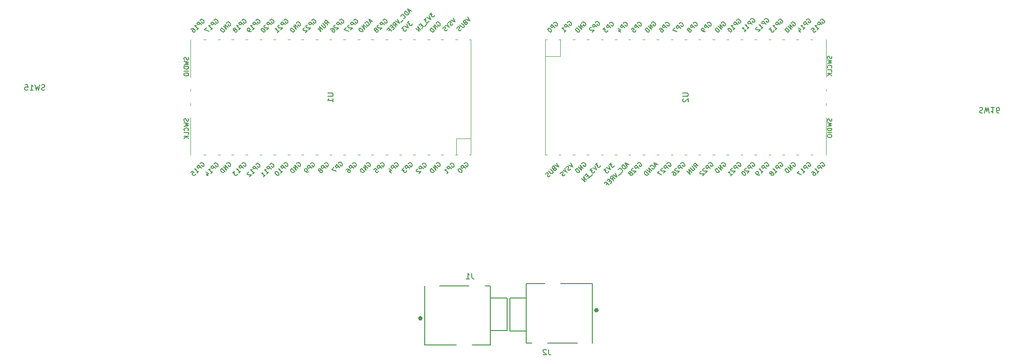
<source format=gbr>
%TF.GenerationSoftware,KiCad,Pcbnew,7.0.1-3b83917a11~172~ubuntu22.04.1*%
%TF.CreationDate,2023-03-31T12:58:08+02:00*%
%TF.ProjectId,Europe-ergo,4575726f-7065-42d6-9572-676f2e6b6963,rev?*%
%TF.SameCoordinates,Original*%
%TF.FileFunction,Legend,Bot*%
%TF.FilePolarity,Positive*%
%FSLAX46Y46*%
G04 Gerber Fmt 4.6, Leading zero omitted, Abs format (unit mm)*
G04 Created by KiCad (PCBNEW 7.0.1-3b83917a11~172~ubuntu22.04.1) date 2023-03-31 12:58:08*
%MOMM*%
%LPD*%
G01*
G04 APERTURE LIST*
%ADD10C,0.150000*%
%ADD11C,0.127000*%
%ADD12C,0.400000*%
%ADD13C,0.120000*%
%ADD14O,1.100000X2.200000*%
%ADD15O,2.200000X1.100000*%
%ADD16C,1.100000*%
%ADD17R,1.600000X1.600000*%
%ADD18O,1.600000X1.600000*%
%ADD19C,7.500000*%
%ADD20C,1.700000*%
%ADD21C,4.000000*%
%ADD22C,2.200000*%
%ADD23R,1.500000X1.500000*%
%ADD24O,1.500000X1.500000*%
%ADD25C,1.400000*%
%ADD26O,1.400000X1.400000*%
%ADD27R,1.800000X1.800000*%
%ADD28O,1.800000X1.800000*%
%ADD29O,1.700000X1.700000*%
%ADD30R,1.700000X3.500000*%
%ADD31R,1.700000X1.700000*%
%ADD32R,3.500000X1.700000*%
G04 APERTURE END LIST*
D10*
%TO.C,J2*%
X319637538Y-98636731D02*
X319637538Y-99353160D01*
X319637538Y-99353160D02*
X319685299Y-99496446D01*
X319685299Y-99496446D02*
X319780823Y-99591970D01*
X319780823Y-99591970D02*
X319924109Y-99639731D01*
X319924109Y-99639731D02*
X320019633Y-99639731D01*
X319207681Y-98732255D02*
X319159919Y-98684493D01*
X319159919Y-98684493D02*
X319064395Y-98636731D01*
X319064395Y-98636731D02*
X318825586Y-98636731D01*
X318825586Y-98636731D02*
X318730062Y-98684493D01*
X318730062Y-98684493D02*
X318682300Y-98732255D01*
X318682300Y-98732255D02*
X318634538Y-98827779D01*
X318634538Y-98827779D02*
X318634538Y-98923303D01*
X318634538Y-98923303D02*
X318682300Y-99066589D01*
X318682300Y-99066589D02*
X319255443Y-99639731D01*
X319255443Y-99639731D02*
X318634538Y-99639731D01*
%TO.C,J1*%
X305676128Y-84765281D02*
X305676128Y-85481710D01*
X305676128Y-85481710D02*
X305723889Y-85624996D01*
X305723889Y-85624996D02*
X305819413Y-85720520D01*
X305819413Y-85720520D02*
X305962699Y-85768281D01*
X305962699Y-85768281D02*
X306058223Y-85768281D01*
X304673128Y-85768281D02*
X305246271Y-85768281D01*
X304959699Y-85768281D02*
X304959699Y-84765281D01*
X304959699Y-84765281D02*
X305055223Y-84908567D01*
X305055223Y-84908567D02*
X305150747Y-85004091D01*
X305150747Y-85004091D02*
X305246271Y-85051853D01*
%TO.C,SW16*%
X397994476Y-54617000D02*
X398137333Y-54569380D01*
X398137333Y-54569380D02*
X398375428Y-54569380D01*
X398375428Y-54569380D02*
X398470666Y-54617000D01*
X398470666Y-54617000D02*
X398518285Y-54664619D01*
X398518285Y-54664619D02*
X398565904Y-54759857D01*
X398565904Y-54759857D02*
X398565904Y-54855095D01*
X398565904Y-54855095D02*
X398518285Y-54950333D01*
X398518285Y-54950333D02*
X398470666Y-54997952D01*
X398470666Y-54997952D02*
X398375428Y-55045571D01*
X398375428Y-55045571D02*
X398184952Y-55093190D01*
X398184952Y-55093190D02*
X398089714Y-55140809D01*
X398089714Y-55140809D02*
X398042095Y-55188428D01*
X398042095Y-55188428D02*
X397994476Y-55283666D01*
X397994476Y-55283666D02*
X397994476Y-55378904D01*
X397994476Y-55378904D02*
X398042095Y-55474142D01*
X398042095Y-55474142D02*
X398089714Y-55521761D01*
X398089714Y-55521761D02*
X398184952Y-55569380D01*
X398184952Y-55569380D02*
X398423047Y-55569380D01*
X398423047Y-55569380D02*
X398565904Y-55521761D01*
X398899238Y-55569380D02*
X399137333Y-54569380D01*
X399137333Y-54569380D02*
X399327809Y-55283666D01*
X399327809Y-55283666D02*
X399518285Y-54569380D01*
X399518285Y-54569380D02*
X399756381Y-55569380D01*
X400661142Y-54569380D02*
X400089714Y-54569380D01*
X400375428Y-54569380D02*
X400375428Y-55569380D01*
X400375428Y-55569380D02*
X400280190Y-55426523D01*
X400280190Y-55426523D02*
X400184952Y-55331285D01*
X400184952Y-55331285D02*
X400089714Y-55283666D01*
X401518285Y-55569380D02*
X401327809Y-55569380D01*
X401327809Y-55569380D02*
X401232571Y-55521761D01*
X401232571Y-55521761D02*
X401184952Y-55474142D01*
X401184952Y-55474142D02*
X401089714Y-55331285D01*
X401089714Y-55331285D02*
X401042095Y-55140809D01*
X401042095Y-55140809D02*
X401042095Y-54759857D01*
X401042095Y-54759857D02*
X401089714Y-54664619D01*
X401089714Y-54664619D02*
X401137333Y-54617000D01*
X401137333Y-54617000D02*
X401232571Y-54569380D01*
X401232571Y-54569380D02*
X401423047Y-54569380D01*
X401423047Y-54569380D02*
X401518285Y-54617000D01*
X401518285Y-54617000D02*
X401565904Y-54664619D01*
X401565904Y-54664619D02*
X401613523Y-54759857D01*
X401613523Y-54759857D02*
X401613523Y-54997952D01*
X401613523Y-54997952D02*
X401565904Y-55093190D01*
X401565904Y-55093190D02*
X401518285Y-55140809D01*
X401518285Y-55140809D02*
X401423047Y-55188428D01*
X401423047Y-55188428D02*
X401232571Y-55188428D01*
X401232571Y-55188428D02*
X401137333Y-55140809D01*
X401137333Y-55140809D02*
X401089714Y-55093190D01*
X401089714Y-55093190D02*
X401042095Y-54997952D01*
%TO.C,U1*%
X279462619Y-51963095D02*
X280272142Y-51963095D01*
X280272142Y-51963095D02*
X280367380Y-52010714D01*
X280367380Y-52010714D02*
X280415000Y-52058333D01*
X280415000Y-52058333D02*
X280462619Y-52153571D01*
X280462619Y-52153571D02*
X280462619Y-52344047D01*
X280462619Y-52344047D02*
X280415000Y-52439285D01*
X280415000Y-52439285D02*
X280367380Y-52486904D01*
X280367380Y-52486904D02*
X280272142Y-52534523D01*
X280272142Y-52534523D02*
X279462619Y-52534523D01*
X280462619Y-53534523D02*
X280462619Y-52963095D01*
X280462619Y-53248809D02*
X279462619Y-53248809D01*
X279462619Y-53248809D02*
X279605476Y-53153571D01*
X279605476Y-53153571D02*
X279700714Y-53058333D01*
X279700714Y-53058333D02*
X279748333Y-52963095D01*
X287446755Y-38774389D02*
X287177381Y-39043763D01*
X287662254Y-38882138D02*
X286908007Y-38505015D01*
X286908007Y-38505015D02*
X287285131Y-39259262D01*
X286261510Y-39205387D02*
X286288447Y-39124575D01*
X286288447Y-39124575D02*
X286369259Y-39043762D01*
X286369259Y-39043762D02*
X286477009Y-38989888D01*
X286477009Y-38989888D02*
X286584759Y-38989888D01*
X286584759Y-38989888D02*
X286665571Y-39016825D01*
X286665571Y-39016825D02*
X286800258Y-39097637D01*
X286800258Y-39097637D02*
X286881070Y-39178449D01*
X286881070Y-39178449D02*
X286961882Y-39313136D01*
X286961882Y-39313136D02*
X286988820Y-39393949D01*
X286988820Y-39393949D02*
X286988820Y-39501698D01*
X286988820Y-39501698D02*
X286934945Y-39609448D01*
X286934945Y-39609448D02*
X286881070Y-39663323D01*
X286881070Y-39663323D02*
X286773320Y-39717197D01*
X286773320Y-39717197D02*
X286719446Y-39717197D01*
X286719446Y-39717197D02*
X286530884Y-39528636D01*
X286530884Y-39528636D02*
X286638633Y-39420886D01*
X286530884Y-40013509D02*
X285965198Y-39447823D01*
X285965198Y-39447823D02*
X286207635Y-40336758D01*
X286207635Y-40336758D02*
X285641950Y-39771072D01*
X285938261Y-40606132D02*
X285372576Y-40040446D01*
X285372576Y-40040446D02*
X285237889Y-40175133D01*
X285237889Y-40175133D02*
X285184014Y-40282883D01*
X285184014Y-40282883D02*
X285184014Y-40390632D01*
X285184014Y-40390632D02*
X285210951Y-40471445D01*
X285210951Y-40471445D02*
X285291764Y-40606132D01*
X285291764Y-40606132D02*
X285372576Y-40686944D01*
X285372576Y-40686944D02*
X285507263Y-40767756D01*
X285507263Y-40767756D02*
X285588075Y-40794693D01*
X285588075Y-40794693D02*
X285695825Y-40794693D01*
X285695825Y-40794693D02*
X285803574Y-40740819D01*
X285803574Y-40740819D02*
X285938261Y-40606132D01*
X291557009Y-64843888D02*
X291583946Y-64763075D01*
X291583946Y-64763075D02*
X291664759Y-64682263D01*
X291664759Y-64682263D02*
X291772508Y-64628388D01*
X291772508Y-64628388D02*
X291880258Y-64628388D01*
X291880258Y-64628388D02*
X291961070Y-64655326D01*
X291961070Y-64655326D02*
X292095757Y-64736138D01*
X292095757Y-64736138D02*
X292176569Y-64816950D01*
X292176569Y-64816950D02*
X292257382Y-64951637D01*
X292257382Y-64951637D02*
X292284319Y-65032449D01*
X292284319Y-65032449D02*
X292284319Y-65140199D01*
X292284319Y-65140199D02*
X292230444Y-65247949D01*
X292230444Y-65247949D02*
X292176569Y-65301823D01*
X292176569Y-65301823D02*
X292068820Y-65355698D01*
X292068820Y-65355698D02*
X292014945Y-65355698D01*
X292014945Y-65355698D02*
X291826383Y-65167136D01*
X291826383Y-65167136D02*
X291934133Y-65059387D01*
X291826383Y-65652010D02*
X291260698Y-65086324D01*
X291260698Y-65086324D02*
X291045198Y-65301823D01*
X291045198Y-65301823D02*
X291018261Y-65382636D01*
X291018261Y-65382636D02*
X291018261Y-65436510D01*
X291018261Y-65436510D02*
X291045198Y-65517323D01*
X291045198Y-65517323D02*
X291126011Y-65598135D01*
X291126011Y-65598135D02*
X291206823Y-65625072D01*
X291206823Y-65625072D02*
X291260698Y-65625072D01*
X291260698Y-65625072D02*
X291341510Y-65598135D01*
X291341510Y-65598135D02*
X291557009Y-65382636D01*
X290641137Y-66083008D02*
X291018261Y-66460132D01*
X290560325Y-65732822D02*
X291099073Y-66002196D01*
X291099073Y-66002196D02*
X290748887Y-66352382D01*
X283937009Y-64843888D02*
X283963946Y-64763075D01*
X283963946Y-64763075D02*
X284044759Y-64682263D01*
X284044759Y-64682263D02*
X284152508Y-64628388D01*
X284152508Y-64628388D02*
X284260258Y-64628388D01*
X284260258Y-64628388D02*
X284341070Y-64655326D01*
X284341070Y-64655326D02*
X284475757Y-64736138D01*
X284475757Y-64736138D02*
X284556569Y-64816950D01*
X284556569Y-64816950D02*
X284637382Y-64951637D01*
X284637382Y-64951637D02*
X284664319Y-65032449D01*
X284664319Y-65032449D02*
X284664319Y-65140199D01*
X284664319Y-65140199D02*
X284610444Y-65247949D01*
X284610444Y-65247949D02*
X284556569Y-65301823D01*
X284556569Y-65301823D02*
X284448820Y-65355698D01*
X284448820Y-65355698D02*
X284394945Y-65355698D01*
X284394945Y-65355698D02*
X284206383Y-65167136D01*
X284206383Y-65167136D02*
X284314133Y-65059387D01*
X284206383Y-65652010D02*
X283640698Y-65086324D01*
X283640698Y-65086324D02*
X283425198Y-65301823D01*
X283425198Y-65301823D02*
X283398261Y-65382636D01*
X283398261Y-65382636D02*
X283398261Y-65436510D01*
X283398261Y-65436510D02*
X283425198Y-65517323D01*
X283425198Y-65517323D02*
X283506011Y-65598135D01*
X283506011Y-65598135D02*
X283586823Y-65625072D01*
X283586823Y-65625072D02*
X283640698Y-65625072D01*
X283640698Y-65625072D02*
X283721510Y-65598135D01*
X283721510Y-65598135D02*
X283937009Y-65382636D01*
X282832576Y-65894446D02*
X282940325Y-65786697D01*
X282940325Y-65786697D02*
X283021137Y-65759759D01*
X283021137Y-65759759D02*
X283075012Y-65759759D01*
X283075012Y-65759759D02*
X283209699Y-65786697D01*
X283209699Y-65786697D02*
X283344386Y-65867509D01*
X283344386Y-65867509D02*
X283559885Y-66083008D01*
X283559885Y-66083008D02*
X283586823Y-66163820D01*
X283586823Y-66163820D02*
X283586823Y-66217695D01*
X283586823Y-66217695D02*
X283559885Y-66298507D01*
X283559885Y-66298507D02*
X283452136Y-66406257D01*
X283452136Y-66406257D02*
X283371324Y-66433194D01*
X283371324Y-66433194D02*
X283317449Y-66433194D01*
X283317449Y-66433194D02*
X283236637Y-66406257D01*
X283236637Y-66406257D02*
X283101950Y-66271570D01*
X283101950Y-66271570D02*
X283075012Y-66190758D01*
X283075012Y-66190758D02*
X283075012Y-66136883D01*
X283075012Y-66136883D02*
X283101950Y-66056071D01*
X283101950Y-66056071D02*
X283209699Y-65948321D01*
X283209699Y-65948321D02*
X283290511Y-65921384D01*
X283290511Y-65921384D02*
X283344386Y-65921384D01*
X283344386Y-65921384D02*
X283425198Y-65948321D01*
X286503946Y-64816950D02*
X286530884Y-64736138D01*
X286530884Y-64736138D02*
X286611696Y-64655326D01*
X286611696Y-64655326D02*
X286719446Y-64601451D01*
X286719446Y-64601451D02*
X286827195Y-64601451D01*
X286827195Y-64601451D02*
X286908007Y-64628389D01*
X286908007Y-64628389D02*
X287042694Y-64709201D01*
X287042694Y-64709201D02*
X287123507Y-64790013D01*
X287123507Y-64790013D02*
X287204319Y-64924700D01*
X287204319Y-64924700D02*
X287231256Y-65005512D01*
X287231256Y-65005512D02*
X287231256Y-65113262D01*
X287231256Y-65113262D02*
X287177381Y-65221011D01*
X287177381Y-65221011D02*
X287123507Y-65274886D01*
X287123507Y-65274886D02*
X287015757Y-65328761D01*
X287015757Y-65328761D02*
X286961882Y-65328761D01*
X286961882Y-65328761D02*
X286773320Y-65140199D01*
X286773320Y-65140199D02*
X286881070Y-65032450D01*
X286773320Y-65625072D02*
X286207635Y-65059387D01*
X286207635Y-65059387D02*
X286450072Y-65948321D01*
X286450072Y-65948321D02*
X285884386Y-65382636D01*
X286180698Y-66217695D02*
X285615012Y-65652010D01*
X285615012Y-65652010D02*
X285480325Y-65786697D01*
X285480325Y-65786697D02*
X285426450Y-65894446D01*
X285426450Y-65894446D02*
X285426450Y-66002196D01*
X285426450Y-66002196D02*
X285453388Y-66083008D01*
X285453388Y-66083008D02*
X285534200Y-66217695D01*
X285534200Y-66217695D02*
X285615012Y-66298507D01*
X285615012Y-66298507D02*
X285749699Y-66379319D01*
X285749699Y-66379319D02*
X285830511Y-66406257D01*
X285830511Y-66406257D02*
X285938261Y-66406257D01*
X285938261Y-66406257D02*
X286046011Y-66352382D01*
X286046011Y-66352382D02*
X286180698Y-66217695D01*
X268966384Y-64974513D02*
X268993321Y-64893701D01*
X268993321Y-64893701D02*
X269074133Y-64812889D01*
X269074133Y-64812889D02*
X269181883Y-64759014D01*
X269181883Y-64759014D02*
X269289632Y-64759014D01*
X269289632Y-64759014D02*
X269370445Y-64785951D01*
X269370445Y-64785951D02*
X269505132Y-64866764D01*
X269505132Y-64866764D02*
X269585944Y-64947576D01*
X269585944Y-64947576D02*
X269666756Y-65082263D01*
X269666756Y-65082263D02*
X269693693Y-65163075D01*
X269693693Y-65163075D02*
X269693693Y-65270825D01*
X269693693Y-65270825D02*
X269639819Y-65378574D01*
X269639819Y-65378574D02*
X269585944Y-65432449D01*
X269585944Y-65432449D02*
X269478194Y-65486324D01*
X269478194Y-65486324D02*
X269424319Y-65486324D01*
X269424319Y-65486324D02*
X269235758Y-65297762D01*
X269235758Y-65297762D02*
X269343507Y-65190012D01*
X269235758Y-65782635D02*
X268670072Y-65216950D01*
X268670072Y-65216950D02*
X268454573Y-65432449D01*
X268454573Y-65432449D02*
X268427636Y-65513261D01*
X268427636Y-65513261D02*
X268427636Y-65567136D01*
X268427636Y-65567136D02*
X268454573Y-65647948D01*
X268454573Y-65647948D02*
X268535385Y-65728760D01*
X268535385Y-65728760D02*
X268616197Y-65755698D01*
X268616197Y-65755698D02*
X268670072Y-65755698D01*
X268670072Y-65755698D02*
X268750884Y-65728760D01*
X268750884Y-65728760D02*
X268966384Y-65513261D01*
X268373761Y-66644632D02*
X268697010Y-66321383D01*
X268535385Y-66483008D02*
X267969700Y-65917322D01*
X267969700Y-65917322D02*
X268104387Y-65944260D01*
X268104387Y-65944260D02*
X268212136Y-65944260D01*
X268212136Y-65944260D02*
X268292948Y-65917322D01*
X267835013Y-67183380D02*
X268158261Y-66860131D01*
X267996637Y-67021756D02*
X267430951Y-66456070D01*
X267430951Y-66456070D02*
X267565638Y-66483008D01*
X267565638Y-66483008D02*
X267673388Y-66483008D01*
X267673388Y-66483008D02*
X267754200Y-66456070D01*
X299203946Y-64816950D02*
X299230884Y-64736138D01*
X299230884Y-64736138D02*
X299311696Y-64655326D01*
X299311696Y-64655326D02*
X299419446Y-64601451D01*
X299419446Y-64601451D02*
X299527195Y-64601451D01*
X299527195Y-64601451D02*
X299608007Y-64628389D01*
X299608007Y-64628389D02*
X299742694Y-64709201D01*
X299742694Y-64709201D02*
X299823507Y-64790013D01*
X299823507Y-64790013D02*
X299904319Y-64924700D01*
X299904319Y-64924700D02*
X299931256Y-65005512D01*
X299931256Y-65005512D02*
X299931256Y-65113262D01*
X299931256Y-65113262D02*
X299877381Y-65221011D01*
X299877381Y-65221011D02*
X299823507Y-65274886D01*
X299823507Y-65274886D02*
X299715757Y-65328761D01*
X299715757Y-65328761D02*
X299661882Y-65328761D01*
X299661882Y-65328761D02*
X299473320Y-65140199D01*
X299473320Y-65140199D02*
X299581070Y-65032450D01*
X299473320Y-65625072D02*
X298907635Y-65059387D01*
X298907635Y-65059387D02*
X299150072Y-65948321D01*
X299150072Y-65948321D02*
X298584386Y-65382636D01*
X298880698Y-66217695D02*
X298315012Y-65652010D01*
X298315012Y-65652010D02*
X298180325Y-65786697D01*
X298180325Y-65786697D02*
X298126450Y-65894446D01*
X298126450Y-65894446D02*
X298126450Y-66002196D01*
X298126450Y-66002196D02*
X298153388Y-66083008D01*
X298153388Y-66083008D02*
X298234200Y-66217695D01*
X298234200Y-66217695D02*
X298315012Y-66298507D01*
X298315012Y-66298507D02*
X298449699Y-66379319D01*
X298449699Y-66379319D02*
X298530511Y-66406257D01*
X298530511Y-66406257D02*
X298638261Y-66406257D01*
X298638261Y-66406257D02*
X298746011Y-66352382D01*
X298746011Y-66352382D02*
X298880698Y-66217695D01*
X258806384Y-38720513D02*
X258833321Y-38639701D01*
X258833321Y-38639701D02*
X258914133Y-38558889D01*
X258914133Y-38558889D02*
X259021883Y-38505014D01*
X259021883Y-38505014D02*
X259129632Y-38505014D01*
X259129632Y-38505014D02*
X259210445Y-38531951D01*
X259210445Y-38531951D02*
X259345132Y-38612764D01*
X259345132Y-38612764D02*
X259425944Y-38693576D01*
X259425944Y-38693576D02*
X259506756Y-38828263D01*
X259506756Y-38828263D02*
X259533693Y-38909075D01*
X259533693Y-38909075D02*
X259533693Y-39016825D01*
X259533693Y-39016825D02*
X259479819Y-39124574D01*
X259479819Y-39124574D02*
X259425944Y-39178449D01*
X259425944Y-39178449D02*
X259318194Y-39232324D01*
X259318194Y-39232324D02*
X259264319Y-39232324D01*
X259264319Y-39232324D02*
X259075758Y-39043762D01*
X259075758Y-39043762D02*
X259183507Y-38936012D01*
X259075758Y-39528635D02*
X258510072Y-38962950D01*
X258510072Y-38962950D02*
X258294573Y-39178449D01*
X258294573Y-39178449D02*
X258267636Y-39259261D01*
X258267636Y-39259261D02*
X258267636Y-39313136D01*
X258267636Y-39313136D02*
X258294573Y-39393948D01*
X258294573Y-39393948D02*
X258375385Y-39474760D01*
X258375385Y-39474760D02*
X258456197Y-39501698D01*
X258456197Y-39501698D02*
X258510072Y-39501698D01*
X258510072Y-39501698D02*
X258590884Y-39474760D01*
X258590884Y-39474760D02*
X258806384Y-39259261D01*
X258213761Y-40390632D02*
X258537010Y-40067383D01*
X258375385Y-40229008D02*
X257809700Y-39663322D01*
X257809700Y-39663322D02*
X257944387Y-39690260D01*
X257944387Y-39690260D02*
X258052136Y-39690260D01*
X258052136Y-39690260D02*
X258132948Y-39663322D01*
X257459513Y-40013509D02*
X257082390Y-40390632D01*
X257082390Y-40390632D02*
X257890512Y-40713881D01*
X304933101Y-38083921D02*
X305310224Y-38838168D01*
X305310224Y-38838168D02*
X304555977Y-38461045D01*
X304448228Y-39107542D02*
X304394353Y-39215292D01*
X304394353Y-39215292D02*
X304394353Y-39269167D01*
X304394353Y-39269167D02*
X304421290Y-39349979D01*
X304421290Y-39349979D02*
X304502103Y-39430791D01*
X304502103Y-39430791D02*
X304582915Y-39457728D01*
X304582915Y-39457728D02*
X304636790Y-39457728D01*
X304636790Y-39457728D02*
X304717602Y-39430791D01*
X304717602Y-39430791D02*
X304933101Y-39215292D01*
X304933101Y-39215292D02*
X304367416Y-38649606D01*
X304367416Y-38649606D02*
X304178854Y-38838168D01*
X304178854Y-38838168D02*
X304151916Y-38918980D01*
X304151916Y-38918980D02*
X304151916Y-38972855D01*
X304151916Y-38972855D02*
X304178854Y-39053667D01*
X304178854Y-39053667D02*
X304232729Y-39107542D01*
X304232729Y-39107542D02*
X304313541Y-39134480D01*
X304313541Y-39134480D02*
X304367416Y-39134480D01*
X304367416Y-39134480D02*
X304448228Y-39107542D01*
X304448228Y-39107542D02*
X304636790Y-38918980D01*
X303801730Y-39215292D02*
X304259666Y-39673228D01*
X304259666Y-39673228D02*
X304286603Y-39754040D01*
X304286603Y-39754040D02*
X304286603Y-39807915D01*
X304286603Y-39807915D02*
X304259666Y-39888727D01*
X304259666Y-39888727D02*
X304151916Y-39996476D01*
X304151916Y-39996476D02*
X304071104Y-40023414D01*
X304071104Y-40023414D02*
X304017229Y-40023414D01*
X304017229Y-40023414D02*
X303936417Y-39996476D01*
X303936417Y-39996476D02*
X303478481Y-39538541D01*
X303774793Y-40319725D02*
X303720918Y-40427475D01*
X303720918Y-40427475D02*
X303586231Y-40562162D01*
X303586231Y-40562162D02*
X303505419Y-40589099D01*
X303505419Y-40589099D02*
X303451544Y-40589099D01*
X303451544Y-40589099D02*
X303370732Y-40562162D01*
X303370732Y-40562162D02*
X303316857Y-40508287D01*
X303316857Y-40508287D02*
X303289920Y-40427475D01*
X303289920Y-40427475D02*
X303289920Y-40373600D01*
X303289920Y-40373600D02*
X303316857Y-40292788D01*
X303316857Y-40292788D02*
X303397669Y-40158101D01*
X303397669Y-40158101D02*
X303424607Y-40077288D01*
X303424607Y-40077288D02*
X303424607Y-40023414D01*
X303424607Y-40023414D02*
X303397669Y-39942601D01*
X303397669Y-39942601D02*
X303343794Y-39888727D01*
X303343794Y-39888727D02*
X303262982Y-39861789D01*
X303262982Y-39861789D02*
X303209107Y-39861789D01*
X303209107Y-39861789D02*
X303128295Y-39888727D01*
X303128295Y-39888727D02*
X302993608Y-40023414D01*
X302993608Y-40023414D02*
X302939733Y-40131163D01*
X289540384Y-38720513D02*
X289567321Y-38639701D01*
X289567321Y-38639701D02*
X289648133Y-38558889D01*
X289648133Y-38558889D02*
X289755883Y-38505014D01*
X289755883Y-38505014D02*
X289863632Y-38505014D01*
X289863632Y-38505014D02*
X289944445Y-38531951D01*
X289944445Y-38531951D02*
X290079132Y-38612764D01*
X290079132Y-38612764D02*
X290159944Y-38693576D01*
X290159944Y-38693576D02*
X290240756Y-38828263D01*
X290240756Y-38828263D02*
X290267693Y-38909075D01*
X290267693Y-38909075D02*
X290267693Y-39016825D01*
X290267693Y-39016825D02*
X290213819Y-39124574D01*
X290213819Y-39124574D02*
X290159944Y-39178449D01*
X290159944Y-39178449D02*
X290052194Y-39232324D01*
X290052194Y-39232324D02*
X289998319Y-39232324D01*
X289998319Y-39232324D02*
X289809758Y-39043762D01*
X289809758Y-39043762D02*
X289917507Y-38936012D01*
X289809758Y-39528635D02*
X289244072Y-38962950D01*
X289244072Y-38962950D02*
X289028573Y-39178449D01*
X289028573Y-39178449D02*
X289001636Y-39259261D01*
X289001636Y-39259261D02*
X289001636Y-39313136D01*
X289001636Y-39313136D02*
X289028573Y-39393948D01*
X289028573Y-39393948D02*
X289109385Y-39474760D01*
X289109385Y-39474760D02*
X289190197Y-39501698D01*
X289190197Y-39501698D02*
X289244072Y-39501698D01*
X289244072Y-39501698D02*
X289324884Y-39474760D01*
X289324884Y-39474760D02*
X289540384Y-39259261D01*
X288759199Y-39555573D02*
X288705324Y-39555573D01*
X288705324Y-39555573D02*
X288624512Y-39582510D01*
X288624512Y-39582510D02*
X288489825Y-39717197D01*
X288489825Y-39717197D02*
X288462887Y-39798009D01*
X288462887Y-39798009D02*
X288462887Y-39851884D01*
X288462887Y-39851884D02*
X288489825Y-39932696D01*
X288489825Y-39932696D02*
X288543700Y-39986571D01*
X288543700Y-39986571D02*
X288651449Y-40040446D01*
X288651449Y-40040446D02*
X289297947Y-40040446D01*
X289297947Y-40040446D02*
X288947761Y-40390632D01*
X288301263Y-40390632D02*
X288328200Y-40309820D01*
X288328200Y-40309820D02*
X288328200Y-40255945D01*
X288328200Y-40255945D02*
X288301263Y-40175133D01*
X288301263Y-40175133D02*
X288274326Y-40148196D01*
X288274326Y-40148196D02*
X288193513Y-40121258D01*
X288193513Y-40121258D02*
X288139638Y-40121258D01*
X288139638Y-40121258D02*
X288058826Y-40148196D01*
X288058826Y-40148196D02*
X287951077Y-40255945D01*
X287951077Y-40255945D02*
X287924139Y-40336757D01*
X287924139Y-40336757D02*
X287924139Y-40390632D01*
X287924139Y-40390632D02*
X287951077Y-40471444D01*
X287951077Y-40471444D02*
X287978014Y-40498382D01*
X287978014Y-40498382D02*
X288058826Y-40525319D01*
X288058826Y-40525319D02*
X288112701Y-40525319D01*
X288112701Y-40525319D02*
X288193513Y-40498382D01*
X288193513Y-40498382D02*
X288301263Y-40390632D01*
X288301263Y-40390632D02*
X288382075Y-40363695D01*
X288382075Y-40363695D02*
X288435950Y-40363695D01*
X288435950Y-40363695D02*
X288516762Y-40390632D01*
X288516762Y-40390632D02*
X288624512Y-40498382D01*
X288624512Y-40498382D02*
X288651449Y-40579194D01*
X288651449Y-40579194D02*
X288651449Y-40633069D01*
X288651449Y-40633069D02*
X288624512Y-40713881D01*
X288624512Y-40713881D02*
X288516762Y-40821631D01*
X288516762Y-40821631D02*
X288435950Y-40848568D01*
X288435950Y-40848568D02*
X288382075Y-40848568D01*
X288382075Y-40848568D02*
X288301263Y-40821631D01*
X288301263Y-40821631D02*
X288193513Y-40713881D01*
X288193513Y-40713881D02*
X288166576Y-40633069D01*
X288166576Y-40633069D02*
X288166576Y-40579194D01*
X288166576Y-40579194D02*
X288193513Y-40498382D01*
X273803946Y-64816950D02*
X273830884Y-64736138D01*
X273830884Y-64736138D02*
X273911696Y-64655326D01*
X273911696Y-64655326D02*
X274019446Y-64601451D01*
X274019446Y-64601451D02*
X274127195Y-64601451D01*
X274127195Y-64601451D02*
X274208007Y-64628389D01*
X274208007Y-64628389D02*
X274342694Y-64709201D01*
X274342694Y-64709201D02*
X274423507Y-64790013D01*
X274423507Y-64790013D02*
X274504319Y-64924700D01*
X274504319Y-64924700D02*
X274531256Y-65005512D01*
X274531256Y-65005512D02*
X274531256Y-65113262D01*
X274531256Y-65113262D02*
X274477381Y-65221011D01*
X274477381Y-65221011D02*
X274423507Y-65274886D01*
X274423507Y-65274886D02*
X274315757Y-65328761D01*
X274315757Y-65328761D02*
X274261882Y-65328761D01*
X274261882Y-65328761D02*
X274073320Y-65140199D01*
X274073320Y-65140199D02*
X274181070Y-65032450D01*
X274073320Y-65625072D02*
X273507635Y-65059387D01*
X273507635Y-65059387D02*
X273750072Y-65948321D01*
X273750072Y-65948321D02*
X273184386Y-65382636D01*
X273480698Y-66217695D02*
X272915012Y-65652010D01*
X272915012Y-65652010D02*
X272780325Y-65786697D01*
X272780325Y-65786697D02*
X272726450Y-65894446D01*
X272726450Y-65894446D02*
X272726450Y-66002196D01*
X272726450Y-66002196D02*
X272753388Y-66083008D01*
X272753388Y-66083008D02*
X272834200Y-66217695D01*
X272834200Y-66217695D02*
X272915012Y-66298507D01*
X272915012Y-66298507D02*
X273049699Y-66379319D01*
X273049699Y-66379319D02*
X273130511Y-66406257D01*
X273130511Y-66406257D02*
X273238261Y-66406257D01*
X273238261Y-66406257D02*
X273346011Y-66352382D01*
X273346011Y-66352382D02*
X273480698Y-66217695D01*
X289017009Y-64843888D02*
X289043946Y-64763075D01*
X289043946Y-64763075D02*
X289124759Y-64682263D01*
X289124759Y-64682263D02*
X289232508Y-64628388D01*
X289232508Y-64628388D02*
X289340258Y-64628388D01*
X289340258Y-64628388D02*
X289421070Y-64655326D01*
X289421070Y-64655326D02*
X289555757Y-64736138D01*
X289555757Y-64736138D02*
X289636569Y-64816950D01*
X289636569Y-64816950D02*
X289717382Y-64951637D01*
X289717382Y-64951637D02*
X289744319Y-65032449D01*
X289744319Y-65032449D02*
X289744319Y-65140199D01*
X289744319Y-65140199D02*
X289690444Y-65247949D01*
X289690444Y-65247949D02*
X289636569Y-65301823D01*
X289636569Y-65301823D02*
X289528820Y-65355698D01*
X289528820Y-65355698D02*
X289474945Y-65355698D01*
X289474945Y-65355698D02*
X289286383Y-65167136D01*
X289286383Y-65167136D02*
X289394133Y-65059387D01*
X289286383Y-65652010D02*
X288720698Y-65086324D01*
X288720698Y-65086324D02*
X288505198Y-65301823D01*
X288505198Y-65301823D02*
X288478261Y-65382636D01*
X288478261Y-65382636D02*
X288478261Y-65436510D01*
X288478261Y-65436510D02*
X288505198Y-65517323D01*
X288505198Y-65517323D02*
X288586011Y-65598135D01*
X288586011Y-65598135D02*
X288666823Y-65625072D01*
X288666823Y-65625072D02*
X288720698Y-65625072D01*
X288720698Y-65625072D02*
X288801510Y-65598135D01*
X288801510Y-65598135D02*
X289017009Y-65382636D01*
X287885638Y-65921384D02*
X288155012Y-65652010D01*
X288155012Y-65652010D02*
X288451324Y-65894446D01*
X288451324Y-65894446D02*
X288397449Y-65894446D01*
X288397449Y-65894446D02*
X288316637Y-65921384D01*
X288316637Y-65921384D02*
X288181950Y-66056071D01*
X288181950Y-66056071D02*
X288155012Y-66136883D01*
X288155012Y-66136883D02*
X288155012Y-66190758D01*
X288155012Y-66190758D02*
X288181950Y-66271570D01*
X288181950Y-66271570D02*
X288316637Y-66406257D01*
X288316637Y-66406257D02*
X288397449Y-66433194D01*
X288397449Y-66433194D02*
X288451324Y-66433194D01*
X288451324Y-66433194D02*
X288532136Y-66406257D01*
X288532136Y-66406257D02*
X288666823Y-66271570D01*
X288666823Y-66271570D02*
X288693760Y-66190758D01*
X288693760Y-66190758D02*
X288693760Y-66136883D01*
X294296383Y-38820638D02*
X293946197Y-39170825D01*
X293946197Y-39170825D02*
X294350258Y-39197762D01*
X294350258Y-39197762D02*
X294269446Y-39278574D01*
X294269446Y-39278574D02*
X294242509Y-39359386D01*
X294242509Y-39359386D02*
X294242509Y-39413261D01*
X294242509Y-39413261D02*
X294269446Y-39494073D01*
X294269446Y-39494073D02*
X294404133Y-39628760D01*
X294404133Y-39628760D02*
X294484945Y-39655698D01*
X294484945Y-39655698D02*
X294538820Y-39655698D01*
X294538820Y-39655698D02*
X294619632Y-39628760D01*
X294619632Y-39628760D02*
X294781257Y-39467136D01*
X294781257Y-39467136D02*
X294808194Y-39386324D01*
X294808194Y-39386324D02*
X294808194Y-39332449D01*
X293784573Y-39332449D02*
X294161696Y-40086696D01*
X294161696Y-40086696D02*
X293407449Y-39709573D01*
X293272762Y-39844260D02*
X292922576Y-40194446D01*
X292922576Y-40194446D02*
X293326637Y-40221383D01*
X293326637Y-40221383D02*
X293245825Y-40302195D01*
X293245825Y-40302195D02*
X293218887Y-40383008D01*
X293218887Y-40383008D02*
X293218887Y-40436882D01*
X293218887Y-40436882D02*
X293245825Y-40517695D01*
X293245825Y-40517695D02*
X293380512Y-40652382D01*
X293380512Y-40652382D02*
X293461324Y-40679319D01*
X293461324Y-40679319D02*
X293515199Y-40679319D01*
X293515199Y-40679319D02*
X293596011Y-40652382D01*
X293596011Y-40652382D02*
X293757635Y-40490757D01*
X293757635Y-40490757D02*
X293784573Y-40409945D01*
X293784573Y-40409945D02*
X293784573Y-40356070D01*
X301727009Y-64943888D02*
X301753946Y-64863075D01*
X301753946Y-64863075D02*
X301834759Y-64782263D01*
X301834759Y-64782263D02*
X301942508Y-64728388D01*
X301942508Y-64728388D02*
X302050258Y-64728388D01*
X302050258Y-64728388D02*
X302131070Y-64755326D01*
X302131070Y-64755326D02*
X302265757Y-64836138D01*
X302265757Y-64836138D02*
X302346569Y-64916950D01*
X302346569Y-64916950D02*
X302427382Y-65051637D01*
X302427382Y-65051637D02*
X302454319Y-65132449D01*
X302454319Y-65132449D02*
X302454319Y-65240199D01*
X302454319Y-65240199D02*
X302400444Y-65347949D01*
X302400444Y-65347949D02*
X302346569Y-65401823D01*
X302346569Y-65401823D02*
X302238820Y-65455698D01*
X302238820Y-65455698D02*
X302184945Y-65455698D01*
X302184945Y-65455698D02*
X301996383Y-65267136D01*
X301996383Y-65267136D02*
X302104133Y-65159387D01*
X301996383Y-65752010D02*
X301430698Y-65186324D01*
X301430698Y-65186324D02*
X301215198Y-65401823D01*
X301215198Y-65401823D02*
X301188261Y-65482636D01*
X301188261Y-65482636D02*
X301188261Y-65536510D01*
X301188261Y-65536510D02*
X301215198Y-65617323D01*
X301215198Y-65617323D02*
X301296011Y-65698135D01*
X301296011Y-65698135D02*
X301376823Y-65725072D01*
X301376823Y-65725072D02*
X301430698Y-65725072D01*
X301430698Y-65725072D02*
X301511510Y-65698135D01*
X301511510Y-65698135D02*
X301727009Y-65482636D01*
X301134386Y-66614006D02*
X301457635Y-66290758D01*
X301296011Y-66452382D02*
X300730325Y-65886697D01*
X300730325Y-65886697D02*
X300865012Y-65913634D01*
X300865012Y-65913634D02*
X300972762Y-65913634D01*
X300972762Y-65913634D02*
X301053574Y-65886697D01*
X281666384Y-38720513D02*
X281693321Y-38639701D01*
X281693321Y-38639701D02*
X281774133Y-38558889D01*
X281774133Y-38558889D02*
X281881883Y-38505014D01*
X281881883Y-38505014D02*
X281989632Y-38505014D01*
X281989632Y-38505014D02*
X282070445Y-38531951D01*
X282070445Y-38531951D02*
X282205132Y-38612764D01*
X282205132Y-38612764D02*
X282285944Y-38693576D01*
X282285944Y-38693576D02*
X282366756Y-38828263D01*
X282366756Y-38828263D02*
X282393693Y-38909075D01*
X282393693Y-38909075D02*
X282393693Y-39016825D01*
X282393693Y-39016825D02*
X282339819Y-39124574D01*
X282339819Y-39124574D02*
X282285944Y-39178449D01*
X282285944Y-39178449D02*
X282178194Y-39232324D01*
X282178194Y-39232324D02*
X282124319Y-39232324D01*
X282124319Y-39232324D02*
X281935758Y-39043762D01*
X281935758Y-39043762D02*
X282043507Y-38936012D01*
X281935758Y-39528635D02*
X281370072Y-38962950D01*
X281370072Y-38962950D02*
X281154573Y-39178449D01*
X281154573Y-39178449D02*
X281127636Y-39259261D01*
X281127636Y-39259261D02*
X281127636Y-39313136D01*
X281127636Y-39313136D02*
X281154573Y-39393948D01*
X281154573Y-39393948D02*
X281235385Y-39474760D01*
X281235385Y-39474760D02*
X281316197Y-39501698D01*
X281316197Y-39501698D02*
X281370072Y-39501698D01*
X281370072Y-39501698D02*
X281450884Y-39474760D01*
X281450884Y-39474760D02*
X281666384Y-39259261D01*
X280885199Y-39555573D02*
X280831324Y-39555573D01*
X280831324Y-39555573D02*
X280750512Y-39582510D01*
X280750512Y-39582510D02*
X280615825Y-39717197D01*
X280615825Y-39717197D02*
X280588887Y-39798009D01*
X280588887Y-39798009D02*
X280588887Y-39851884D01*
X280588887Y-39851884D02*
X280615825Y-39932696D01*
X280615825Y-39932696D02*
X280669700Y-39986571D01*
X280669700Y-39986571D02*
X280777449Y-40040446D01*
X280777449Y-40040446D02*
X281423947Y-40040446D01*
X281423947Y-40040446D02*
X281073761Y-40390632D01*
X280023202Y-40309820D02*
X280130951Y-40202070D01*
X280130951Y-40202070D02*
X280211764Y-40175133D01*
X280211764Y-40175133D02*
X280265638Y-40175133D01*
X280265638Y-40175133D02*
X280400326Y-40202070D01*
X280400326Y-40202070D02*
X280535013Y-40282883D01*
X280535013Y-40282883D02*
X280750512Y-40498382D01*
X280750512Y-40498382D02*
X280777449Y-40579194D01*
X280777449Y-40579194D02*
X280777449Y-40633069D01*
X280777449Y-40633069D02*
X280750512Y-40713881D01*
X280750512Y-40713881D02*
X280642762Y-40821631D01*
X280642762Y-40821631D02*
X280561950Y-40848568D01*
X280561950Y-40848568D02*
X280508075Y-40848568D01*
X280508075Y-40848568D02*
X280427263Y-40821631D01*
X280427263Y-40821631D02*
X280292576Y-40686944D01*
X280292576Y-40686944D02*
X280265638Y-40606131D01*
X280265638Y-40606131D02*
X280265638Y-40552257D01*
X280265638Y-40552257D02*
X280292576Y-40471444D01*
X280292576Y-40471444D02*
X280400326Y-40363695D01*
X280400326Y-40363695D02*
X280481138Y-40336757D01*
X280481138Y-40336757D02*
X280535013Y-40336757D01*
X280535013Y-40336757D02*
X280615825Y-40363695D01*
X254132000Y-45429761D02*
X254170095Y-45544047D01*
X254170095Y-45544047D02*
X254170095Y-45734523D01*
X254170095Y-45734523D02*
X254132000Y-45810714D01*
X254132000Y-45810714D02*
X254093904Y-45848809D01*
X254093904Y-45848809D02*
X254017714Y-45886904D01*
X254017714Y-45886904D02*
X253941523Y-45886904D01*
X253941523Y-45886904D02*
X253865333Y-45848809D01*
X253865333Y-45848809D02*
X253827238Y-45810714D01*
X253827238Y-45810714D02*
X253789142Y-45734523D01*
X253789142Y-45734523D02*
X253751047Y-45582142D01*
X253751047Y-45582142D02*
X253712952Y-45505952D01*
X253712952Y-45505952D02*
X253674857Y-45467857D01*
X253674857Y-45467857D02*
X253598666Y-45429761D01*
X253598666Y-45429761D02*
X253522476Y-45429761D01*
X253522476Y-45429761D02*
X253446285Y-45467857D01*
X253446285Y-45467857D02*
X253408190Y-45505952D01*
X253408190Y-45505952D02*
X253370095Y-45582142D01*
X253370095Y-45582142D02*
X253370095Y-45772619D01*
X253370095Y-45772619D02*
X253408190Y-45886904D01*
X253370095Y-46153571D02*
X254170095Y-46344047D01*
X254170095Y-46344047D02*
X253598666Y-46496428D01*
X253598666Y-46496428D02*
X254170095Y-46648809D01*
X254170095Y-46648809D02*
X253370095Y-46839286D01*
X254170095Y-47144048D02*
X253370095Y-47144048D01*
X253370095Y-47144048D02*
X253370095Y-47334524D01*
X253370095Y-47334524D02*
X253408190Y-47448810D01*
X253408190Y-47448810D02*
X253484380Y-47525000D01*
X253484380Y-47525000D02*
X253560571Y-47563095D01*
X253560571Y-47563095D02*
X253712952Y-47601191D01*
X253712952Y-47601191D02*
X253827238Y-47601191D01*
X253827238Y-47601191D02*
X253979619Y-47563095D01*
X253979619Y-47563095D02*
X254055809Y-47525000D01*
X254055809Y-47525000D02*
X254132000Y-47448810D01*
X254132000Y-47448810D02*
X254170095Y-47334524D01*
X254170095Y-47334524D02*
X254170095Y-47144048D01*
X254170095Y-47944048D02*
X253370095Y-47944048D01*
X253370095Y-48477381D02*
X253370095Y-48629762D01*
X253370095Y-48629762D02*
X253408190Y-48705952D01*
X253408190Y-48705952D02*
X253484380Y-48782143D01*
X253484380Y-48782143D02*
X253636761Y-48820238D01*
X253636761Y-48820238D02*
X253903428Y-48820238D01*
X253903428Y-48820238D02*
X254055809Y-48782143D01*
X254055809Y-48782143D02*
X254132000Y-48705952D01*
X254132000Y-48705952D02*
X254170095Y-48629762D01*
X254170095Y-48629762D02*
X254170095Y-48477381D01*
X254170095Y-48477381D02*
X254132000Y-48401190D01*
X254132000Y-48401190D02*
X254055809Y-48325000D01*
X254055809Y-48325000D02*
X253903428Y-48286904D01*
X253903428Y-48286904D02*
X253636761Y-48286904D01*
X253636761Y-48286904D02*
X253484380Y-48325000D01*
X253484380Y-48325000D02*
X253408190Y-48401190D01*
X253408190Y-48401190D02*
X253370095Y-48477381D01*
X298364099Y-37252923D02*
X298013913Y-37603109D01*
X298013913Y-37603109D02*
X298417974Y-37630046D01*
X298417974Y-37630046D02*
X298337162Y-37710859D01*
X298337162Y-37710859D02*
X298310224Y-37791671D01*
X298310224Y-37791671D02*
X298310224Y-37845546D01*
X298310224Y-37845546D02*
X298337162Y-37926358D01*
X298337162Y-37926358D02*
X298471849Y-38061045D01*
X298471849Y-38061045D02*
X298552661Y-38087982D01*
X298552661Y-38087982D02*
X298606536Y-38087982D01*
X298606536Y-38087982D02*
X298687348Y-38061045D01*
X298687348Y-38061045D02*
X298848972Y-37899420D01*
X298848972Y-37899420D02*
X298875910Y-37818608D01*
X298875910Y-37818608D02*
X298875910Y-37764733D01*
X297852288Y-37764733D02*
X298229412Y-38518981D01*
X298229412Y-38518981D02*
X297475165Y-38141857D01*
X297340478Y-38276544D02*
X296990292Y-38626730D01*
X296990292Y-38626730D02*
X297394353Y-38653668D01*
X297394353Y-38653668D02*
X297313541Y-38734480D01*
X297313541Y-38734480D02*
X297286603Y-38815292D01*
X297286603Y-38815292D02*
X297286603Y-38869167D01*
X297286603Y-38869167D02*
X297313541Y-38949979D01*
X297313541Y-38949979D02*
X297448228Y-39084666D01*
X297448228Y-39084666D02*
X297529040Y-39111603D01*
X297529040Y-39111603D02*
X297582915Y-39111603D01*
X297582915Y-39111603D02*
X297663727Y-39084666D01*
X297663727Y-39084666D02*
X297825351Y-38923042D01*
X297825351Y-38923042D02*
X297852289Y-38842229D01*
X297852289Y-38842229D02*
X297852289Y-38788355D01*
X297502102Y-39354040D02*
X297071104Y-39785039D01*
X296586230Y-39569539D02*
X296397669Y-39758101D01*
X296613168Y-40135225D02*
X296882542Y-39865851D01*
X296882542Y-39865851D02*
X296316856Y-39300165D01*
X296316856Y-39300165D02*
X296047482Y-39569539D01*
X296370731Y-40377662D02*
X295805045Y-39811976D01*
X295805045Y-39811976D02*
X296047482Y-40700911D01*
X296047482Y-40700911D02*
X295481797Y-40135225D01*
X271496384Y-38720513D02*
X271523321Y-38639701D01*
X271523321Y-38639701D02*
X271604133Y-38558889D01*
X271604133Y-38558889D02*
X271711883Y-38505014D01*
X271711883Y-38505014D02*
X271819632Y-38505014D01*
X271819632Y-38505014D02*
X271900445Y-38531951D01*
X271900445Y-38531951D02*
X272035132Y-38612764D01*
X272035132Y-38612764D02*
X272115944Y-38693576D01*
X272115944Y-38693576D02*
X272196756Y-38828263D01*
X272196756Y-38828263D02*
X272223693Y-38909075D01*
X272223693Y-38909075D02*
X272223693Y-39016825D01*
X272223693Y-39016825D02*
X272169819Y-39124574D01*
X272169819Y-39124574D02*
X272115944Y-39178449D01*
X272115944Y-39178449D02*
X272008194Y-39232324D01*
X272008194Y-39232324D02*
X271954319Y-39232324D01*
X271954319Y-39232324D02*
X271765758Y-39043762D01*
X271765758Y-39043762D02*
X271873507Y-38936012D01*
X271765758Y-39528635D02*
X271200072Y-38962950D01*
X271200072Y-38962950D02*
X270984573Y-39178449D01*
X270984573Y-39178449D02*
X270957636Y-39259261D01*
X270957636Y-39259261D02*
X270957636Y-39313136D01*
X270957636Y-39313136D02*
X270984573Y-39393948D01*
X270984573Y-39393948D02*
X271065385Y-39474760D01*
X271065385Y-39474760D02*
X271146197Y-39501698D01*
X271146197Y-39501698D02*
X271200072Y-39501698D01*
X271200072Y-39501698D02*
X271280884Y-39474760D01*
X271280884Y-39474760D02*
X271496384Y-39259261D01*
X270715199Y-39555573D02*
X270661324Y-39555573D01*
X270661324Y-39555573D02*
X270580512Y-39582510D01*
X270580512Y-39582510D02*
X270445825Y-39717197D01*
X270445825Y-39717197D02*
X270418887Y-39798009D01*
X270418887Y-39798009D02*
X270418887Y-39851884D01*
X270418887Y-39851884D02*
X270445825Y-39932696D01*
X270445825Y-39932696D02*
X270499700Y-39986571D01*
X270499700Y-39986571D02*
X270607449Y-40040446D01*
X270607449Y-40040446D02*
X271253947Y-40040446D01*
X271253947Y-40040446D02*
X270903761Y-40390632D01*
X270365013Y-40929380D02*
X270688261Y-40606131D01*
X270526637Y-40767756D02*
X269960951Y-40202070D01*
X269960951Y-40202070D02*
X270095638Y-40229008D01*
X270095638Y-40229008D02*
X270203388Y-40229008D01*
X270203388Y-40229008D02*
X270284200Y-40202070D01*
X266426384Y-38720513D02*
X266453321Y-38639701D01*
X266453321Y-38639701D02*
X266534133Y-38558889D01*
X266534133Y-38558889D02*
X266641883Y-38505014D01*
X266641883Y-38505014D02*
X266749632Y-38505014D01*
X266749632Y-38505014D02*
X266830445Y-38531951D01*
X266830445Y-38531951D02*
X266965132Y-38612764D01*
X266965132Y-38612764D02*
X267045944Y-38693576D01*
X267045944Y-38693576D02*
X267126756Y-38828263D01*
X267126756Y-38828263D02*
X267153693Y-38909075D01*
X267153693Y-38909075D02*
X267153693Y-39016825D01*
X267153693Y-39016825D02*
X267099819Y-39124574D01*
X267099819Y-39124574D02*
X267045944Y-39178449D01*
X267045944Y-39178449D02*
X266938194Y-39232324D01*
X266938194Y-39232324D02*
X266884319Y-39232324D01*
X266884319Y-39232324D02*
X266695758Y-39043762D01*
X266695758Y-39043762D02*
X266803507Y-38936012D01*
X266695758Y-39528635D02*
X266130072Y-38962950D01*
X266130072Y-38962950D02*
X265914573Y-39178449D01*
X265914573Y-39178449D02*
X265887636Y-39259261D01*
X265887636Y-39259261D02*
X265887636Y-39313136D01*
X265887636Y-39313136D02*
X265914573Y-39393948D01*
X265914573Y-39393948D02*
X265995385Y-39474760D01*
X265995385Y-39474760D02*
X266076197Y-39501698D01*
X266076197Y-39501698D02*
X266130072Y-39501698D01*
X266130072Y-39501698D02*
X266210884Y-39474760D01*
X266210884Y-39474760D02*
X266426384Y-39259261D01*
X265833761Y-40390632D02*
X266157010Y-40067383D01*
X265995385Y-40229008D02*
X265429700Y-39663322D01*
X265429700Y-39663322D02*
X265564387Y-39690260D01*
X265564387Y-39690260D02*
X265672136Y-39690260D01*
X265672136Y-39690260D02*
X265752948Y-39663322D01*
X265564387Y-40660006D02*
X265456637Y-40767756D01*
X265456637Y-40767756D02*
X265375825Y-40794693D01*
X265375825Y-40794693D02*
X265321950Y-40794693D01*
X265321950Y-40794693D02*
X265187263Y-40767756D01*
X265187263Y-40767756D02*
X265052576Y-40686944D01*
X265052576Y-40686944D02*
X264837077Y-40471444D01*
X264837077Y-40471444D02*
X264810139Y-40390632D01*
X264810139Y-40390632D02*
X264810139Y-40336757D01*
X264810139Y-40336757D02*
X264837077Y-40255945D01*
X264837077Y-40255945D02*
X264944826Y-40148196D01*
X264944826Y-40148196D02*
X265025638Y-40121258D01*
X265025638Y-40121258D02*
X265079513Y-40121258D01*
X265079513Y-40121258D02*
X265160326Y-40148196D01*
X265160326Y-40148196D02*
X265295013Y-40282883D01*
X265295013Y-40282883D02*
X265321950Y-40363695D01*
X265321950Y-40363695D02*
X265321950Y-40417570D01*
X265321950Y-40417570D02*
X265295013Y-40498382D01*
X265295013Y-40498382D02*
X265187263Y-40606131D01*
X265187263Y-40606131D02*
X265106451Y-40633069D01*
X265106451Y-40633069D02*
X265052576Y-40633069D01*
X265052576Y-40633069D02*
X264971764Y-40606131D01*
X294097009Y-64843888D02*
X294123946Y-64763075D01*
X294123946Y-64763075D02*
X294204759Y-64682263D01*
X294204759Y-64682263D02*
X294312508Y-64628388D01*
X294312508Y-64628388D02*
X294420258Y-64628388D01*
X294420258Y-64628388D02*
X294501070Y-64655326D01*
X294501070Y-64655326D02*
X294635757Y-64736138D01*
X294635757Y-64736138D02*
X294716569Y-64816950D01*
X294716569Y-64816950D02*
X294797382Y-64951637D01*
X294797382Y-64951637D02*
X294824319Y-65032449D01*
X294824319Y-65032449D02*
X294824319Y-65140199D01*
X294824319Y-65140199D02*
X294770444Y-65247949D01*
X294770444Y-65247949D02*
X294716569Y-65301823D01*
X294716569Y-65301823D02*
X294608820Y-65355698D01*
X294608820Y-65355698D02*
X294554945Y-65355698D01*
X294554945Y-65355698D02*
X294366383Y-65167136D01*
X294366383Y-65167136D02*
X294474133Y-65059387D01*
X294366383Y-65652010D02*
X293800698Y-65086324D01*
X293800698Y-65086324D02*
X293585198Y-65301823D01*
X293585198Y-65301823D02*
X293558261Y-65382636D01*
X293558261Y-65382636D02*
X293558261Y-65436510D01*
X293558261Y-65436510D02*
X293585198Y-65517323D01*
X293585198Y-65517323D02*
X293666011Y-65598135D01*
X293666011Y-65598135D02*
X293746823Y-65625072D01*
X293746823Y-65625072D02*
X293800698Y-65625072D01*
X293800698Y-65625072D02*
X293881510Y-65598135D01*
X293881510Y-65598135D02*
X294097009Y-65382636D01*
X293288887Y-65598135D02*
X292938701Y-65948321D01*
X292938701Y-65948321D02*
X293342762Y-65975258D01*
X293342762Y-65975258D02*
X293261950Y-66056071D01*
X293261950Y-66056071D02*
X293235012Y-66136883D01*
X293235012Y-66136883D02*
X293235012Y-66190758D01*
X293235012Y-66190758D02*
X293261950Y-66271570D01*
X293261950Y-66271570D02*
X293396637Y-66406257D01*
X293396637Y-66406257D02*
X293477449Y-66433194D01*
X293477449Y-66433194D02*
X293531324Y-66433194D01*
X293531324Y-66433194D02*
X293612136Y-66406257D01*
X293612136Y-66406257D02*
X293773760Y-66244632D01*
X293773760Y-66244632D02*
X293800698Y-66163820D01*
X293800698Y-66163820D02*
X293800698Y-66109945D01*
X261103946Y-39216950D02*
X261130884Y-39136138D01*
X261130884Y-39136138D02*
X261211696Y-39055326D01*
X261211696Y-39055326D02*
X261319446Y-39001451D01*
X261319446Y-39001451D02*
X261427195Y-39001451D01*
X261427195Y-39001451D02*
X261508007Y-39028389D01*
X261508007Y-39028389D02*
X261642694Y-39109201D01*
X261642694Y-39109201D02*
X261723507Y-39190013D01*
X261723507Y-39190013D02*
X261804319Y-39324700D01*
X261804319Y-39324700D02*
X261831256Y-39405512D01*
X261831256Y-39405512D02*
X261831256Y-39513262D01*
X261831256Y-39513262D02*
X261777381Y-39621011D01*
X261777381Y-39621011D02*
X261723507Y-39674886D01*
X261723507Y-39674886D02*
X261615757Y-39728761D01*
X261615757Y-39728761D02*
X261561882Y-39728761D01*
X261561882Y-39728761D02*
X261373320Y-39540199D01*
X261373320Y-39540199D02*
X261481070Y-39432450D01*
X261373320Y-40025072D02*
X260807635Y-39459387D01*
X260807635Y-39459387D02*
X261050072Y-40348321D01*
X261050072Y-40348321D02*
X260484386Y-39782636D01*
X260780698Y-40617695D02*
X260215012Y-40052010D01*
X260215012Y-40052010D02*
X260080325Y-40186697D01*
X260080325Y-40186697D02*
X260026450Y-40294446D01*
X260026450Y-40294446D02*
X260026450Y-40402196D01*
X260026450Y-40402196D02*
X260053388Y-40483008D01*
X260053388Y-40483008D02*
X260134200Y-40617695D01*
X260134200Y-40617695D02*
X260215012Y-40698507D01*
X260215012Y-40698507D02*
X260349699Y-40779319D01*
X260349699Y-40779319D02*
X260430511Y-40806257D01*
X260430511Y-40806257D02*
X260538261Y-40806257D01*
X260538261Y-40806257D02*
X260646011Y-40752382D01*
X260646011Y-40752382D02*
X260780698Y-40617695D01*
X266426384Y-64974513D02*
X266453321Y-64893701D01*
X266453321Y-64893701D02*
X266534133Y-64812889D01*
X266534133Y-64812889D02*
X266641883Y-64759014D01*
X266641883Y-64759014D02*
X266749632Y-64759014D01*
X266749632Y-64759014D02*
X266830445Y-64785951D01*
X266830445Y-64785951D02*
X266965132Y-64866764D01*
X266965132Y-64866764D02*
X267045944Y-64947576D01*
X267045944Y-64947576D02*
X267126756Y-65082263D01*
X267126756Y-65082263D02*
X267153693Y-65163075D01*
X267153693Y-65163075D02*
X267153693Y-65270825D01*
X267153693Y-65270825D02*
X267099819Y-65378574D01*
X267099819Y-65378574D02*
X267045944Y-65432449D01*
X267045944Y-65432449D02*
X266938194Y-65486324D01*
X266938194Y-65486324D02*
X266884319Y-65486324D01*
X266884319Y-65486324D02*
X266695758Y-65297762D01*
X266695758Y-65297762D02*
X266803507Y-65190012D01*
X266695758Y-65782635D02*
X266130072Y-65216950D01*
X266130072Y-65216950D02*
X265914573Y-65432449D01*
X265914573Y-65432449D02*
X265887636Y-65513261D01*
X265887636Y-65513261D02*
X265887636Y-65567136D01*
X265887636Y-65567136D02*
X265914573Y-65647948D01*
X265914573Y-65647948D02*
X265995385Y-65728760D01*
X265995385Y-65728760D02*
X266076197Y-65755698D01*
X266076197Y-65755698D02*
X266130072Y-65755698D01*
X266130072Y-65755698D02*
X266210884Y-65728760D01*
X266210884Y-65728760D02*
X266426384Y-65513261D01*
X265833761Y-66644632D02*
X266157010Y-66321383D01*
X265995385Y-66483008D02*
X265429700Y-65917322D01*
X265429700Y-65917322D02*
X265564387Y-65944260D01*
X265564387Y-65944260D02*
X265672136Y-65944260D01*
X265672136Y-65944260D02*
X265752948Y-65917322D01*
X265106451Y-66348321D02*
X265052576Y-66348321D01*
X265052576Y-66348321D02*
X264971764Y-66375258D01*
X264971764Y-66375258D02*
X264837077Y-66509945D01*
X264837077Y-66509945D02*
X264810139Y-66590757D01*
X264810139Y-66590757D02*
X264810139Y-66644632D01*
X264810139Y-66644632D02*
X264837077Y-66725444D01*
X264837077Y-66725444D02*
X264890951Y-66779319D01*
X264890951Y-66779319D02*
X264998701Y-66833194D01*
X264998701Y-66833194D02*
X265645199Y-66833194D01*
X265645199Y-66833194D02*
X265295013Y-67183380D01*
X299203946Y-39216950D02*
X299230884Y-39136138D01*
X299230884Y-39136138D02*
X299311696Y-39055326D01*
X299311696Y-39055326D02*
X299419446Y-39001451D01*
X299419446Y-39001451D02*
X299527195Y-39001451D01*
X299527195Y-39001451D02*
X299608007Y-39028389D01*
X299608007Y-39028389D02*
X299742694Y-39109201D01*
X299742694Y-39109201D02*
X299823507Y-39190013D01*
X299823507Y-39190013D02*
X299904319Y-39324700D01*
X299904319Y-39324700D02*
X299931256Y-39405512D01*
X299931256Y-39405512D02*
X299931256Y-39513262D01*
X299931256Y-39513262D02*
X299877381Y-39621011D01*
X299877381Y-39621011D02*
X299823507Y-39674886D01*
X299823507Y-39674886D02*
X299715757Y-39728761D01*
X299715757Y-39728761D02*
X299661882Y-39728761D01*
X299661882Y-39728761D02*
X299473320Y-39540199D01*
X299473320Y-39540199D02*
X299581070Y-39432450D01*
X299473320Y-40025072D02*
X298907635Y-39459387D01*
X298907635Y-39459387D02*
X299150072Y-40348321D01*
X299150072Y-40348321D02*
X298584386Y-39782636D01*
X298880698Y-40617695D02*
X298315012Y-40052010D01*
X298315012Y-40052010D02*
X298180325Y-40186697D01*
X298180325Y-40186697D02*
X298126450Y-40294446D01*
X298126450Y-40294446D02*
X298126450Y-40402196D01*
X298126450Y-40402196D02*
X298153388Y-40483008D01*
X298153388Y-40483008D02*
X298234200Y-40617695D01*
X298234200Y-40617695D02*
X298315012Y-40698507D01*
X298315012Y-40698507D02*
X298449699Y-40779319D01*
X298449699Y-40779319D02*
X298530511Y-40806257D01*
X298530511Y-40806257D02*
X298638261Y-40806257D01*
X298638261Y-40806257D02*
X298746011Y-40752382D01*
X298746011Y-40752382D02*
X298880698Y-40617695D01*
X268966384Y-38720513D02*
X268993321Y-38639701D01*
X268993321Y-38639701D02*
X269074133Y-38558889D01*
X269074133Y-38558889D02*
X269181883Y-38505014D01*
X269181883Y-38505014D02*
X269289632Y-38505014D01*
X269289632Y-38505014D02*
X269370445Y-38531951D01*
X269370445Y-38531951D02*
X269505132Y-38612764D01*
X269505132Y-38612764D02*
X269585944Y-38693576D01*
X269585944Y-38693576D02*
X269666756Y-38828263D01*
X269666756Y-38828263D02*
X269693693Y-38909075D01*
X269693693Y-38909075D02*
X269693693Y-39016825D01*
X269693693Y-39016825D02*
X269639819Y-39124574D01*
X269639819Y-39124574D02*
X269585944Y-39178449D01*
X269585944Y-39178449D02*
X269478194Y-39232324D01*
X269478194Y-39232324D02*
X269424319Y-39232324D01*
X269424319Y-39232324D02*
X269235758Y-39043762D01*
X269235758Y-39043762D02*
X269343507Y-38936012D01*
X269235758Y-39528635D02*
X268670072Y-38962950D01*
X268670072Y-38962950D02*
X268454573Y-39178449D01*
X268454573Y-39178449D02*
X268427636Y-39259261D01*
X268427636Y-39259261D02*
X268427636Y-39313136D01*
X268427636Y-39313136D02*
X268454573Y-39393948D01*
X268454573Y-39393948D02*
X268535385Y-39474760D01*
X268535385Y-39474760D02*
X268616197Y-39501698D01*
X268616197Y-39501698D02*
X268670072Y-39501698D01*
X268670072Y-39501698D02*
X268750884Y-39474760D01*
X268750884Y-39474760D02*
X268966384Y-39259261D01*
X268185199Y-39555573D02*
X268131324Y-39555573D01*
X268131324Y-39555573D02*
X268050512Y-39582510D01*
X268050512Y-39582510D02*
X267915825Y-39717197D01*
X267915825Y-39717197D02*
X267888887Y-39798009D01*
X267888887Y-39798009D02*
X267888887Y-39851884D01*
X267888887Y-39851884D02*
X267915825Y-39932696D01*
X267915825Y-39932696D02*
X267969700Y-39986571D01*
X267969700Y-39986571D02*
X268077449Y-40040446D01*
X268077449Y-40040446D02*
X268723947Y-40040446D01*
X268723947Y-40040446D02*
X268373761Y-40390632D01*
X267457889Y-40175133D02*
X267404014Y-40229008D01*
X267404014Y-40229008D02*
X267377077Y-40309820D01*
X267377077Y-40309820D02*
X267377077Y-40363695D01*
X267377077Y-40363695D02*
X267404014Y-40444507D01*
X267404014Y-40444507D02*
X267484826Y-40579194D01*
X267484826Y-40579194D02*
X267619513Y-40713881D01*
X267619513Y-40713881D02*
X267754200Y-40794693D01*
X267754200Y-40794693D02*
X267835013Y-40821631D01*
X267835013Y-40821631D02*
X267888887Y-40821631D01*
X267888887Y-40821631D02*
X267969700Y-40794693D01*
X267969700Y-40794693D02*
X268023574Y-40740818D01*
X268023574Y-40740818D02*
X268050512Y-40660006D01*
X268050512Y-40660006D02*
X268050512Y-40606131D01*
X268050512Y-40606131D02*
X268023574Y-40525319D01*
X268023574Y-40525319D02*
X267942762Y-40390632D01*
X267942762Y-40390632D02*
X267808075Y-40255945D01*
X267808075Y-40255945D02*
X267673388Y-40175133D01*
X267673388Y-40175133D02*
X267592576Y-40148196D01*
X267592576Y-40148196D02*
X267538701Y-40148196D01*
X267538701Y-40148196D02*
X267457889Y-40175133D01*
X273803946Y-39216950D02*
X273830884Y-39136138D01*
X273830884Y-39136138D02*
X273911696Y-39055326D01*
X273911696Y-39055326D02*
X274019446Y-39001451D01*
X274019446Y-39001451D02*
X274127195Y-39001451D01*
X274127195Y-39001451D02*
X274208007Y-39028389D01*
X274208007Y-39028389D02*
X274342694Y-39109201D01*
X274342694Y-39109201D02*
X274423507Y-39190013D01*
X274423507Y-39190013D02*
X274504319Y-39324700D01*
X274504319Y-39324700D02*
X274531256Y-39405512D01*
X274531256Y-39405512D02*
X274531256Y-39513262D01*
X274531256Y-39513262D02*
X274477381Y-39621011D01*
X274477381Y-39621011D02*
X274423507Y-39674886D01*
X274423507Y-39674886D02*
X274315757Y-39728761D01*
X274315757Y-39728761D02*
X274261882Y-39728761D01*
X274261882Y-39728761D02*
X274073320Y-39540199D01*
X274073320Y-39540199D02*
X274181070Y-39432450D01*
X274073320Y-40025072D02*
X273507635Y-39459387D01*
X273507635Y-39459387D02*
X273750072Y-40348321D01*
X273750072Y-40348321D02*
X273184386Y-39782636D01*
X273480698Y-40617695D02*
X272915012Y-40052010D01*
X272915012Y-40052010D02*
X272780325Y-40186697D01*
X272780325Y-40186697D02*
X272726450Y-40294446D01*
X272726450Y-40294446D02*
X272726450Y-40402196D01*
X272726450Y-40402196D02*
X272753388Y-40483008D01*
X272753388Y-40483008D02*
X272834200Y-40617695D01*
X272834200Y-40617695D02*
X272915012Y-40698507D01*
X272915012Y-40698507D02*
X273049699Y-40779319D01*
X273049699Y-40779319D02*
X273130511Y-40806257D01*
X273130511Y-40806257D02*
X273238261Y-40806257D01*
X273238261Y-40806257D02*
X273346011Y-40752382D01*
X273346011Y-40752382D02*
X273480698Y-40617695D01*
X256266384Y-64828513D02*
X256293321Y-64747701D01*
X256293321Y-64747701D02*
X256374133Y-64666889D01*
X256374133Y-64666889D02*
X256481883Y-64613014D01*
X256481883Y-64613014D02*
X256589632Y-64613014D01*
X256589632Y-64613014D02*
X256670445Y-64639951D01*
X256670445Y-64639951D02*
X256805132Y-64720764D01*
X256805132Y-64720764D02*
X256885944Y-64801576D01*
X256885944Y-64801576D02*
X256966756Y-64936263D01*
X256966756Y-64936263D02*
X256993693Y-65017075D01*
X256993693Y-65017075D02*
X256993693Y-65124825D01*
X256993693Y-65124825D02*
X256939819Y-65232574D01*
X256939819Y-65232574D02*
X256885944Y-65286449D01*
X256885944Y-65286449D02*
X256778194Y-65340324D01*
X256778194Y-65340324D02*
X256724319Y-65340324D01*
X256724319Y-65340324D02*
X256535758Y-65151762D01*
X256535758Y-65151762D02*
X256643507Y-65044012D01*
X256535758Y-65636635D02*
X255970072Y-65070950D01*
X255970072Y-65070950D02*
X255754573Y-65286449D01*
X255754573Y-65286449D02*
X255727636Y-65367261D01*
X255727636Y-65367261D02*
X255727636Y-65421136D01*
X255727636Y-65421136D02*
X255754573Y-65501948D01*
X255754573Y-65501948D02*
X255835385Y-65582760D01*
X255835385Y-65582760D02*
X255916197Y-65609698D01*
X255916197Y-65609698D02*
X255970072Y-65609698D01*
X255970072Y-65609698D02*
X256050884Y-65582760D01*
X256050884Y-65582760D02*
X256266384Y-65367261D01*
X255673761Y-66498632D02*
X255997010Y-66175383D01*
X255835385Y-66337008D02*
X255269700Y-65771322D01*
X255269700Y-65771322D02*
X255404387Y-65798260D01*
X255404387Y-65798260D02*
X255512136Y-65798260D01*
X255512136Y-65798260D02*
X255592948Y-65771322D01*
X254596264Y-66444757D02*
X254865638Y-66175383D01*
X254865638Y-66175383D02*
X255161950Y-66417820D01*
X255161950Y-66417820D02*
X255108075Y-66417820D01*
X255108075Y-66417820D02*
X255027263Y-66444757D01*
X255027263Y-66444757D02*
X254892576Y-66579444D01*
X254892576Y-66579444D02*
X254865638Y-66660257D01*
X254865638Y-66660257D02*
X254865638Y-66714131D01*
X254865638Y-66714131D02*
X254892576Y-66794944D01*
X254892576Y-66794944D02*
X255027263Y-66929631D01*
X255027263Y-66929631D02*
X255108075Y-66956568D01*
X255108075Y-66956568D02*
X255161950Y-66956568D01*
X255161950Y-66956568D02*
X255242762Y-66929631D01*
X255242762Y-66929631D02*
X255377449Y-66794944D01*
X255377449Y-66794944D02*
X255404387Y-66714131D01*
X255404387Y-66714131D02*
X255404387Y-66660257D01*
X304257009Y-64843888D02*
X304283946Y-64763075D01*
X304283946Y-64763075D02*
X304364759Y-64682263D01*
X304364759Y-64682263D02*
X304472508Y-64628388D01*
X304472508Y-64628388D02*
X304580258Y-64628388D01*
X304580258Y-64628388D02*
X304661070Y-64655326D01*
X304661070Y-64655326D02*
X304795757Y-64736138D01*
X304795757Y-64736138D02*
X304876569Y-64816950D01*
X304876569Y-64816950D02*
X304957382Y-64951637D01*
X304957382Y-64951637D02*
X304984319Y-65032449D01*
X304984319Y-65032449D02*
X304984319Y-65140199D01*
X304984319Y-65140199D02*
X304930444Y-65247949D01*
X304930444Y-65247949D02*
X304876569Y-65301823D01*
X304876569Y-65301823D02*
X304768820Y-65355698D01*
X304768820Y-65355698D02*
X304714945Y-65355698D01*
X304714945Y-65355698D02*
X304526383Y-65167136D01*
X304526383Y-65167136D02*
X304634133Y-65059387D01*
X304526383Y-65652010D02*
X303960698Y-65086324D01*
X303960698Y-65086324D02*
X303745198Y-65301823D01*
X303745198Y-65301823D02*
X303718261Y-65382636D01*
X303718261Y-65382636D02*
X303718261Y-65436510D01*
X303718261Y-65436510D02*
X303745198Y-65517323D01*
X303745198Y-65517323D02*
X303826011Y-65598135D01*
X303826011Y-65598135D02*
X303906823Y-65625072D01*
X303906823Y-65625072D02*
X303960698Y-65625072D01*
X303960698Y-65625072D02*
X304041510Y-65598135D01*
X304041510Y-65598135D02*
X304257009Y-65382636D01*
X303287263Y-65759759D02*
X303233388Y-65813634D01*
X303233388Y-65813634D02*
X303206450Y-65894446D01*
X303206450Y-65894446D02*
X303206450Y-65948321D01*
X303206450Y-65948321D02*
X303233388Y-66029133D01*
X303233388Y-66029133D02*
X303314200Y-66163820D01*
X303314200Y-66163820D02*
X303448887Y-66298507D01*
X303448887Y-66298507D02*
X303583574Y-66379319D01*
X303583574Y-66379319D02*
X303664386Y-66406257D01*
X303664386Y-66406257D02*
X303718261Y-66406257D01*
X303718261Y-66406257D02*
X303799073Y-66379319D01*
X303799073Y-66379319D02*
X303852948Y-66325445D01*
X303852948Y-66325445D02*
X303879885Y-66244632D01*
X303879885Y-66244632D02*
X303879885Y-66190758D01*
X303879885Y-66190758D02*
X303852948Y-66109945D01*
X303852948Y-66109945D02*
X303772136Y-65975258D01*
X303772136Y-65975258D02*
X303637449Y-65840571D01*
X303637449Y-65840571D02*
X303502762Y-65759759D01*
X303502762Y-65759759D02*
X303421950Y-65732822D01*
X303421950Y-65732822D02*
X303368075Y-65732822D01*
X303368075Y-65732822D02*
X303287263Y-65759759D01*
X261103946Y-64816950D02*
X261130884Y-64736138D01*
X261130884Y-64736138D02*
X261211696Y-64655326D01*
X261211696Y-64655326D02*
X261319446Y-64601451D01*
X261319446Y-64601451D02*
X261427195Y-64601451D01*
X261427195Y-64601451D02*
X261508007Y-64628389D01*
X261508007Y-64628389D02*
X261642694Y-64709201D01*
X261642694Y-64709201D02*
X261723507Y-64790013D01*
X261723507Y-64790013D02*
X261804319Y-64924700D01*
X261804319Y-64924700D02*
X261831256Y-65005512D01*
X261831256Y-65005512D02*
X261831256Y-65113262D01*
X261831256Y-65113262D02*
X261777381Y-65221011D01*
X261777381Y-65221011D02*
X261723507Y-65274886D01*
X261723507Y-65274886D02*
X261615757Y-65328761D01*
X261615757Y-65328761D02*
X261561882Y-65328761D01*
X261561882Y-65328761D02*
X261373320Y-65140199D01*
X261373320Y-65140199D02*
X261481070Y-65032450D01*
X261373320Y-65625072D02*
X260807635Y-65059387D01*
X260807635Y-65059387D02*
X261050072Y-65948321D01*
X261050072Y-65948321D02*
X260484386Y-65382636D01*
X260780698Y-66217695D02*
X260215012Y-65652010D01*
X260215012Y-65652010D02*
X260080325Y-65786697D01*
X260080325Y-65786697D02*
X260026450Y-65894446D01*
X260026450Y-65894446D02*
X260026450Y-66002196D01*
X260026450Y-66002196D02*
X260053388Y-66083008D01*
X260053388Y-66083008D02*
X260134200Y-66217695D01*
X260134200Y-66217695D02*
X260215012Y-66298507D01*
X260215012Y-66298507D02*
X260349699Y-66379319D01*
X260349699Y-66379319D02*
X260430511Y-66406257D01*
X260430511Y-66406257D02*
X260538261Y-66406257D01*
X260538261Y-66406257D02*
X260646011Y-66352382D01*
X260646011Y-66352382D02*
X260780698Y-66217695D01*
X284196384Y-38720513D02*
X284223321Y-38639701D01*
X284223321Y-38639701D02*
X284304133Y-38558889D01*
X284304133Y-38558889D02*
X284411883Y-38505014D01*
X284411883Y-38505014D02*
X284519632Y-38505014D01*
X284519632Y-38505014D02*
X284600445Y-38531951D01*
X284600445Y-38531951D02*
X284735132Y-38612764D01*
X284735132Y-38612764D02*
X284815944Y-38693576D01*
X284815944Y-38693576D02*
X284896756Y-38828263D01*
X284896756Y-38828263D02*
X284923693Y-38909075D01*
X284923693Y-38909075D02*
X284923693Y-39016825D01*
X284923693Y-39016825D02*
X284869819Y-39124574D01*
X284869819Y-39124574D02*
X284815944Y-39178449D01*
X284815944Y-39178449D02*
X284708194Y-39232324D01*
X284708194Y-39232324D02*
X284654319Y-39232324D01*
X284654319Y-39232324D02*
X284465758Y-39043762D01*
X284465758Y-39043762D02*
X284573507Y-38936012D01*
X284465758Y-39528635D02*
X283900072Y-38962950D01*
X283900072Y-38962950D02*
X283684573Y-39178449D01*
X283684573Y-39178449D02*
X283657636Y-39259261D01*
X283657636Y-39259261D02*
X283657636Y-39313136D01*
X283657636Y-39313136D02*
X283684573Y-39393948D01*
X283684573Y-39393948D02*
X283765385Y-39474760D01*
X283765385Y-39474760D02*
X283846197Y-39501698D01*
X283846197Y-39501698D02*
X283900072Y-39501698D01*
X283900072Y-39501698D02*
X283980884Y-39474760D01*
X283980884Y-39474760D02*
X284196384Y-39259261D01*
X283415199Y-39555573D02*
X283361324Y-39555573D01*
X283361324Y-39555573D02*
X283280512Y-39582510D01*
X283280512Y-39582510D02*
X283145825Y-39717197D01*
X283145825Y-39717197D02*
X283118887Y-39798009D01*
X283118887Y-39798009D02*
X283118887Y-39851884D01*
X283118887Y-39851884D02*
X283145825Y-39932696D01*
X283145825Y-39932696D02*
X283199700Y-39986571D01*
X283199700Y-39986571D02*
X283307449Y-40040446D01*
X283307449Y-40040446D02*
X283953947Y-40040446D01*
X283953947Y-40040446D02*
X283603761Y-40390632D01*
X282849513Y-40013509D02*
X282472390Y-40390632D01*
X282472390Y-40390632D02*
X283280512Y-40713881D01*
X278857009Y-64843888D02*
X278883946Y-64763075D01*
X278883946Y-64763075D02*
X278964759Y-64682263D01*
X278964759Y-64682263D02*
X279072508Y-64628388D01*
X279072508Y-64628388D02*
X279180258Y-64628388D01*
X279180258Y-64628388D02*
X279261070Y-64655326D01*
X279261070Y-64655326D02*
X279395757Y-64736138D01*
X279395757Y-64736138D02*
X279476569Y-64816950D01*
X279476569Y-64816950D02*
X279557382Y-64951637D01*
X279557382Y-64951637D02*
X279584319Y-65032449D01*
X279584319Y-65032449D02*
X279584319Y-65140199D01*
X279584319Y-65140199D02*
X279530444Y-65247949D01*
X279530444Y-65247949D02*
X279476569Y-65301823D01*
X279476569Y-65301823D02*
X279368820Y-65355698D01*
X279368820Y-65355698D02*
X279314945Y-65355698D01*
X279314945Y-65355698D02*
X279126383Y-65167136D01*
X279126383Y-65167136D02*
X279234133Y-65059387D01*
X279126383Y-65652010D02*
X278560698Y-65086324D01*
X278560698Y-65086324D02*
X278345198Y-65301823D01*
X278345198Y-65301823D02*
X278318261Y-65382636D01*
X278318261Y-65382636D02*
X278318261Y-65436510D01*
X278318261Y-65436510D02*
X278345198Y-65517323D01*
X278345198Y-65517323D02*
X278426011Y-65598135D01*
X278426011Y-65598135D02*
X278506823Y-65625072D01*
X278506823Y-65625072D02*
X278560698Y-65625072D01*
X278560698Y-65625072D02*
X278641510Y-65598135D01*
X278641510Y-65598135D02*
X278857009Y-65382636D01*
X278156637Y-65975258D02*
X278183574Y-65894446D01*
X278183574Y-65894446D02*
X278183574Y-65840571D01*
X278183574Y-65840571D02*
X278156637Y-65759759D01*
X278156637Y-65759759D02*
X278129699Y-65732822D01*
X278129699Y-65732822D02*
X278048887Y-65705884D01*
X278048887Y-65705884D02*
X277995012Y-65705884D01*
X277995012Y-65705884D02*
X277914200Y-65732822D01*
X277914200Y-65732822D02*
X277806450Y-65840571D01*
X277806450Y-65840571D02*
X277779513Y-65921384D01*
X277779513Y-65921384D02*
X277779513Y-65975258D01*
X277779513Y-65975258D02*
X277806450Y-66056071D01*
X277806450Y-66056071D02*
X277833388Y-66083008D01*
X277833388Y-66083008D02*
X277914200Y-66109945D01*
X277914200Y-66109945D02*
X277968075Y-66109945D01*
X277968075Y-66109945D02*
X278048887Y-66083008D01*
X278048887Y-66083008D02*
X278156637Y-65975258D01*
X278156637Y-65975258D02*
X278237449Y-65948321D01*
X278237449Y-65948321D02*
X278291324Y-65948321D01*
X278291324Y-65948321D02*
X278372136Y-65975258D01*
X278372136Y-65975258D02*
X278479885Y-66083008D01*
X278479885Y-66083008D02*
X278506823Y-66163820D01*
X278506823Y-66163820D02*
X278506823Y-66217695D01*
X278506823Y-66217695D02*
X278479885Y-66298507D01*
X278479885Y-66298507D02*
X278372136Y-66406257D01*
X278372136Y-66406257D02*
X278291324Y-66433194D01*
X278291324Y-66433194D02*
X278237449Y-66433194D01*
X278237449Y-66433194D02*
X278156637Y-66406257D01*
X278156637Y-66406257D02*
X278048887Y-66298507D01*
X278048887Y-66298507D02*
X278021950Y-66217695D01*
X278021950Y-66217695D02*
X278021950Y-66163820D01*
X278021950Y-66163820D02*
X278048887Y-66083008D01*
X281427009Y-64743888D02*
X281453946Y-64663075D01*
X281453946Y-64663075D02*
X281534759Y-64582263D01*
X281534759Y-64582263D02*
X281642508Y-64528388D01*
X281642508Y-64528388D02*
X281750258Y-64528388D01*
X281750258Y-64528388D02*
X281831070Y-64555326D01*
X281831070Y-64555326D02*
X281965757Y-64636138D01*
X281965757Y-64636138D02*
X282046569Y-64716950D01*
X282046569Y-64716950D02*
X282127382Y-64851637D01*
X282127382Y-64851637D02*
X282154319Y-64932449D01*
X282154319Y-64932449D02*
X282154319Y-65040199D01*
X282154319Y-65040199D02*
X282100444Y-65147949D01*
X282100444Y-65147949D02*
X282046569Y-65201823D01*
X282046569Y-65201823D02*
X281938820Y-65255698D01*
X281938820Y-65255698D02*
X281884945Y-65255698D01*
X281884945Y-65255698D02*
X281696383Y-65067136D01*
X281696383Y-65067136D02*
X281804133Y-64959387D01*
X281696383Y-65552010D02*
X281130698Y-64986324D01*
X281130698Y-64986324D02*
X280915198Y-65201823D01*
X280915198Y-65201823D02*
X280888261Y-65282636D01*
X280888261Y-65282636D02*
X280888261Y-65336510D01*
X280888261Y-65336510D02*
X280915198Y-65417323D01*
X280915198Y-65417323D02*
X280996011Y-65498135D01*
X280996011Y-65498135D02*
X281076823Y-65525072D01*
X281076823Y-65525072D02*
X281130698Y-65525072D01*
X281130698Y-65525072D02*
X281211510Y-65498135D01*
X281211510Y-65498135D02*
X281427009Y-65282636D01*
X280618887Y-65498135D02*
X280241763Y-65875258D01*
X280241763Y-65875258D02*
X281049885Y-66198507D01*
X256266384Y-38720513D02*
X256293321Y-38639701D01*
X256293321Y-38639701D02*
X256374133Y-38558889D01*
X256374133Y-38558889D02*
X256481883Y-38505014D01*
X256481883Y-38505014D02*
X256589632Y-38505014D01*
X256589632Y-38505014D02*
X256670445Y-38531951D01*
X256670445Y-38531951D02*
X256805132Y-38612764D01*
X256805132Y-38612764D02*
X256885944Y-38693576D01*
X256885944Y-38693576D02*
X256966756Y-38828263D01*
X256966756Y-38828263D02*
X256993693Y-38909075D01*
X256993693Y-38909075D02*
X256993693Y-39016825D01*
X256993693Y-39016825D02*
X256939819Y-39124574D01*
X256939819Y-39124574D02*
X256885944Y-39178449D01*
X256885944Y-39178449D02*
X256778194Y-39232324D01*
X256778194Y-39232324D02*
X256724319Y-39232324D01*
X256724319Y-39232324D02*
X256535758Y-39043762D01*
X256535758Y-39043762D02*
X256643507Y-38936012D01*
X256535758Y-39528635D02*
X255970072Y-38962950D01*
X255970072Y-38962950D02*
X255754573Y-39178449D01*
X255754573Y-39178449D02*
X255727636Y-39259261D01*
X255727636Y-39259261D02*
X255727636Y-39313136D01*
X255727636Y-39313136D02*
X255754573Y-39393948D01*
X255754573Y-39393948D02*
X255835385Y-39474760D01*
X255835385Y-39474760D02*
X255916197Y-39501698D01*
X255916197Y-39501698D02*
X255970072Y-39501698D01*
X255970072Y-39501698D02*
X256050884Y-39474760D01*
X256050884Y-39474760D02*
X256266384Y-39259261D01*
X255673761Y-40390632D02*
X255997010Y-40067383D01*
X255835385Y-40229008D02*
X255269700Y-39663322D01*
X255269700Y-39663322D02*
X255404387Y-39690260D01*
X255404387Y-39690260D02*
X255512136Y-39690260D01*
X255512136Y-39690260D02*
X255592948Y-39663322D01*
X254623202Y-40309820D02*
X254730951Y-40202070D01*
X254730951Y-40202070D02*
X254811764Y-40175133D01*
X254811764Y-40175133D02*
X254865638Y-40175133D01*
X254865638Y-40175133D02*
X255000326Y-40202070D01*
X255000326Y-40202070D02*
X255135013Y-40282883D01*
X255135013Y-40282883D02*
X255350512Y-40498382D01*
X255350512Y-40498382D02*
X255377449Y-40579194D01*
X255377449Y-40579194D02*
X255377449Y-40633069D01*
X255377449Y-40633069D02*
X255350512Y-40713881D01*
X255350512Y-40713881D02*
X255242762Y-40821631D01*
X255242762Y-40821631D02*
X255161950Y-40848568D01*
X255161950Y-40848568D02*
X255108075Y-40848568D01*
X255108075Y-40848568D02*
X255027263Y-40821631D01*
X255027263Y-40821631D02*
X254892576Y-40686944D01*
X254892576Y-40686944D02*
X254865638Y-40606131D01*
X254865638Y-40606131D02*
X254865638Y-40552257D01*
X254865638Y-40552257D02*
X254892576Y-40471444D01*
X254892576Y-40471444D02*
X255000326Y-40363695D01*
X255000326Y-40363695D02*
X255081138Y-40336757D01*
X255081138Y-40336757D02*
X255135013Y-40336757D01*
X255135013Y-40336757D02*
X255215825Y-40363695D01*
X279409226Y-39569167D02*
X279328414Y-39111231D01*
X279732475Y-39245918D02*
X279166789Y-38680233D01*
X279166789Y-38680233D02*
X278951290Y-38895732D01*
X278951290Y-38895732D02*
X278924353Y-38976544D01*
X278924353Y-38976544D02*
X278924353Y-39030419D01*
X278924353Y-39030419D02*
X278951290Y-39111231D01*
X278951290Y-39111231D02*
X279032102Y-39192043D01*
X279032102Y-39192043D02*
X279112914Y-39218981D01*
X279112914Y-39218981D02*
X279166789Y-39218981D01*
X279166789Y-39218981D02*
X279247601Y-39192043D01*
X279247601Y-39192043D02*
X279463101Y-38976544D01*
X278601104Y-39245918D02*
X279059040Y-39703854D01*
X279059040Y-39703854D02*
X279085977Y-39784666D01*
X279085977Y-39784666D02*
X279085977Y-39838541D01*
X279085977Y-39838541D02*
X279059040Y-39919353D01*
X279059040Y-39919353D02*
X278951290Y-40027103D01*
X278951290Y-40027103D02*
X278870478Y-40054040D01*
X278870478Y-40054040D02*
X278816603Y-40054040D01*
X278816603Y-40054040D02*
X278735791Y-40027103D01*
X278735791Y-40027103D02*
X278277855Y-39569167D01*
X278574167Y-40404226D02*
X278008481Y-39838541D01*
X278008481Y-39838541D02*
X278250918Y-40727475D01*
X278250918Y-40727475D02*
X277685232Y-40161789D01*
X263886384Y-38720513D02*
X263913321Y-38639701D01*
X263913321Y-38639701D02*
X263994133Y-38558889D01*
X263994133Y-38558889D02*
X264101883Y-38505014D01*
X264101883Y-38505014D02*
X264209632Y-38505014D01*
X264209632Y-38505014D02*
X264290445Y-38531951D01*
X264290445Y-38531951D02*
X264425132Y-38612764D01*
X264425132Y-38612764D02*
X264505944Y-38693576D01*
X264505944Y-38693576D02*
X264586756Y-38828263D01*
X264586756Y-38828263D02*
X264613693Y-38909075D01*
X264613693Y-38909075D02*
X264613693Y-39016825D01*
X264613693Y-39016825D02*
X264559819Y-39124574D01*
X264559819Y-39124574D02*
X264505944Y-39178449D01*
X264505944Y-39178449D02*
X264398194Y-39232324D01*
X264398194Y-39232324D02*
X264344319Y-39232324D01*
X264344319Y-39232324D02*
X264155758Y-39043762D01*
X264155758Y-39043762D02*
X264263507Y-38936012D01*
X264155758Y-39528635D02*
X263590072Y-38962950D01*
X263590072Y-38962950D02*
X263374573Y-39178449D01*
X263374573Y-39178449D02*
X263347636Y-39259261D01*
X263347636Y-39259261D02*
X263347636Y-39313136D01*
X263347636Y-39313136D02*
X263374573Y-39393948D01*
X263374573Y-39393948D02*
X263455385Y-39474760D01*
X263455385Y-39474760D02*
X263536197Y-39501698D01*
X263536197Y-39501698D02*
X263590072Y-39501698D01*
X263590072Y-39501698D02*
X263670884Y-39474760D01*
X263670884Y-39474760D02*
X263886384Y-39259261D01*
X263293761Y-40390632D02*
X263617010Y-40067383D01*
X263455385Y-40229008D02*
X262889700Y-39663322D01*
X262889700Y-39663322D02*
X263024387Y-39690260D01*
X263024387Y-39690260D02*
X263132136Y-39690260D01*
X263132136Y-39690260D02*
X263212948Y-39663322D01*
X262647263Y-40390632D02*
X262674200Y-40309820D01*
X262674200Y-40309820D02*
X262674200Y-40255945D01*
X262674200Y-40255945D02*
X262647263Y-40175133D01*
X262647263Y-40175133D02*
X262620326Y-40148196D01*
X262620326Y-40148196D02*
X262539513Y-40121258D01*
X262539513Y-40121258D02*
X262485638Y-40121258D01*
X262485638Y-40121258D02*
X262404826Y-40148196D01*
X262404826Y-40148196D02*
X262297077Y-40255945D01*
X262297077Y-40255945D02*
X262270139Y-40336757D01*
X262270139Y-40336757D02*
X262270139Y-40390632D01*
X262270139Y-40390632D02*
X262297077Y-40471444D01*
X262297077Y-40471444D02*
X262324014Y-40498382D01*
X262324014Y-40498382D02*
X262404826Y-40525319D01*
X262404826Y-40525319D02*
X262458701Y-40525319D01*
X262458701Y-40525319D02*
X262539513Y-40498382D01*
X262539513Y-40498382D02*
X262647263Y-40390632D01*
X262647263Y-40390632D02*
X262728075Y-40363695D01*
X262728075Y-40363695D02*
X262781950Y-40363695D01*
X262781950Y-40363695D02*
X262862762Y-40390632D01*
X262862762Y-40390632D02*
X262970512Y-40498382D01*
X262970512Y-40498382D02*
X262997449Y-40579194D01*
X262997449Y-40579194D02*
X262997449Y-40633069D01*
X262997449Y-40633069D02*
X262970512Y-40713881D01*
X262970512Y-40713881D02*
X262862762Y-40821631D01*
X262862762Y-40821631D02*
X262781950Y-40848568D01*
X262781950Y-40848568D02*
X262728075Y-40848568D01*
X262728075Y-40848568D02*
X262647263Y-40821631D01*
X262647263Y-40821631D02*
X262539513Y-40713881D01*
X262539513Y-40713881D02*
X262512576Y-40633069D01*
X262512576Y-40633069D02*
X262512576Y-40579194D01*
X262512576Y-40579194D02*
X262539513Y-40498382D01*
X258806384Y-64874513D02*
X258833321Y-64793701D01*
X258833321Y-64793701D02*
X258914133Y-64712889D01*
X258914133Y-64712889D02*
X259021883Y-64659014D01*
X259021883Y-64659014D02*
X259129632Y-64659014D01*
X259129632Y-64659014D02*
X259210445Y-64685951D01*
X259210445Y-64685951D02*
X259345132Y-64766764D01*
X259345132Y-64766764D02*
X259425944Y-64847576D01*
X259425944Y-64847576D02*
X259506756Y-64982263D01*
X259506756Y-64982263D02*
X259533693Y-65063075D01*
X259533693Y-65063075D02*
X259533693Y-65170825D01*
X259533693Y-65170825D02*
X259479819Y-65278574D01*
X259479819Y-65278574D02*
X259425944Y-65332449D01*
X259425944Y-65332449D02*
X259318194Y-65386324D01*
X259318194Y-65386324D02*
X259264319Y-65386324D01*
X259264319Y-65386324D02*
X259075758Y-65197762D01*
X259075758Y-65197762D02*
X259183507Y-65090012D01*
X259075758Y-65682635D02*
X258510072Y-65116950D01*
X258510072Y-65116950D02*
X258294573Y-65332449D01*
X258294573Y-65332449D02*
X258267636Y-65413261D01*
X258267636Y-65413261D02*
X258267636Y-65467136D01*
X258267636Y-65467136D02*
X258294573Y-65547948D01*
X258294573Y-65547948D02*
X258375385Y-65628760D01*
X258375385Y-65628760D02*
X258456197Y-65655698D01*
X258456197Y-65655698D02*
X258510072Y-65655698D01*
X258510072Y-65655698D02*
X258590884Y-65628760D01*
X258590884Y-65628760D02*
X258806384Y-65413261D01*
X258213761Y-66544632D02*
X258537010Y-66221383D01*
X258375385Y-66383008D02*
X257809700Y-65817322D01*
X257809700Y-65817322D02*
X257944387Y-65844260D01*
X257944387Y-65844260D02*
X258052136Y-65844260D01*
X258052136Y-65844260D02*
X258132948Y-65817322D01*
X257351764Y-66652382D02*
X257728887Y-67029505D01*
X257270951Y-66302196D02*
X257809700Y-66571570D01*
X257809700Y-66571570D02*
X257459513Y-66921756D01*
X294539565Y-36885579D02*
X294270191Y-37154953D01*
X294755064Y-36993329D02*
X294000817Y-36616205D01*
X294000817Y-36616205D02*
X294377940Y-37370452D01*
X294189379Y-37559014D02*
X293623693Y-36993329D01*
X293623693Y-36993329D02*
X293489006Y-37128016D01*
X293489006Y-37128016D02*
X293435132Y-37235765D01*
X293435132Y-37235765D02*
X293435132Y-37343515D01*
X293435132Y-37343515D02*
X293462069Y-37424327D01*
X293462069Y-37424327D02*
X293542881Y-37559014D01*
X293542881Y-37559014D02*
X293623693Y-37639826D01*
X293623693Y-37639826D02*
X293758380Y-37720638D01*
X293758380Y-37720638D02*
X293839193Y-37747576D01*
X293839193Y-37747576D02*
X293946942Y-37747576D01*
X293946942Y-37747576D02*
X294054692Y-37693701D01*
X294054692Y-37693701D02*
X294189379Y-37559014D01*
X293246570Y-38394073D02*
X293300445Y-38394073D01*
X293300445Y-38394073D02*
X293408194Y-38340199D01*
X293408194Y-38340199D02*
X293462069Y-38286324D01*
X293462069Y-38286324D02*
X293515944Y-38178574D01*
X293515944Y-38178574D02*
X293515944Y-38070825D01*
X293515944Y-38070825D02*
X293489006Y-37990012D01*
X293489006Y-37990012D02*
X293408194Y-37855325D01*
X293408194Y-37855325D02*
X293327382Y-37774513D01*
X293327382Y-37774513D02*
X293192695Y-37693701D01*
X293192695Y-37693701D02*
X293111883Y-37666764D01*
X293111883Y-37666764D02*
X293004133Y-37666764D01*
X293004133Y-37666764D02*
X292896383Y-37720638D01*
X292896383Y-37720638D02*
X292842509Y-37774513D01*
X292842509Y-37774513D02*
X292788634Y-37882263D01*
X292788634Y-37882263D02*
X292788634Y-37936138D01*
X293246570Y-38609573D02*
X292815571Y-39040571D01*
X292142136Y-38474886D02*
X292519260Y-39229133D01*
X292519260Y-39229133D02*
X291765013Y-38852009D01*
X291818888Y-39929505D02*
X291738075Y-39471569D01*
X292142136Y-39606256D02*
X291576451Y-39040571D01*
X291576451Y-39040571D02*
X291360952Y-39256070D01*
X291360952Y-39256070D02*
X291334014Y-39336882D01*
X291334014Y-39336882D02*
X291334014Y-39390757D01*
X291334014Y-39390757D02*
X291360952Y-39471569D01*
X291360952Y-39471569D02*
X291441764Y-39552382D01*
X291441764Y-39552382D02*
X291522576Y-39579319D01*
X291522576Y-39579319D02*
X291576451Y-39579319D01*
X291576451Y-39579319D02*
X291657263Y-39552382D01*
X291657263Y-39552382D02*
X291872762Y-39336882D01*
X291280139Y-39875630D02*
X291091578Y-40064192D01*
X291307077Y-40441316D02*
X291576451Y-40171942D01*
X291576451Y-40171942D02*
X291010765Y-39606256D01*
X291010765Y-39606256D02*
X290741391Y-39875630D01*
X290579767Y-40576003D02*
X290768329Y-40387441D01*
X291064640Y-40683753D02*
X290498955Y-40118067D01*
X290498955Y-40118067D02*
X290229581Y-40387441D01*
X296637009Y-64943888D02*
X296663946Y-64863075D01*
X296663946Y-64863075D02*
X296744759Y-64782263D01*
X296744759Y-64782263D02*
X296852508Y-64728388D01*
X296852508Y-64728388D02*
X296960258Y-64728388D01*
X296960258Y-64728388D02*
X297041070Y-64755326D01*
X297041070Y-64755326D02*
X297175757Y-64836138D01*
X297175757Y-64836138D02*
X297256569Y-64916950D01*
X297256569Y-64916950D02*
X297337382Y-65051637D01*
X297337382Y-65051637D02*
X297364319Y-65132449D01*
X297364319Y-65132449D02*
X297364319Y-65240199D01*
X297364319Y-65240199D02*
X297310444Y-65347949D01*
X297310444Y-65347949D02*
X297256569Y-65401823D01*
X297256569Y-65401823D02*
X297148820Y-65455698D01*
X297148820Y-65455698D02*
X297094945Y-65455698D01*
X297094945Y-65455698D02*
X296906383Y-65267136D01*
X296906383Y-65267136D02*
X297014133Y-65159387D01*
X296906383Y-65752010D02*
X296340698Y-65186324D01*
X296340698Y-65186324D02*
X296125198Y-65401823D01*
X296125198Y-65401823D02*
X296098261Y-65482636D01*
X296098261Y-65482636D02*
X296098261Y-65536510D01*
X296098261Y-65536510D02*
X296125198Y-65617323D01*
X296125198Y-65617323D02*
X296206011Y-65698135D01*
X296206011Y-65698135D02*
X296286823Y-65725072D01*
X296286823Y-65725072D02*
X296340698Y-65725072D01*
X296340698Y-65725072D02*
X296421510Y-65698135D01*
X296421510Y-65698135D02*
X296637009Y-65482636D01*
X295855824Y-65778947D02*
X295801950Y-65778947D01*
X295801950Y-65778947D02*
X295721137Y-65805884D01*
X295721137Y-65805884D02*
X295586450Y-65940571D01*
X295586450Y-65940571D02*
X295559513Y-66021384D01*
X295559513Y-66021384D02*
X295559513Y-66075258D01*
X295559513Y-66075258D02*
X295586450Y-66156071D01*
X295586450Y-66156071D02*
X295640325Y-66209945D01*
X295640325Y-66209945D02*
X295748075Y-66263820D01*
X295748075Y-66263820D02*
X296394572Y-66263820D01*
X296394572Y-66263820D02*
X296044386Y-66614006D01*
X276317009Y-64843888D02*
X276343946Y-64763075D01*
X276343946Y-64763075D02*
X276424759Y-64682263D01*
X276424759Y-64682263D02*
X276532508Y-64628388D01*
X276532508Y-64628388D02*
X276640258Y-64628388D01*
X276640258Y-64628388D02*
X276721070Y-64655326D01*
X276721070Y-64655326D02*
X276855757Y-64736138D01*
X276855757Y-64736138D02*
X276936569Y-64816950D01*
X276936569Y-64816950D02*
X277017382Y-64951637D01*
X277017382Y-64951637D02*
X277044319Y-65032449D01*
X277044319Y-65032449D02*
X277044319Y-65140199D01*
X277044319Y-65140199D02*
X276990444Y-65247949D01*
X276990444Y-65247949D02*
X276936569Y-65301823D01*
X276936569Y-65301823D02*
X276828820Y-65355698D01*
X276828820Y-65355698D02*
X276774945Y-65355698D01*
X276774945Y-65355698D02*
X276586383Y-65167136D01*
X276586383Y-65167136D02*
X276694133Y-65059387D01*
X276586383Y-65652010D02*
X276020698Y-65086324D01*
X276020698Y-65086324D02*
X275805198Y-65301823D01*
X275805198Y-65301823D02*
X275778261Y-65382636D01*
X275778261Y-65382636D02*
X275778261Y-65436510D01*
X275778261Y-65436510D02*
X275805198Y-65517323D01*
X275805198Y-65517323D02*
X275886011Y-65598135D01*
X275886011Y-65598135D02*
X275966823Y-65625072D01*
X275966823Y-65625072D02*
X276020698Y-65625072D01*
X276020698Y-65625072D02*
X276101510Y-65598135D01*
X276101510Y-65598135D02*
X276317009Y-65382636D01*
X275993760Y-66244632D02*
X275886011Y-66352382D01*
X275886011Y-66352382D02*
X275805198Y-66379319D01*
X275805198Y-66379319D02*
X275751324Y-66379319D01*
X275751324Y-66379319D02*
X275616637Y-66352382D01*
X275616637Y-66352382D02*
X275481950Y-66271570D01*
X275481950Y-66271570D02*
X275266450Y-66056071D01*
X275266450Y-66056071D02*
X275239513Y-65975258D01*
X275239513Y-65975258D02*
X275239513Y-65921384D01*
X275239513Y-65921384D02*
X275266450Y-65840571D01*
X275266450Y-65840571D02*
X275374200Y-65732822D01*
X275374200Y-65732822D02*
X275455012Y-65705884D01*
X275455012Y-65705884D02*
X275508887Y-65705884D01*
X275508887Y-65705884D02*
X275589699Y-65732822D01*
X275589699Y-65732822D02*
X275724386Y-65867509D01*
X275724386Y-65867509D02*
X275751324Y-65948321D01*
X275751324Y-65948321D02*
X275751324Y-66002196D01*
X275751324Y-66002196D02*
X275724386Y-66083008D01*
X275724386Y-66083008D02*
X275616637Y-66190758D01*
X275616637Y-66190758D02*
X275535824Y-66217695D01*
X275535824Y-66217695D02*
X275481950Y-66217695D01*
X275481950Y-66217695D02*
X275401137Y-66190758D01*
X263886384Y-64828513D02*
X263913321Y-64747701D01*
X263913321Y-64747701D02*
X263994133Y-64666889D01*
X263994133Y-64666889D02*
X264101883Y-64613014D01*
X264101883Y-64613014D02*
X264209632Y-64613014D01*
X264209632Y-64613014D02*
X264290445Y-64639951D01*
X264290445Y-64639951D02*
X264425132Y-64720764D01*
X264425132Y-64720764D02*
X264505944Y-64801576D01*
X264505944Y-64801576D02*
X264586756Y-64936263D01*
X264586756Y-64936263D02*
X264613693Y-65017075D01*
X264613693Y-65017075D02*
X264613693Y-65124825D01*
X264613693Y-65124825D02*
X264559819Y-65232574D01*
X264559819Y-65232574D02*
X264505944Y-65286449D01*
X264505944Y-65286449D02*
X264398194Y-65340324D01*
X264398194Y-65340324D02*
X264344319Y-65340324D01*
X264344319Y-65340324D02*
X264155758Y-65151762D01*
X264155758Y-65151762D02*
X264263507Y-65044012D01*
X264155758Y-65636635D02*
X263590072Y-65070950D01*
X263590072Y-65070950D02*
X263374573Y-65286449D01*
X263374573Y-65286449D02*
X263347636Y-65367261D01*
X263347636Y-65367261D02*
X263347636Y-65421136D01*
X263347636Y-65421136D02*
X263374573Y-65501948D01*
X263374573Y-65501948D02*
X263455385Y-65582760D01*
X263455385Y-65582760D02*
X263536197Y-65609698D01*
X263536197Y-65609698D02*
X263590072Y-65609698D01*
X263590072Y-65609698D02*
X263670884Y-65582760D01*
X263670884Y-65582760D02*
X263886384Y-65367261D01*
X263293761Y-66498632D02*
X263617010Y-66175383D01*
X263455385Y-66337008D02*
X262889700Y-65771322D01*
X262889700Y-65771322D02*
X263024387Y-65798260D01*
X263024387Y-65798260D02*
X263132136Y-65798260D01*
X263132136Y-65798260D02*
X263212948Y-65771322D01*
X262539513Y-66121509D02*
X262189327Y-66471695D01*
X262189327Y-66471695D02*
X262593388Y-66498632D01*
X262593388Y-66498632D02*
X262512576Y-66579444D01*
X262512576Y-66579444D02*
X262485638Y-66660257D01*
X262485638Y-66660257D02*
X262485638Y-66714131D01*
X262485638Y-66714131D02*
X262512576Y-66794944D01*
X262512576Y-66794944D02*
X262647263Y-66929631D01*
X262647263Y-66929631D02*
X262728075Y-66956568D01*
X262728075Y-66956568D02*
X262781950Y-66956568D01*
X262781950Y-66956568D02*
X262862762Y-66929631D01*
X262862762Y-66929631D02*
X263024387Y-66768006D01*
X263024387Y-66768006D02*
X263051324Y-66687194D01*
X263051324Y-66687194D02*
X263051324Y-66633319D01*
X276586384Y-38720513D02*
X276613321Y-38639701D01*
X276613321Y-38639701D02*
X276694133Y-38558889D01*
X276694133Y-38558889D02*
X276801883Y-38505014D01*
X276801883Y-38505014D02*
X276909632Y-38505014D01*
X276909632Y-38505014D02*
X276990445Y-38531951D01*
X276990445Y-38531951D02*
X277125132Y-38612764D01*
X277125132Y-38612764D02*
X277205944Y-38693576D01*
X277205944Y-38693576D02*
X277286756Y-38828263D01*
X277286756Y-38828263D02*
X277313693Y-38909075D01*
X277313693Y-38909075D02*
X277313693Y-39016825D01*
X277313693Y-39016825D02*
X277259819Y-39124574D01*
X277259819Y-39124574D02*
X277205944Y-39178449D01*
X277205944Y-39178449D02*
X277098194Y-39232324D01*
X277098194Y-39232324D02*
X277044319Y-39232324D01*
X277044319Y-39232324D02*
X276855758Y-39043762D01*
X276855758Y-39043762D02*
X276963507Y-38936012D01*
X276855758Y-39528635D02*
X276290072Y-38962950D01*
X276290072Y-38962950D02*
X276074573Y-39178449D01*
X276074573Y-39178449D02*
X276047636Y-39259261D01*
X276047636Y-39259261D02*
X276047636Y-39313136D01*
X276047636Y-39313136D02*
X276074573Y-39393948D01*
X276074573Y-39393948D02*
X276155385Y-39474760D01*
X276155385Y-39474760D02*
X276236197Y-39501698D01*
X276236197Y-39501698D02*
X276290072Y-39501698D01*
X276290072Y-39501698D02*
X276370884Y-39474760D01*
X276370884Y-39474760D02*
X276586384Y-39259261D01*
X275805199Y-39555573D02*
X275751324Y-39555573D01*
X275751324Y-39555573D02*
X275670512Y-39582510D01*
X275670512Y-39582510D02*
X275535825Y-39717197D01*
X275535825Y-39717197D02*
X275508887Y-39798009D01*
X275508887Y-39798009D02*
X275508887Y-39851884D01*
X275508887Y-39851884D02*
X275535825Y-39932696D01*
X275535825Y-39932696D02*
X275589700Y-39986571D01*
X275589700Y-39986571D02*
X275697449Y-40040446D01*
X275697449Y-40040446D02*
X276343947Y-40040446D01*
X276343947Y-40040446D02*
X275993761Y-40390632D01*
X275266451Y-40094321D02*
X275212576Y-40094321D01*
X275212576Y-40094321D02*
X275131764Y-40121258D01*
X275131764Y-40121258D02*
X274997077Y-40255945D01*
X274997077Y-40255945D02*
X274970139Y-40336757D01*
X274970139Y-40336757D02*
X274970139Y-40390632D01*
X274970139Y-40390632D02*
X274997077Y-40471444D01*
X274997077Y-40471444D02*
X275050951Y-40525319D01*
X275050951Y-40525319D02*
X275158701Y-40579194D01*
X275158701Y-40579194D02*
X275805199Y-40579194D01*
X275805199Y-40579194D02*
X275455013Y-40929380D01*
X302255757Y-38251265D02*
X302632881Y-39005512D01*
X302632881Y-39005512D02*
X301878634Y-38628388D01*
X302255758Y-39328760D02*
X302201883Y-39436510D01*
X302201883Y-39436510D02*
X302067196Y-39571197D01*
X302067196Y-39571197D02*
X301986384Y-39598134D01*
X301986384Y-39598134D02*
X301932509Y-39598134D01*
X301932509Y-39598134D02*
X301851697Y-39571197D01*
X301851697Y-39571197D02*
X301797822Y-39517322D01*
X301797822Y-39517322D02*
X301770884Y-39436510D01*
X301770884Y-39436510D02*
X301770884Y-39382635D01*
X301770884Y-39382635D02*
X301797822Y-39301823D01*
X301797822Y-39301823D02*
X301878634Y-39167136D01*
X301878634Y-39167136D02*
X301905571Y-39086324D01*
X301905571Y-39086324D02*
X301905571Y-39032449D01*
X301905571Y-39032449D02*
X301878634Y-38951637D01*
X301878634Y-38951637D02*
X301824759Y-38897762D01*
X301824759Y-38897762D02*
X301743947Y-38870825D01*
X301743947Y-38870825D02*
X301690072Y-38870825D01*
X301690072Y-38870825D02*
X301609260Y-38897762D01*
X301609260Y-38897762D02*
X301474573Y-39032449D01*
X301474573Y-39032449D02*
X301420698Y-39140199D01*
X301339886Y-39759759D02*
X301609260Y-40029133D01*
X301232136Y-39274886D02*
X301339886Y-39759759D01*
X301339886Y-39759759D02*
X300855013Y-39652009D01*
X301232136Y-40352382D02*
X301178262Y-40460131D01*
X301178262Y-40460131D02*
X301043575Y-40594818D01*
X301043575Y-40594818D02*
X300962762Y-40621756D01*
X300962762Y-40621756D02*
X300908888Y-40621756D01*
X300908888Y-40621756D02*
X300828075Y-40594818D01*
X300828075Y-40594818D02*
X300774201Y-40540943D01*
X300774201Y-40540943D02*
X300747263Y-40460131D01*
X300747263Y-40460131D02*
X300747263Y-40406256D01*
X300747263Y-40406256D02*
X300774201Y-40325444D01*
X300774201Y-40325444D02*
X300855013Y-40190757D01*
X300855013Y-40190757D02*
X300881950Y-40109945D01*
X300881950Y-40109945D02*
X300881950Y-40056070D01*
X300881950Y-40056070D02*
X300855013Y-39975258D01*
X300855013Y-39975258D02*
X300801138Y-39921383D01*
X300801138Y-39921383D02*
X300720326Y-39894446D01*
X300720326Y-39894446D02*
X300666451Y-39894446D01*
X300666451Y-39894446D02*
X300585639Y-39921383D01*
X300585639Y-39921383D02*
X300450952Y-40056070D01*
X300450952Y-40056070D02*
X300397077Y-40163820D01*
X271506384Y-64828513D02*
X271533321Y-64747701D01*
X271533321Y-64747701D02*
X271614133Y-64666889D01*
X271614133Y-64666889D02*
X271721883Y-64613014D01*
X271721883Y-64613014D02*
X271829632Y-64613014D01*
X271829632Y-64613014D02*
X271910445Y-64639951D01*
X271910445Y-64639951D02*
X272045132Y-64720764D01*
X272045132Y-64720764D02*
X272125944Y-64801576D01*
X272125944Y-64801576D02*
X272206756Y-64936263D01*
X272206756Y-64936263D02*
X272233693Y-65017075D01*
X272233693Y-65017075D02*
X272233693Y-65124825D01*
X272233693Y-65124825D02*
X272179819Y-65232574D01*
X272179819Y-65232574D02*
X272125944Y-65286449D01*
X272125944Y-65286449D02*
X272018194Y-65340324D01*
X272018194Y-65340324D02*
X271964319Y-65340324D01*
X271964319Y-65340324D02*
X271775758Y-65151762D01*
X271775758Y-65151762D02*
X271883507Y-65044012D01*
X271775758Y-65636635D02*
X271210072Y-65070950D01*
X271210072Y-65070950D02*
X270994573Y-65286449D01*
X270994573Y-65286449D02*
X270967636Y-65367261D01*
X270967636Y-65367261D02*
X270967636Y-65421136D01*
X270967636Y-65421136D02*
X270994573Y-65501948D01*
X270994573Y-65501948D02*
X271075385Y-65582760D01*
X271075385Y-65582760D02*
X271156197Y-65609698D01*
X271156197Y-65609698D02*
X271210072Y-65609698D01*
X271210072Y-65609698D02*
X271290884Y-65582760D01*
X271290884Y-65582760D02*
X271506384Y-65367261D01*
X270913761Y-66498632D02*
X271237010Y-66175383D01*
X271075385Y-66337008D02*
X270509700Y-65771322D01*
X270509700Y-65771322D02*
X270644387Y-65798260D01*
X270644387Y-65798260D02*
X270752136Y-65798260D01*
X270752136Y-65798260D02*
X270832948Y-65771322D01*
X269997889Y-66283133D02*
X269944014Y-66337008D01*
X269944014Y-66337008D02*
X269917077Y-66417820D01*
X269917077Y-66417820D02*
X269917077Y-66471695D01*
X269917077Y-66471695D02*
X269944014Y-66552507D01*
X269944014Y-66552507D02*
X270024826Y-66687194D01*
X270024826Y-66687194D02*
X270159513Y-66821881D01*
X270159513Y-66821881D02*
X270294200Y-66902693D01*
X270294200Y-66902693D02*
X270375013Y-66929631D01*
X270375013Y-66929631D02*
X270428887Y-66929631D01*
X270428887Y-66929631D02*
X270509700Y-66902693D01*
X270509700Y-66902693D02*
X270563574Y-66848818D01*
X270563574Y-66848818D02*
X270590512Y-66768006D01*
X270590512Y-66768006D02*
X270590512Y-66714131D01*
X270590512Y-66714131D02*
X270563574Y-66633319D01*
X270563574Y-66633319D02*
X270482762Y-66498632D01*
X270482762Y-66498632D02*
X270348075Y-66363945D01*
X270348075Y-66363945D02*
X270213388Y-66283133D01*
X270213388Y-66283133D02*
X270132576Y-66256196D01*
X270132576Y-66256196D02*
X270078701Y-66256196D01*
X270078701Y-66256196D02*
X269997889Y-66283133D01*
X254132000Y-56615475D02*
X254170095Y-56729761D01*
X254170095Y-56729761D02*
X254170095Y-56920237D01*
X254170095Y-56920237D02*
X254132000Y-56996428D01*
X254132000Y-56996428D02*
X254093904Y-57034523D01*
X254093904Y-57034523D02*
X254017714Y-57072618D01*
X254017714Y-57072618D02*
X253941523Y-57072618D01*
X253941523Y-57072618D02*
X253865333Y-57034523D01*
X253865333Y-57034523D02*
X253827238Y-56996428D01*
X253827238Y-56996428D02*
X253789142Y-56920237D01*
X253789142Y-56920237D02*
X253751047Y-56767856D01*
X253751047Y-56767856D02*
X253712952Y-56691666D01*
X253712952Y-56691666D02*
X253674857Y-56653571D01*
X253674857Y-56653571D02*
X253598666Y-56615475D01*
X253598666Y-56615475D02*
X253522476Y-56615475D01*
X253522476Y-56615475D02*
X253446285Y-56653571D01*
X253446285Y-56653571D02*
X253408190Y-56691666D01*
X253408190Y-56691666D02*
X253370095Y-56767856D01*
X253370095Y-56767856D02*
X253370095Y-56958333D01*
X253370095Y-56958333D02*
X253408190Y-57072618D01*
X253370095Y-57339285D02*
X254170095Y-57529761D01*
X254170095Y-57529761D02*
X253598666Y-57682142D01*
X253598666Y-57682142D02*
X254170095Y-57834523D01*
X254170095Y-57834523D02*
X253370095Y-58025000D01*
X254093904Y-58786905D02*
X254132000Y-58748809D01*
X254132000Y-58748809D02*
X254170095Y-58634524D01*
X254170095Y-58634524D02*
X254170095Y-58558333D01*
X254170095Y-58558333D02*
X254132000Y-58444047D01*
X254132000Y-58444047D02*
X254055809Y-58367857D01*
X254055809Y-58367857D02*
X253979619Y-58329762D01*
X253979619Y-58329762D02*
X253827238Y-58291666D01*
X253827238Y-58291666D02*
X253712952Y-58291666D01*
X253712952Y-58291666D02*
X253560571Y-58329762D01*
X253560571Y-58329762D02*
X253484380Y-58367857D01*
X253484380Y-58367857D02*
X253408190Y-58444047D01*
X253408190Y-58444047D02*
X253370095Y-58558333D01*
X253370095Y-58558333D02*
X253370095Y-58634524D01*
X253370095Y-58634524D02*
X253408190Y-58748809D01*
X253408190Y-58748809D02*
X253446285Y-58786905D01*
X254170095Y-59510714D02*
X254170095Y-59129762D01*
X254170095Y-59129762D02*
X253370095Y-59129762D01*
X254170095Y-59777381D02*
X253370095Y-59777381D01*
X254170095Y-60234524D02*
X253712952Y-59891666D01*
X253370095Y-60234524D02*
X253827238Y-59777381D01*
%TO.C,U2*%
X344012619Y-51963095D02*
X344822142Y-51963095D01*
X344822142Y-51963095D02*
X344917380Y-52010714D01*
X344917380Y-52010714D02*
X344965000Y-52058333D01*
X344965000Y-52058333D02*
X345012619Y-52153571D01*
X345012619Y-52153571D02*
X345012619Y-52344047D01*
X345012619Y-52344047D02*
X344965000Y-52439285D01*
X344965000Y-52439285D02*
X344917380Y-52486904D01*
X344917380Y-52486904D02*
X344822142Y-52534523D01*
X344822142Y-52534523D02*
X344012619Y-52534523D01*
X344107857Y-52963095D02*
X344060238Y-53010714D01*
X344060238Y-53010714D02*
X344012619Y-53105952D01*
X344012619Y-53105952D02*
X344012619Y-53344047D01*
X344012619Y-53344047D02*
X344060238Y-53439285D01*
X344060238Y-53439285D02*
X344107857Y-53486904D01*
X344107857Y-53486904D02*
X344203095Y-53534523D01*
X344203095Y-53534523D02*
X344298333Y-53534523D01*
X344298333Y-53534523D02*
X344441190Y-53486904D01*
X344441190Y-53486904D02*
X345012619Y-52915476D01*
X345012619Y-52915476D02*
X345012619Y-53534523D01*
X343676384Y-64828513D02*
X343703321Y-64747701D01*
X343703321Y-64747701D02*
X343784133Y-64666889D01*
X343784133Y-64666889D02*
X343891883Y-64613014D01*
X343891883Y-64613014D02*
X343999632Y-64613014D01*
X343999632Y-64613014D02*
X344080445Y-64639951D01*
X344080445Y-64639951D02*
X344215132Y-64720764D01*
X344215132Y-64720764D02*
X344295944Y-64801576D01*
X344295944Y-64801576D02*
X344376756Y-64936263D01*
X344376756Y-64936263D02*
X344403693Y-65017075D01*
X344403693Y-65017075D02*
X344403693Y-65124825D01*
X344403693Y-65124825D02*
X344349819Y-65232574D01*
X344349819Y-65232574D02*
X344295944Y-65286449D01*
X344295944Y-65286449D02*
X344188194Y-65340324D01*
X344188194Y-65340324D02*
X344134319Y-65340324D01*
X344134319Y-65340324D02*
X343945758Y-65151762D01*
X343945758Y-65151762D02*
X344053507Y-65044012D01*
X343945758Y-65636635D02*
X343380072Y-65070950D01*
X343380072Y-65070950D02*
X343164573Y-65286449D01*
X343164573Y-65286449D02*
X343137636Y-65367261D01*
X343137636Y-65367261D02*
X343137636Y-65421136D01*
X343137636Y-65421136D02*
X343164573Y-65501948D01*
X343164573Y-65501948D02*
X343245385Y-65582760D01*
X343245385Y-65582760D02*
X343326197Y-65609698D01*
X343326197Y-65609698D02*
X343380072Y-65609698D01*
X343380072Y-65609698D02*
X343460884Y-65582760D01*
X343460884Y-65582760D02*
X343676384Y-65367261D01*
X342895199Y-65663573D02*
X342841324Y-65663573D01*
X342841324Y-65663573D02*
X342760512Y-65690510D01*
X342760512Y-65690510D02*
X342625825Y-65825197D01*
X342625825Y-65825197D02*
X342598887Y-65906009D01*
X342598887Y-65906009D02*
X342598887Y-65959884D01*
X342598887Y-65959884D02*
X342625825Y-66040696D01*
X342625825Y-66040696D02*
X342679700Y-66094571D01*
X342679700Y-66094571D02*
X342787449Y-66148446D01*
X342787449Y-66148446D02*
X343433947Y-66148446D01*
X343433947Y-66148446D02*
X343083761Y-66498632D01*
X342033202Y-66417820D02*
X342140951Y-66310070D01*
X342140951Y-66310070D02*
X342221764Y-66283133D01*
X342221764Y-66283133D02*
X342275638Y-66283133D01*
X342275638Y-66283133D02*
X342410326Y-66310070D01*
X342410326Y-66310070D02*
X342545013Y-66390883D01*
X342545013Y-66390883D02*
X342760512Y-66606382D01*
X342760512Y-66606382D02*
X342787449Y-66687194D01*
X342787449Y-66687194D02*
X342787449Y-66741069D01*
X342787449Y-66741069D02*
X342760512Y-66821881D01*
X342760512Y-66821881D02*
X342652762Y-66929631D01*
X342652762Y-66929631D02*
X342571950Y-66956568D01*
X342571950Y-66956568D02*
X342518075Y-66956568D01*
X342518075Y-66956568D02*
X342437263Y-66929631D01*
X342437263Y-66929631D02*
X342302576Y-66794944D01*
X342302576Y-66794944D02*
X342275638Y-66714131D01*
X342275638Y-66714131D02*
X342275638Y-66660257D01*
X342275638Y-66660257D02*
X342302576Y-66579444D01*
X342302576Y-66579444D02*
X342410326Y-66471695D01*
X342410326Y-66471695D02*
X342491138Y-66444757D01*
X342491138Y-66444757D02*
X342545013Y-66444757D01*
X342545013Y-66444757D02*
X342625825Y-66471695D01*
X330707009Y-39243888D02*
X330733946Y-39163075D01*
X330733946Y-39163075D02*
X330814759Y-39082263D01*
X330814759Y-39082263D02*
X330922508Y-39028388D01*
X330922508Y-39028388D02*
X331030258Y-39028388D01*
X331030258Y-39028388D02*
X331111070Y-39055326D01*
X331111070Y-39055326D02*
X331245757Y-39136138D01*
X331245757Y-39136138D02*
X331326569Y-39216950D01*
X331326569Y-39216950D02*
X331407382Y-39351637D01*
X331407382Y-39351637D02*
X331434319Y-39432449D01*
X331434319Y-39432449D02*
X331434319Y-39540199D01*
X331434319Y-39540199D02*
X331380444Y-39647949D01*
X331380444Y-39647949D02*
X331326569Y-39701823D01*
X331326569Y-39701823D02*
X331218820Y-39755698D01*
X331218820Y-39755698D02*
X331164945Y-39755698D01*
X331164945Y-39755698D02*
X330976383Y-39567136D01*
X330976383Y-39567136D02*
X331084133Y-39459387D01*
X330976383Y-40052010D02*
X330410698Y-39486324D01*
X330410698Y-39486324D02*
X330195198Y-39701823D01*
X330195198Y-39701823D02*
X330168261Y-39782636D01*
X330168261Y-39782636D02*
X330168261Y-39836510D01*
X330168261Y-39836510D02*
X330195198Y-39917323D01*
X330195198Y-39917323D02*
X330276011Y-39998135D01*
X330276011Y-39998135D02*
X330356823Y-40025072D01*
X330356823Y-40025072D02*
X330410698Y-40025072D01*
X330410698Y-40025072D02*
X330491510Y-39998135D01*
X330491510Y-39998135D02*
X330707009Y-39782636D01*
X329898887Y-39998135D02*
X329548701Y-40348321D01*
X329548701Y-40348321D02*
X329952762Y-40375258D01*
X329952762Y-40375258D02*
X329871950Y-40456071D01*
X329871950Y-40456071D02*
X329845012Y-40536883D01*
X329845012Y-40536883D02*
X329845012Y-40590758D01*
X329845012Y-40590758D02*
X329871950Y-40671570D01*
X329871950Y-40671570D02*
X330006637Y-40806257D01*
X330006637Y-40806257D02*
X330087449Y-40833194D01*
X330087449Y-40833194D02*
X330141324Y-40833194D01*
X330141324Y-40833194D02*
X330222136Y-40806257D01*
X330222136Y-40806257D02*
X330383760Y-40644632D01*
X330383760Y-40644632D02*
X330410698Y-40563820D01*
X330410698Y-40563820D02*
X330410698Y-40509945D01*
X366536384Y-38674513D02*
X366563321Y-38593701D01*
X366563321Y-38593701D02*
X366644133Y-38512889D01*
X366644133Y-38512889D02*
X366751883Y-38459014D01*
X366751883Y-38459014D02*
X366859632Y-38459014D01*
X366859632Y-38459014D02*
X366940445Y-38485951D01*
X366940445Y-38485951D02*
X367075132Y-38566764D01*
X367075132Y-38566764D02*
X367155944Y-38647576D01*
X367155944Y-38647576D02*
X367236756Y-38782263D01*
X367236756Y-38782263D02*
X367263693Y-38863075D01*
X367263693Y-38863075D02*
X367263693Y-38970825D01*
X367263693Y-38970825D02*
X367209819Y-39078574D01*
X367209819Y-39078574D02*
X367155944Y-39132449D01*
X367155944Y-39132449D02*
X367048194Y-39186324D01*
X367048194Y-39186324D02*
X366994319Y-39186324D01*
X366994319Y-39186324D02*
X366805758Y-38997762D01*
X366805758Y-38997762D02*
X366913507Y-38890012D01*
X366805758Y-39482635D02*
X366240072Y-38916950D01*
X366240072Y-38916950D02*
X366024573Y-39132449D01*
X366024573Y-39132449D02*
X365997636Y-39213261D01*
X365997636Y-39213261D02*
X365997636Y-39267136D01*
X365997636Y-39267136D02*
X366024573Y-39347948D01*
X366024573Y-39347948D02*
X366105385Y-39428760D01*
X366105385Y-39428760D02*
X366186197Y-39455698D01*
X366186197Y-39455698D02*
X366240072Y-39455698D01*
X366240072Y-39455698D02*
X366320884Y-39428760D01*
X366320884Y-39428760D02*
X366536384Y-39213261D01*
X365943761Y-40344632D02*
X366267010Y-40021383D01*
X366105385Y-40183008D02*
X365539700Y-39617322D01*
X365539700Y-39617322D02*
X365674387Y-39644260D01*
X365674387Y-39644260D02*
X365782136Y-39644260D01*
X365782136Y-39644260D02*
X365862948Y-39617322D01*
X365081764Y-40452382D02*
X365458887Y-40829505D01*
X365000951Y-40102196D02*
X365539700Y-40371570D01*
X365539700Y-40371570D02*
X365189513Y-40721756D01*
X320547009Y-39243888D02*
X320573946Y-39163075D01*
X320573946Y-39163075D02*
X320654759Y-39082263D01*
X320654759Y-39082263D02*
X320762508Y-39028388D01*
X320762508Y-39028388D02*
X320870258Y-39028388D01*
X320870258Y-39028388D02*
X320951070Y-39055326D01*
X320951070Y-39055326D02*
X321085757Y-39136138D01*
X321085757Y-39136138D02*
X321166569Y-39216950D01*
X321166569Y-39216950D02*
X321247382Y-39351637D01*
X321247382Y-39351637D02*
X321274319Y-39432449D01*
X321274319Y-39432449D02*
X321274319Y-39540199D01*
X321274319Y-39540199D02*
X321220444Y-39647949D01*
X321220444Y-39647949D02*
X321166569Y-39701823D01*
X321166569Y-39701823D02*
X321058820Y-39755698D01*
X321058820Y-39755698D02*
X321004945Y-39755698D01*
X321004945Y-39755698D02*
X320816383Y-39567136D01*
X320816383Y-39567136D02*
X320924133Y-39459387D01*
X320816383Y-40052010D02*
X320250698Y-39486324D01*
X320250698Y-39486324D02*
X320035198Y-39701823D01*
X320035198Y-39701823D02*
X320008261Y-39782636D01*
X320008261Y-39782636D02*
X320008261Y-39836510D01*
X320008261Y-39836510D02*
X320035198Y-39917323D01*
X320035198Y-39917323D02*
X320116011Y-39998135D01*
X320116011Y-39998135D02*
X320196823Y-40025072D01*
X320196823Y-40025072D02*
X320250698Y-40025072D01*
X320250698Y-40025072D02*
X320331510Y-39998135D01*
X320331510Y-39998135D02*
X320547009Y-39782636D01*
X319577263Y-40159759D02*
X319523388Y-40213634D01*
X319523388Y-40213634D02*
X319496450Y-40294446D01*
X319496450Y-40294446D02*
X319496450Y-40348321D01*
X319496450Y-40348321D02*
X319523388Y-40429133D01*
X319523388Y-40429133D02*
X319604200Y-40563820D01*
X319604200Y-40563820D02*
X319738887Y-40698507D01*
X319738887Y-40698507D02*
X319873574Y-40779319D01*
X319873574Y-40779319D02*
X319954386Y-40806257D01*
X319954386Y-40806257D02*
X320008261Y-40806257D01*
X320008261Y-40806257D02*
X320089073Y-40779319D01*
X320089073Y-40779319D02*
X320142948Y-40725445D01*
X320142948Y-40725445D02*
X320169885Y-40644632D01*
X320169885Y-40644632D02*
X320169885Y-40590758D01*
X320169885Y-40590758D02*
X320142948Y-40509945D01*
X320142948Y-40509945D02*
X320062136Y-40375258D01*
X320062136Y-40375258D02*
X319927449Y-40240571D01*
X319927449Y-40240571D02*
X319792762Y-40159759D01*
X319792762Y-40159759D02*
X319711950Y-40132822D01*
X319711950Y-40132822D02*
X319658075Y-40132822D01*
X319658075Y-40132822D02*
X319577263Y-40159759D01*
X328514099Y-64652923D02*
X328163913Y-65003109D01*
X328163913Y-65003109D02*
X328567974Y-65030046D01*
X328567974Y-65030046D02*
X328487162Y-65110859D01*
X328487162Y-65110859D02*
X328460224Y-65191671D01*
X328460224Y-65191671D02*
X328460224Y-65245546D01*
X328460224Y-65245546D02*
X328487162Y-65326358D01*
X328487162Y-65326358D02*
X328621849Y-65461045D01*
X328621849Y-65461045D02*
X328702661Y-65487982D01*
X328702661Y-65487982D02*
X328756536Y-65487982D01*
X328756536Y-65487982D02*
X328837348Y-65461045D01*
X328837348Y-65461045D02*
X328998972Y-65299420D01*
X328998972Y-65299420D02*
X329025910Y-65218608D01*
X329025910Y-65218608D02*
X329025910Y-65164733D01*
X328002288Y-65164733D02*
X328379412Y-65918981D01*
X328379412Y-65918981D02*
X327625165Y-65541857D01*
X327490478Y-65676544D02*
X327140292Y-66026730D01*
X327140292Y-66026730D02*
X327544353Y-66053668D01*
X327544353Y-66053668D02*
X327463541Y-66134480D01*
X327463541Y-66134480D02*
X327436603Y-66215292D01*
X327436603Y-66215292D02*
X327436603Y-66269167D01*
X327436603Y-66269167D02*
X327463541Y-66349979D01*
X327463541Y-66349979D02*
X327598228Y-66484666D01*
X327598228Y-66484666D02*
X327679040Y-66511603D01*
X327679040Y-66511603D02*
X327732915Y-66511603D01*
X327732915Y-66511603D02*
X327813727Y-66484666D01*
X327813727Y-66484666D02*
X327975351Y-66323042D01*
X327975351Y-66323042D02*
X328002289Y-66242229D01*
X328002289Y-66242229D02*
X328002289Y-66188355D01*
X327652102Y-66754040D02*
X327221104Y-67185039D01*
X326736230Y-66969539D02*
X326547669Y-67158101D01*
X326763168Y-67535225D02*
X327032542Y-67265851D01*
X327032542Y-67265851D02*
X326466856Y-66700165D01*
X326466856Y-66700165D02*
X326197482Y-66969539D01*
X326520731Y-67777662D02*
X325955045Y-67211976D01*
X325955045Y-67211976D02*
X326197482Y-68100911D01*
X326197482Y-68100911D02*
X325631797Y-67535225D01*
X334089565Y-64885579D02*
X333820191Y-65154953D01*
X334305064Y-64993329D02*
X333550817Y-64616205D01*
X333550817Y-64616205D02*
X333927940Y-65370452D01*
X333739379Y-65559014D02*
X333173693Y-64993329D01*
X333173693Y-64993329D02*
X333039006Y-65128016D01*
X333039006Y-65128016D02*
X332985132Y-65235765D01*
X332985132Y-65235765D02*
X332985132Y-65343515D01*
X332985132Y-65343515D02*
X333012069Y-65424327D01*
X333012069Y-65424327D02*
X333092881Y-65559014D01*
X333092881Y-65559014D02*
X333173693Y-65639826D01*
X333173693Y-65639826D02*
X333308380Y-65720638D01*
X333308380Y-65720638D02*
X333389193Y-65747576D01*
X333389193Y-65747576D02*
X333496942Y-65747576D01*
X333496942Y-65747576D02*
X333604692Y-65693701D01*
X333604692Y-65693701D02*
X333739379Y-65559014D01*
X332796570Y-66394073D02*
X332850445Y-66394073D01*
X332850445Y-66394073D02*
X332958194Y-66340199D01*
X332958194Y-66340199D02*
X333012069Y-66286324D01*
X333012069Y-66286324D02*
X333065944Y-66178574D01*
X333065944Y-66178574D02*
X333065944Y-66070825D01*
X333065944Y-66070825D02*
X333039006Y-65990012D01*
X333039006Y-65990012D02*
X332958194Y-65855325D01*
X332958194Y-65855325D02*
X332877382Y-65774513D01*
X332877382Y-65774513D02*
X332742695Y-65693701D01*
X332742695Y-65693701D02*
X332661883Y-65666764D01*
X332661883Y-65666764D02*
X332554133Y-65666764D01*
X332554133Y-65666764D02*
X332446383Y-65720638D01*
X332446383Y-65720638D02*
X332392509Y-65774513D01*
X332392509Y-65774513D02*
X332338634Y-65882263D01*
X332338634Y-65882263D02*
X332338634Y-65936138D01*
X332796570Y-66609573D02*
X332365571Y-67040571D01*
X331692136Y-66474886D02*
X332069260Y-67229133D01*
X332069260Y-67229133D02*
X331315013Y-66852009D01*
X331368888Y-67929505D02*
X331288075Y-67471569D01*
X331692136Y-67606256D02*
X331126451Y-67040571D01*
X331126451Y-67040571D02*
X330910952Y-67256070D01*
X330910952Y-67256070D02*
X330884014Y-67336882D01*
X330884014Y-67336882D02*
X330884014Y-67390757D01*
X330884014Y-67390757D02*
X330910952Y-67471569D01*
X330910952Y-67471569D02*
X330991764Y-67552382D01*
X330991764Y-67552382D02*
X331072576Y-67579319D01*
X331072576Y-67579319D02*
X331126451Y-67579319D01*
X331126451Y-67579319D02*
X331207263Y-67552382D01*
X331207263Y-67552382D02*
X331422762Y-67336882D01*
X330830139Y-67875630D02*
X330641578Y-68064192D01*
X330857077Y-68441316D02*
X331126451Y-68171942D01*
X331126451Y-68171942D02*
X330560765Y-67606256D01*
X330560765Y-67606256D02*
X330291391Y-67875630D01*
X330129767Y-68576003D02*
X330318329Y-68387441D01*
X330614640Y-68683753D02*
X330048955Y-68118067D01*
X330048955Y-68118067D02*
X329779581Y-68387441D01*
X323077009Y-39143888D02*
X323103946Y-39063075D01*
X323103946Y-39063075D02*
X323184759Y-38982263D01*
X323184759Y-38982263D02*
X323292508Y-38928388D01*
X323292508Y-38928388D02*
X323400258Y-38928388D01*
X323400258Y-38928388D02*
X323481070Y-38955326D01*
X323481070Y-38955326D02*
X323615757Y-39036138D01*
X323615757Y-39036138D02*
X323696569Y-39116950D01*
X323696569Y-39116950D02*
X323777382Y-39251637D01*
X323777382Y-39251637D02*
X323804319Y-39332449D01*
X323804319Y-39332449D02*
X323804319Y-39440199D01*
X323804319Y-39440199D02*
X323750444Y-39547949D01*
X323750444Y-39547949D02*
X323696569Y-39601823D01*
X323696569Y-39601823D02*
X323588820Y-39655698D01*
X323588820Y-39655698D02*
X323534945Y-39655698D01*
X323534945Y-39655698D02*
X323346383Y-39467136D01*
X323346383Y-39467136D02*
X323454133Y-39359387D01*
X323346383Y-39952010D02*
X322780698Y-39386324D01*
X322780698Y-39386324D02*
X322565198Y-39601823D01*
X322565198Y-39601823D02*
X322538261Y-39682636D01*
X322538261Y-39682636D02*
X322538261Y-39736510D01*
X322538261Y-39736510D02*
X322565198Y-39817323D01*
X322565198Y-39817323D02*
X322646011Y-39898135D01*
X322646011Y-39898135D02*
X322726823Y-39925072D01*
X322726823Y-39925072D02*
X322780698Y-39925072D01*
X322780698Y-39925072D02*
X322861510Y-39898135D01*
X322861510Y-39898135D02*
X323077009Y-39682636D01*
X322484386Y-40814006D02*
X322807635Y-40490758D01*
X322646011Y-40652382D02*
X322080325Y-40086697D01*
X322080325Y-40086697D02*
X322215012Y-40113634D01*
X322215012Y-40113634D02*
X322322762Y-40113634D01*
X322322762Y-40113634D02*
X322403574Y-40086697D01*
X345947009Y-39243888D02*
X345973946Y-39163075D01*
X345973946Y-39163075D02*
X346054759Y-39082263D01*
X346054759Y-39082263D02*
X346162508Y-39028388D01*
X346162508Y-39028388D02*
X346270258Y-39028388D01*
X346270258Y-39028388D02*
X346351070Y-39055326D01*
X346351070Y-39055326D02*
X346485757Y-39136138D01*
X346485757Y-39136138D02*
X346566569Y-39216950D01*
X346566569Y-39216950D02*
X346647382Y-39351637D01*
X346647382Y-39351637D02*
X346674319Y-39432449D01*
X346674319Y-39432449D02*
X346674319Y-39540199D01*
X346674319Y-39540199D02*
X346620444Y-39647949D01*
X346620444Y-39647949D02*
X346566569Y-39701823D01*
X346566569Y-39701823D02*
X346458820Y-39755698D01*
X346458820Y-39755698D02*
X346404945Y-39755698D01*
X346404945Y-39755698D02*
X346216383Y-39567136D01*
X346216383Y-39567136D02*
X346324133Y-39459387D01*
X346216383Y-40052010D02*
X345650698Y-39486324D01*
X345650698Y-39486324D02*
X345435198Y-39701823D01*
X345435198Y-39701823D02*
X345408261Y-39782636D01*
X345408261Y-39782636D02*
X345408261Y-39836510D01*
X345408261Y-39836510D02*
X345435198Y-39917323D01*
X345435198Y-39917323D02*
X345516011Y-39998135D01*
X345516011Y-39998135D02*
X345596823Y-40025072D01*
X345596823Y-40025072D02*
X345650698Y-40025072D01*
X345650698Y-40025072D02*
X345731510Y-39998135D01*
X345731510Y-39998135D02*
X345947009Y-39782636D01*
X345246637Y-40375258D02*
X345273574Y-40294446D01*
X345273574Y-40294446D02*
X345273574Y-40240571D01*
X345273574Y-40240571D02*
X345246637Y-40159759D01*
X345246637Y-40159759D02*
X345219699Y-40132822D01*
X345219699Y-40132822D02*
X345138887Y-40105884D01*
X345138887Y-40105884D02*
X345085012Y-40105884D01*
X345085012Y-40105884D02*
X345004200Y-40132822D01*
X345004200Y-40132822D02*
X344896450Y-40240571D01*
X344896450Y-40240571D02*
X344869513Y-40321384D01*
X344869513Y-40321384D02*
X344869513Y-40375258D01*
X344869513Y-40375258D02*
X344896450Y-40456071D01*
X344896450Y-40456071D02*
X344923388Y-40483008D01*
X344923388Y-40483008D02*
X345004200Y-40509945D01*
X345004200Y-40509945D02*
X345058075Y-40509945D01*
X345058075Y-40509945D02*
X345138887Y-40483008D01*
X345138887Y-40483008D02*
X345246637Y-40375258D01*
X345246637Y-40375258D02*
X345327449Y-40348321D01*
X345327449Y-40348321D02*
X345381324Y-40348321D01*
X345381324Y-40348321D02*
X345462136Y-40375258D01*
X345462136Y-40375258D02*
X345569885Y-40483008D01*
X345569885Y-40483008D02*
X345596823Y-40563820D01*
X345596823Y-40563820D02*
X345596823Y-40617695D01*
X345596823Y-40617695D02*
X345569885Y-40698507D01*
X345569885Y-40698507D02*
X345462136Y-40806257D01*
X345462136Y-40806257D02*
X345381324Y-40833194D01*
X345381324Y-40833194D02*
X345327449Y-40833194D01*
X345327449Y-40833194D02*
X345246637Y-40806257D01*
X345246637Y-40806257D02*
X345138887Y-40698507D01*
X345138887Y-40698507D02*
X345111950Y-40617695D01*
X345111950Y-40617695D02*
X345111950Y-40563820D01*
X345111950Y-40563820D02*
X345138887Y-40483008D01*
X340867009Y-39243888D02*
X340893946Y-39163075D01*
X340893946Y-39163075D02*
X340974759Y-39082263D01*
X340974759Y-39082263D02*
X341082508Y-39028388D01*
X341082508Y-39028388D02*
X341190258Y-39028388D01*
X341190258Y-39028388D02*
X341271070Y-39055326D01*
X341271070Y-39055326D02*
X341405757Y-39136138D01*
X341405757Y-39136138D02*
X341486569Y-39216950D01*
X341486569Y-39216950D02*
X341567382Y-39351637D01*
X341567382Y-39351637D02*
X341594319Y-39432449D01*
X341594319Y-39432449D02*
X341594319Y-39540199D01*
X341594319Y-39540199D02*
X341540444Y-39647949D01*
X341540444Y-39647949D02*
X341486569Y-39701823D01*
X341486569Y-39701823D02*
X341378820Y-39755698D01*
X341378820Y-39755698D02*
X341324945Y-39755698D01*
X341324945Y-39755698D02*
X341136383Y-39567136D01*
X341136383Y-39567136D02*
X341244133Y-39459387D01*
X341136383Y-40052010D02*
X340570698Y-39486324D01*
X340570698Y-39486324D02*
X340355198Y-39701823D01*
X340355198Y-39701823D02*
X340328261Y-39782636D01*
X340328261Y-39782636D02*
X340328261Y-39836510D01*
X340328261Y-39836510D02*
X340355198Y-39917323D01*
X340355198Y-39917323D02*
X340436011Y-39998135D01*
X340436011Y-39998135D02*
X340516823Y-40025072D01*
X340516823Y-40025072D02*
X340570698Y-40025072D01*
X340570698Y-40025072D02*
X340651510Y-39998135D01*
X340651510Y-39998135D02*
X340867009Y-39782636D01*
X339762576Y-40294446D02*
X339870325Y-40186697D01*
X339870325Y-40186697D02*
X339951137Y-40159759D01*
X339951137Y-40159759D02*
X340005012Y-40159759D01*
X340005012Y-40159759D02*
X340139699Y-40186697D01*
X340139699Y-40186697D02*
X340274386Y-40267509D01*
X340274386Y-40267509D02*
X340489885Y-40483008D01*
X340489885Y-40483008D02*
X340516823Y-40563820D01*
X340516823Y-40563820D02*
X340516823Y-40617695D01*
X340516823Y-40617695D02*
X340489885Y-40698507D01*
X340489885Y-40698507D02*
X340382136Y-40806257D01*
X340382136Y-40806257D02*
X340301324Y-40833194D01*
X340301324Y-40833194D02*
X340247449Y-40833194D01*
X340247449Y-40833194D02*
X340166637Y-40806257D01*
X340166637Y-40806257D02*
X340031950Y-40671570D01*
X340031950Y-40671570D02*
X340005012Y-40590758D01*
X340005012Y-40590758D02*
X340005012Y-40536883D01*
X340005012Y-40536883D02*
X340031950Y-40456071D01*
X340031950Y-40456071D02*
X340139699Y-40348321D01*
X340139699Y-40348321D02*
X340220511Y-40321384D01*
X340220511Y-40321384D02*
X340274386Y-40321384D01*
X340274386Y-40321384D02*
X340355198Y-40348321D01*
X361456384Y-38720513D02*
X361483321Y-38639701D01*
X361483321Y-38639701D02*
X361564133Y-38558889D01*
X361564133Y-38558889D02*
X361671883Y-38505014D01*
X361671883Y-38505014D02*
X361779632Y-38505014D01*
X361779632Y-38505014D02*
X361860445Y-38531951D01*
X361860445Y-38531951D02*
X361995132Y-38612764D01*
X361995132Y-38612764D02*
X362075944Y-38693576D01*
X362075944Y-38693576D02*
X362156756Y-38828263D01*
X362156756Y-38828263D02*
X362183693Y-38909075D01*
X362183693Y-38909075D02*
X362183693Y-39016825D01*
X362183693Y-39016825D02*
X362129819Y-39124574D01*
X362129819Y-39124574D02*
X362075944Y-39178449D01*
X362075944Y-39178449D02*
X361968194Y-39232324D01*
X361968194Y-39232324D02*
X361914319Y-39232324D01*
X361914319Y-39232324D02*
X361725758Y-39043762D01*
X361725758Y-39043762D02*
X361833507Y-38936012D01*
X361725758Y-39528635D02*
X361160072Y-38962950D01*
X361160072Y-38962950D02*
X360944573Y-39178449D01*
X360944573Y-39178449D02*
X360917636Y-39259261D01*
X360917636Y-39259261D02*
X360917636Y-39313136D01*
X360917636Y-39313136D02*
X360944573Y-39393948D01*
X360944573Y-39393948D02*
X361025385Y-39474760D01*
X361025385Y-39474760D02*
X361106197Y-39501698D01*
X361106197Y-39501698D02*
X361160072Y-39501698D01*
X361160072Y-39501698D02*
X361240884Y-39474760D01*
X361240884Y-39474760D02*
X361456384Y-39259261D01*
X360863761Y-40390632D02*
X361187010Y-40067383D01*
X361025385Y-40229008D02*
X360459700Y-39663322D01*
X360459700Y-39663322D02*
X360594387Y-39690260D01*
X360594387Y-39690260D02*
X360702136Y-39690260D01*
X360702136Y-39690260D02*
X360782948Y-39663322D01*
X360109513Y-40013509D02*
X359759327Y-40363695D01*
X359759327Y-40363695D02*
X360163388Y-40390632D01*
X360163388Y-40390632D02*
X360082576Y-40471444D01*
X360082576Y-40471444D02*
X360055638Y-40552257D01*
X360055638Y-40552257D02*
X360055638Y-40606131D01*
X360055638Y-40606131D02*
X360082576Y-40686944D01*
X360082576Y-40686944D02*
X360217263Y-40821631D01*
X360217263Y-40821631D02*
X360298075Y-40848568D01*
X360298075Y-40848568D02*
X360351950Y-40848568D01*
X360351950Y-40848568D02*
X360432762Y-40821631D01*
X360432762Y-40821631D02*
X360594387Y-40660006D01*
X360594387Y-40660006D02*
X360621324Y-40579194D01*
X360621324Y-40579194D02*
X360621324Y-40525319D01*
X356376384Y-64828513D02*
X356403321Y-64747701D01*
X356403321Y-64747701D02*
X356484133Y-64666889D01*
X356484133Y-64666889D02*
X356591883Y-64613014D01*
X356591883Y-64613014D02*
X356699632Y-64613014D01*
X356699632Y-64613014D02*
X356780445Y-64639951D01*
X356780445Y-64639951D02*
X356915132Y-64720764D01*
X356915132Y-64720764D02*
X356995944Y-64801576D01*
X356995944Y-64801576D02*
X357076756Y-64936263D01*
X357076756Y-64936263D02*
X357103693Y-65017075D01*
X357103693Y-65017075D02*
X357103693Y-65124825D01*
X357103693Y-65124825D02*
X357049819Y-65232574D01*
X357049819Y-65232574D02*
X356995944Y-65286449D01*
X356995944Y-65286449D02*
X356888194Y-65340324D01*
X356888194Y-65340324D02*
X356834319Y-65340324D01*
X356834319Y-65340324D02*
X356645758Y-65151762D01*
X356645758Y-65151762D02*
X356753507Y-65044012D01*
X356645758Y-65636635D02*
X356080072Y-65070950D01*
X356080072Y-65070950D02*
X355864573Y-65286449D01*
X355864573Y-65286449D02*
X355837636Y-65367261D01*
X355837636Y-65367261D02*
X355837636Y-65421136D01*
X355837636Y-65421136D02*
X355864573Y-65501948D01*
X355864573Y-65501948D02*
X355945385Y-65582760D01*
X355945385Y-65582760D02*
X356026197Y-65609698D01*
X356026197Y-65609698D02*
X356080072Y-65609698D01*
X356080072Y-65609698D02*
X356160884Y-65582760D01*
X356160884Y-65582760D02*
X356376384Y-65367261D01*
X355595199Y-65663573D02*
X355541324Y-65663573D01*
X355541324Y-65663573D02*
X355460512Y-65690510D01*
X355460512Y-65690510D02*
X355325825Y-65825197D01*
X355325825Y-65825197D02*
X355298887Y-65906009D01*
X355298887Y-65906009D02*
X355298887Y-65959884D01*
X355298887Y-65959884D02*
X355325825Y-66040696D01*
X355325825Y-66040696D02*
X355379700Y-66094571D01*
X355379700Y-66094571D02*
X355487449Y-66148446D01*
X355487449Y-66148446D02*
X356133947Y-66148446D01*
X356133947Y-66148446D02*
X355783761Y-66498632D01*
X354867889Y-66283133D02*
X354814014Y-66337008D01*
X354814014Y-66337008D02*
X354787077Y-66417820D01*
X354787077Y-66417820D02*
X354787077Y-66471695D01*
X354787077Y-66471695D02*
X354814014Y-66552507D01*
X354814014Y-66552507D02*
X354894826Y-66687194D01*
X354894826Y-66687194D02*
X355029513Y-66821881D01*
X355029513Y-66821881D02*
X355164200Y-66902693D01*
X355164200Y-66902693D02*
X355245013Y-66929631D01*
X355245013Y-66929631D02*
X355298887Y-66929631D01*
X355298887Y-66929631D02*
X355379700Y-66902693D01*
X355379700Y-66902693D02*
X355433574Y-66848818D01*
X355433574Y-66848818D02*
X355460512Y-66768006D01*
X355460512Y-66768006D02*
X355460512Y-66714131D01*
X355460512Y-66714131D02*
X355433574Y-66633319D01*
X355433574Y-66633319D02*
X355352762Y-66498632D01*
X355352762Y-66498632D02*
X355218075Y-66363945D01*
X355218075Y-66363945D02*
X355083388Y-66283133D01*
X355083388Y-66283133D02*
X355002576Y-66256196D01*
X355002576Y-66256196D02*
X354948701Y-66256196D01*
X354948701Y-66256196D02*
X354867889Y-66283133D01*
X351053946Y-39216950D02*
X351080884Y-39136138D01*
X351080884Y-39136138D02*
X351161696Y-39055326D01*
X351161696Y-39055326D02*
X351269446Y-39001451D01*
X351269446Y-39001451D02*
X351377195Y-39001451D01*
X351377195Y-39001451D02*
X351458007Y-39028389D01*
X351458007Y-39028389D02*
X351592694Y-39109201D01*
X351592694Y-39109201D02*
X351673507Y-39190013D01*
X351673507Y-39190013D02*
X351754319Y-39324700D01*
X351754319Y-39324700D02*
X351781256Y-39405512D01*
X351781256Y-39405512D02*
X351781256Y-39513262D01*
X351781256Y-39513262D02*
X351727381Y-39621011D01*
X351727381Y-39621011D02*
X351673507Y-39674886D01*
X351673507Y-39674886D02*
X351565757Y-39728761D01*
X351565757Y-39728761D02*
X351511882Y-39728761D01*
X351511882Y-39728761D02*
X351323320Y-39540199D01*
X351323320Y-39540199D02*
X351431070Y-39432450D01*
X351323320Y-40025072D02*
X350757635Y-39459387D01*
X350757635Y-39459387D02*
X351000072Y-40348321D01*
X351000072Y-40348321D02*
X350434386Y-39782636D01*
X350730698Y-40617695D02*
X350165012Y-40052010D01*
X350165012Y-40052010D02*
X350030325Y-40186697D01*
X350030325Y-40186697D02*
X349976450Y-40294446D01*
X349976450Y-40294446D02*
X349976450Y-40402196D01*
X349976450Y-40402196D02*
X350003388Y-40483008D01*
X350003388Y-40483008D02*
X350084200Y-40617695D01*
X350084200Y-40617695D02*
X350165012Y-40698507D01*
X350165012Y-40698507D02*
X350299699Y-40779319D01*
X350299699Y-40779319D02*
X350380511Y-40806257D01*
X350380511Y-40806257D02*
X350488261Y-40806257D01*
X350488261Y-40806257D02*
X350596011Y-40752382D01*
X350596011Y-40752382D02*
X350730698Y-40617695D01*
X361456384Y-64828513D02*
X361483321Y-64747701D01*
X361483321Y-64747701D02*
X361564133Y-64666889D01*
X361564133Y-64666889D02*
X361671883Y-64613014D01*
X361671883Y-64613014D02*
X361779632Y-64613014D01*
X361779632Y-64613014D02*
X361860445Y-64639951D01*
X361860445Y-64639951D02*
X361995132Y-64720764D01*
X361995132Y-64720764D02*
X362075944Y-64801576D01*
X362075944Y-64801576D02*
X362156756Y-64936263D01*
X362156756Y-64936263D02*
X362183693Y-65017075D01*
X362183693Y-65017075D02*
X362183693Y-65124825D01*
X362183693Y-65124825D02*
X362129819Y-65232574D01*
X362129819Y-65232574D02*
X362075944Y-65286449D01*
X362075944Y-65286449D02*
X361968194Y-65340324D01*
X361968194Y-65340324D02*
X361914319Y-65340324D01*
X361914319Y-65340324D02*
X361725758Y-65151762D01*
X361725758Y-65151762D02*
X361833507Y-65044012D01*
X361725758Y-65636635D02*
X361160072Y-65070950D01*
X361160072Y-65070950D02*
X360944573Y-65286449D01*
X360944573Y-65286449D02*
X360917636Y-65367261D01*
X360917636Y-65367261D02*
X360917636Y-65421136D01*
X360917636Y-65421136D02*
X360944573Y-65501948D01*
X360944573Y-65501948D02*
X361025385Y-65582760D01*
X361025385Y-65582760D02*
X361106197Y-65609698D01*
X361106197Y-65609698D02*
X361160072Y-65609698D01*
X361160072Y-65609698D02*
X361240884Y-65582760D01*
X361240884Y-65582760D02*
X361456384Y-65367261D01*
X360863761Y-66498632D02*
X361187010Y-66175383D01*
X361025385Y-66337008D02*
X360459700Y-65771322D01*
X360459700Y-65771322D02*
X360594387Y-65798260D01*
X360594387Y-65798260D02*
X360702136Y-65798260D01*
X360702136Y-65798260D02*
X360782948Y-65771322D01*
X360217263Y-66498632D02*
X360244200Y-66417820D01*
X360244200Y-66417820D02*
X360244200Y-66363945D01*
X360244200Y-66363945D02*
X360217263Y-66283133D01*
X360217263Y-66283133D02*
X360190326Y-66256196D01*
X360190326Y-66256196D02*
X360109513Y-66229258D01*
X360109513Y-66229258D02*
X360055638Y-66229258D01*
X360055638Y-66229258D02*
X359974826Y-66256196D01*
X359974826Y-66256196D02*
X359867077Y-66363945D01*
X359867077Y-66363945D02*
X359840139Y-66444757D01*
X359840139Y-66444757D02*
X359840139Y-66498632D01*
X359840139Y-66498632D02*
X359867077Y-66579444D01*
X359867077Y-66579444D02*
X359894014Y-66606382D01*
X359894014Y-66606382D02*
X359974826Y-66633319D01*
X359974826Y-66633319D02*
X360028701Y-66633319D01*
X360028701Y-66633319D02*
X360109513Y-66606382D01*
X360109513Y-66606382D02*
X360217263Y-66498632D01*
X360217263Y-66498632D02*
X360298075Y-66471695D01*
X360298075Y-66471695D02*
X360351950Y-66471695D01*
X360351950Y-66471695D02*
X360432762Y-66498632D01*
X360432762Y-66498632D02*
X360540512Y-66606382D01*
X360540512Y-66606382D02*
X360567449Y-66687194D01*
X360567449Y-66687194D02*
X360567449Y-66741069D01*
X360567449Y-66741069D02*
X360540512Y-66821881D01*
X360540512Y-66821881D02*
X360432762Y-66929631D01*
X360432762Y-66929631D02*
X360351950Y-66956568D01*
X360351950Y-66956568D02*
X360298075Y-66956568D01*
X360298075Y-66956568D02*
X360217263Y-66929631D01*
X360217263Y-66929631D02*
X360109513Y-66821881D01*
X360109513Y-66821881D02*
X360082576Y-66741069D01*
X360082576Y-66741069D02*
X360082576Y-66687194D01*
X360082576Y-66687194D02*
X360109513Y-66606382D01*
X369076384Y-38720513D02*
X369103321Y-38639701D01*
X369103321Y-38639701D02*
X369184133Y-38558889D01*
X369184133Y-38558889D02*
X369291883Y-38505014D01*
X369291883Y-38505014D02*
X369399632Y-38505014D01*
X369399632Y-38505014D02*
X369480445Y-38531951D01*
X369480445Y-38531951D02*
X369615132Y-38612764D01*
X369615132Y-38612764D02*
X369695944Y-38693576D01*
X369695944Y-38693576D02*
X369776756Y-38828263D01*
X369776756Y-38828263D02*
X369803693Y-38909075D01*
X369803693Y-38909075D02*
X369803693Y-39016825D01*
X369803693Y-39016825D02*
X369749819Y-39124574D01*
X369749819Y-39124574D02*
X369695944Y-39178449D01*
X369695944Y-39178449D02*
X369588194Y-39232324D01*
X369588194Y-39232324D02*
X369534319Y-39232324D01*
X369534319Y-39232324D02*
X369345758Y-39043762D01*
X369345758Y-39043762D02*
X369453507Y-38936012D01*
X369345758Y-39528635D02*
X368780072Y-38962950D01*
X368780072Y-38962950D02*
X368564573Y-39178449D01*
X368564573Y-39178449D02*
X368537636Y-39259261D01*
X368537636Y-39259261D02*
X368537636Y-39313136D01*
X368537636Y-39313136D02*
X368564573Y-39393948D01*
X368564573Y-39393948D02*
X368645385Y-39474760D01*
X368645385Y-39474760D02*
X368726197Y-39501698D01*
X368726197Y-39501698D02*
X368780072Y-39501698D01*
X368780072Y-39501698D02*
X368860884Y-39474760D01*
X368860884Y-39474760D02*
X369076384Y-39259261D01*
X368483761Y-40390632D02*
X368807010Y-40067383D01*
X368645385Y-40229008D02*
X368079700Y-39663322D01*
X368079700Y-39663322D02*
X368214387Y-39690260D01*
X368214387Y-39690260D02*
X368322136Y-39690260D01*
X368322136Y-39690260D02*
X368402948Y-39663322D01*
X367406264Y-40336757D02*
X367675638Y-40067383D01*
X367675638Y-40067383D02*
X367971950Y-40309820D01*
X367971950Y-40309820D02*
X367918075Y-40309820D01*
X367918075Y-40309820D02*
X367837263Y-40336757D01*
X367837263Y-40336757D02*
X367702576Y-40471444D01*
X367702576Y-40471444D02*
X367675638Y-40552257D01*
X367675638Y-40552257D02*
X367675638Y-40606131D01*
X367675638Y-40606131D02*
X367702576Y-40686944D01*
X367702576Y-40686944D02*
X367837263Y-40821631D01*
X367837263Y-40821631D02*
X367918075Y-40848568D01*
X367918075Y-40848568D02*
X367971950Y-40848568D01*
X367971950Y-40848568D02*
X368052762Y-40821631D01*
X368052762Y-40821631D02*
X368187449Y-40686944D01*
X368187449Y-40686944D02*
X368214387Y-40606131D01*
X368214387Y-40606131D02*
X368214387Y-40552257D01*
X323625757Y-64651265D02*
X324002881Y-65405512D01*
X324002881Y-65405512D02*
X323248634Y-65028388D01*
X323625758Y-65728760D02*
X323571883Y-65836510D01*
X323571883Y-65836510D02*
X323437196Y-65971197D01*
X323437196Y-65971197D02*
X323356384Y-65998134D01*
X323356384Y-65998134D02*
X323302509Y-65998134D01*
X323302509Y-65998134D02*
X323221697Y-65971197D01*
X323221697Y-65971197D02*
X323167822Y-65917322D01*
X323167822Y-65917322D02*
X323140884Y-65836510D01*
X323140884Y-65836510D02*
X323140884Y-65782635D01*
X323140884Y-65782635D02*
X323167822Y-65701823D01*
X323167822Y-65701823D02*
X323248634Y-65567136D01*
X323248634Y-65567136D02*
X323275571Y-65486324D01*
X323275571Y-65486324D02*
X323275571Y-65432449D01*
X323275571Y-65432449D02*
X323248634Y-65351637D01*
X323248634Y-65351637D02*
X323194759Y-65297762D01*
X323194759Y-65297762D02*
X323113947Y-65270825D01*
X323113947Y-65270825D02*
X323060072Y-65270825D01*
X323060072Y-65270825D02*
X322979260Y-65297762D01*
X322979260Y-65297762D02*
X322844573Y-65432449D01*
X322844573Y-65432449D02*
X322790698Y-65540199D01*
X322709886Y-66159759D02*
X322979260Y-66429133D01*
X322602136Y-65674886D02*
X322709886Y-66159759D01*
X322709886Y-66159759D02*
X322225013Y-66052009D01*
X322602136Y-66752382D02*
X322548262Y-66860131D01*
X322548262Y-66860131D02*
X322413575Y-66994818D01*
X322413575Y-66994818D02*
X322332762Y-67021756D01*
X322332762Y-67021756D02*
X322278888Y-67021756D01*
X322278888Y-67021756D02*
X322198075Y-66994818D01*
X322198075Y-66994818D02*
X322144201Y-66940943D01*
X322144201Y-66940943D02*
X322117263Y-66860131D01*
X322117263Y-66860131D02*
X322117263Y-66806256D01*
X322117263Y-66806256D02*
X322144201Y-66725444D01*
X322144201Y-66725444D02*
X322225013Y-66590757D01*
X322225013Y-66590757D02*
X322251950Y-66509945D01*
X322251950Y-66509945D02*
X322251950Y-66456070D01*
X322251950Y-66456070D02*
X322225013Y-66375258D01*
X322225013Y-66375258D02*
X322171138Y-66321383D01*
X322171138Y-66321383D02*
X322090326Y-66294446D01*
X322090326Y-66294446D02*
X322036451Y-66294446D01*
X322036451Y-66294446D02*
X321955639Y-66321383D01*
X321955639Y-66321383D02*
X321820952Y-66456070D01*
X321820952Y-66456070D02*
X321767077Y-66563820D01*
X358916384Y-38574513D02*
X358943321Y-38493701D01*
X358943321Y-38493701D02*
X359024133Y-38412889D01*
X359024133Y-38412889D02*
X359131883Y-38359014D01*
X359131883Y-38359014D02*
X359239632Y-38359014D01*
X359239632Y-38359014D02*
X359320445Y-38385951D01*
X359320445Y-38385951D02*
X359455132Y-38466764D01*
X359455132Y-38466764D02*
X359535944Y-38547576D01*
X359535944Y-38547576D02*
X359616756Y-38682263D01*
X359616756Y-38682263D02*
X359643693Y-38763075D01*
X359643693Y-38763075D02*
X359643693Y-38870825D01*
X359643693Y-38870825D02*
X359589819Y-38978574D01*
X359589819Y-38978574D02*
X359535944Y-39032449D01*
X359535944Y-39032449D02*
X359428194Y-39086324D01*
X359428194Y-39086324D02*
X359374319Y-39086324D01*
X359374319Y-39086324D02*
X359185758Y-38897762D01*
X359185758Y-38897762D02*
X359293507Y-38790012D01*
X359185758Y-39382635D02*
X358620072Y-38816950D01*
X358620072Y-38816950D02*
X358404573Y-39032449D01*
X358404573Y-39032449D02*
X358377636Y-39113261D01*
X358377636Y-39113261D02*
X358377636Y-39167136D01*
X358377636Y-39167136D02*
X358404573Y-39247948D01*
X358404573Y-39247948D02*
X358485385Y-39328760D01*
X358485385Y-39328760D02*
X358566197Y-39355698D01*
X358566197Y-39355698D02*
X358620072Y-39355698D01*
X358620072Y-39355698D02*
X358700884Y-39328760D01*
X358700884Y-39328760D02*
X358916384Y-39113261D01*
X358323761Y-40244632D02*
X358647010Y-39921383D01*
X358485385Y-40083008D02*
X357919700Y-39517322D01*
X357919700Y-39517322D02*
X358054387Y-39544260D01*
X358054387Y-39544260D02*
X358162136Y-39544260D01*
X358162136Y-39544260D02*
X358242948Y-39517322D01*
X357596451Y-39948321D02*
X357542576Y-39948321D01*
X357542576Y-39948321D02*
X357461764Y-39975258D01*
X357461764Y-39975258D02*
X357327077Y-40109945D01*
X357327077Y-40109945D02*
X357300139Y-40190757D01*
X357300139Y-40190757D02*
X357300139Y-40244632D01*
X357300139Y-40244632D02*
X357327077Y-40325444D01*
X357327077Y-40325444D02*
X357380951Y-40379319D01*
X357380951Y-40379319D02*
X357488701Y-40433194D01*
X357488701Y-40433194D02*
X358135199Y-40433194D01*
X358135199Y-40433194D02*
X357785013Y-40783380D01*
X335802384Y-64828513D02*
X335829321Y-64747701D01*
X335829321Y-64747701D02*
X335910133Y-64666889D01*
X335910133Y-64666889D02*
X336017883Y-64613014D01*
X336017883Y-64613014D02*
X336125632Y-64613014D01*
X336125632Y-64613014D02*
X336206445Y-64639951D01*
X336206445Y-64639951D02*
X336341132Y-64720764D01*
X336341132Y-64720764D02*
X336421944Y-64801576D01*
X336421944Y-64801576D02*
X336502756Y-64936263D01*
X336502756Y-64936263D02*
X336529693Y-65017075D01*
X336529693Y-65017075D02*
X336529693Y-65124825D01*
X336529693Y-65124825D02*
X336475819Y-65232574D01*
X336475819Y-65232574D02*
X336421944Y-65286449D01*
X336421944Y-65286449D02*
X336314194Y-65340324D01*
X336314194Y-65340324D02*
X336260319Y-65340324D01*
X336260319Y-65340324D02*
X336071758Y-65151762D01*
X336071758Y-65151762D02*
X336179507Y-65044012D01*
X336071758Y-65636635D02*
X335506072Y-65070950D01*
X335506072Y-65070950D02*
X335290573Y-65286449D01*
X335290573Y-65286449D02*
X335263636Y-65367261D01*
X335263636Y-65367261D02*
X335263636Y-65421136D01*
X335263636Y-65421136D02*
X335290573Y-65501948D01*
X335290573Y-65501948D02*
X335371385Y-65582760D01*
X335371385Y-65582760D02*
X335452197Y-65609698D01*
X335452197Y-65609698D02*
X335506072Y-65609698D01*
X335506072Y-65609698D02*
X335586884Y-65582760D01*
X335586884Y-65582760D02*
X335802384Y-65367261D01*
X335021199Y-65663573D02*
X334967324Y-65663573D01*
X334967324Y-65663573D02*
X334886512Y-65690510D01*
X334886512Y-65690510D02*
X334751825Y-65825197D01*
X334751825Y-65825197D02*
X334724887Y-65906009D01*
X334724887Y-65906009D02*
X334724887Y-65959884D01*
X334724887Y-65959884D02*
X334751825Y-66040696D01*
X334751825Y-66040696D02*
X334805700Y-66094571D01*
X334805700Y-66094571D02*
X334913449Y-66148446D01*
X334913449Y-66148446D02*
X335559947Y-66148446D01*
X335559947Y-66148446D02*
X335209761Y-66498632D01*
X334563263Y-66498632D02*
X334590200Y-66417820D01*
X334590200Y-66417820D02*
X334590200Y-66363945D01*
X334590200Y-66363945D02*
X334563263Y-66283133D01*
X334563263Y-66283133D02*
X334536326Y-66256196D01*
X334536326Y-66256196D02*
X334455513Y-66229258D01*
X334455513Y-66229258D02*
X334401638Y-66229258D01*
X334401638Y-66229258D02*
X334320826Y-66256196D01*
X334320826Y-66256196D02*
X334213077Y-66363945D01*
X334213077Y-66363945D02*
X334186139Y-66444757D01*
X334186139Y-66444757D02*
X334186139Y-66498632D01*
X334186139Y-66498632D02*
X334213077Y-66579444D01*
X334213077Y-66579444D02*
X334240014Y-66606382D01*
X334240014Y-66606382D02*
X334320826Y-66633319D01*
X334320826Y-66633319D02*
X334374701Y-66633319D01*
X334374701Y-66633319D02*
X334455513Y-66606382D01*
X334455513Y-66606382D02*
X334563263Y-66498632D01*
X334563263Y-66498632D02*
X334644075Y-66471695D01*
X334644075Y-66471695D02*
X334697950Y-66471695D01*
X334697950Y-66471695D02*
X334778762Y-66498632D01*
X334778762Y-66498632D02*
X334886512Y-66606382D01*
X334886512Y-66606382D02*
X334913449Y-66687194D01*
X334913449Y-66687194D02*
X334913449Y-66741069D01*
X334913449Y-66741069D02*
X334886512Y-66821881D01*
X334886512Y-66821881D02*
X334778762Y-66929631D01*
X334778762Y-66929631D02*
X334697950Y-66956568D01*
X334697950Y-66956568D02*
X334644075Y-66956568D01*
X334644075Y-66956568D02*
X334563263Y-66929631D01*
X334563263Y-66929631D02*
X334455513Y-66821881D01*
X334455513Y-66821881D02*
X334428576Y-66741069D01*
X334428576Y-66741069D02*
X334428576Y-66687194D01*
X334428576Y-66687194D02*
X334455513Y-66606382D01*
X348487009Y-39243888D02*
X348513946Y-39163075D01*
X348513946Y-39163075D02*
X348594759Y-39082263D01*
X348594759Y-39082263D02*
X348702508Y-39028388D01*
X348702508Y-39028388D02*
X348810258Y-39028388D01*
X348810258Y-39028388D02*
X348891070Y-39055326D01*
X348891070Y-39055326D02*
X349025757Y-39136138D01*
X349025757Y-39136138D02*
X349106569Y-39216950D01*
X349106569Y-39216950D02*
X349187382Y-39351637D01*
X349187382Y-39351637D02*
X349214319Y-39432449D01*
X349214319Y-39432449D02*
X349214319Y-39540199D01*
X349214319Y-39540199D02*
X349160444Y-39647949D01*
X349160444Y-39647949D02*
X349106569Y-39701823D01*
X349106569Y-39701823D02*
X348998820Y-39755698D01*
X348998820Y-39755698D02*
X348944945Y-39755698D01*
X348944945Y-39755698D02*
X348756383Y-39567136D01*
X348756383Y-39567136D02*
X348864133Y-39459387D01*
X348756383Y-40052010D02*
X348190698Y-39486324D01*
X348190698Y-39486324D02*
X347975198Y-39701823D01*
X347975198Y-39701823D02*
X347948261Y-39782636D01*
X347948261Y-39782636D02*
X347948261Y-39836510D01*
X347948261Y-39836510D02*
X347975198Y-39917323D01*
X347975198Y-39917323D02*
X348056011Y-39998135D01*
X348056011Y-39998135D02*
X348136823Y-40025072D01*
X348136823Y-40025072D02*
X348190698Y-40025072D01*
X348190698Y-40025072D02*
X348271510Y-39998135D01*
X348271510Y-39998135D02*
X348487009Y-39782636D01*
X348163760Y-40644632D02*
X348056011Y-40752382D01*
X348056011Y-40752382D02*
X347975198Y-40779319D01*
X347975198Y-40779319D02*
X347921324Y-40779319D01*
X347921324Y-40779319D02*
X347786637Y-40752382D01*
X347786637Y-40752382D02*
X347651950Y-40671570D01*
X347651950Y-40671570D02*
X347436450Y-40456071D01*
X347436450Y-40456071D02*
X347409513Y-40375258D01*
X347409513Y-40375258D02*
X347409513Y-40321384D01*
X347409513Y-40321384D02*
X347436450Y-40240571D01*
X347436450Y-40240571D02*
X347544200Y-40132822D01*
X347544200Y-40132822D02*
X347625012Y-40105884D01*
X347625012Y-40105884D02*
X347678887Y-40105884D01*
X347678887Y-40105884D02*
X347759699Y-40132822D01*
X347759699Y-40132822D02*
X347894386Y-40267509D01*
X347894386Y-40267509D02*
X347921324Y-40348321D01*
X347921324Y-40348321D02*
X347921324Y-40402196D01*
X347921324Y-40402196D02*
X347894386Y-40483008D01*
X347894386Y-40483008D02*
X347786637Y-40590758D01*
X347786637Y-40590758D02*
X347705824Y-40617695D01*
X347705824Y-40617695D02*
X347651950Y-40617695D01*
X347651950Y-40617695D02*
X347571137Y-40590758D01*
X343377009Y-39343888D02*
X343403946Y-39263075D01*
X343403946Y-39263075D02*
X343484759Y-39182263D01*
X343484759Y-39182263D02*
X343592508Y-39128388D01*
X343592508Y-39128388D02*
X343700258Y-39128388D01*
X343700258Y-39128388D02*
X343781070Y-39155326D01*
X343781070Y-39155326D02*
X343915757Y-39236138D01*
X343915757Y-39236138D02*
X343996569Y-39316950D01*
X343996569Y-39316950D02*
X344077382Y-39451637D01*
X344077382Y-39451637D02*
X344104319Y-39532449D01*
X344104319Y-39532449D02*
X344104319Y-39640199D01*
X344104319Y-39640199D02*
X344050444Y-39747949D01*
X344050444Y-39747949D02*
X343996569Y-39801823D01*
X343996569Y-39801823D02*
X343888820Y-39855698D01*
X343888820Y-39855698D02*
X343834945Y-39855698D01*
X343834945Y-39855698D02*
X343646383Y-39667136D01*
X343646383Y-39667136D02*
X343754133Y-39559387D01*
X343646383Y-40152010D02*
X343080698Y-39586324D01*
X343080698Y-39586324D02*
X342865198Y-39801823D01*
X342865198Y-39801823D02*
X342838261Y-39882636D01*
X342838261Y-39882636D02*
X342838261Y-39936510D01*
X342838261Y-39936510D02*
X342865198Y-40017323D01*
X342865198Y-40017323D02*
X342946011Y-40098135D01*
X342946011Y-40098135D02*
X343026823Y-40125072D01*
X343026823Y-40125072D02*
X343080698Y-40125072D01*
X343080698Y-40125072D02*
X343161510Y-40098135D01*
X343161510Y-40098135D02*
X343377009Y-39882636D01*
X342568887Y-40098135D02*
X342191763Y-40475258D01*
X342191763Y-40475258D02*
X342999885Y-40798507D01*
X321083101Y-64683921D02*
X321460224Y-65438168D01*
X321460224Y-65438168D02*
X320705977Y-65061045D01*
X320598228Y-65707542D02*
X320544353Y-65815292D01*
X320544353Y-65815292D02*
X320544353Y-65869167D01*
X320544353Y-65869167D02*
X320571290Y-65949979D01*
X320571290Y-65949979D02*
X320652103Y-66030791D01*
X320652103Y-66030791D02*
X320732915Y-66057728D01*
X320732915Y-66057728D02*
X320786790Y-66057728D01*
X320786790Y-66057728D02*
X320867602Y-66030791D01*
X320867602Y-66030791D02*
X321083101Y-65815292D01*
X321083101Y-65815292D02*
X320517416Y-65249606D01*
X320517416Y-65249606D02*
X320328854Y-65438168D01*
X320328854Y-65438168D02*
X320301916Y-65518980D01*
X320301916Y-65518980D02*
X320301916Y-65572855D01*
X320301916Y-65572855D02*
X320328854Y-65653667D01*
X320328854Y-65653667D02*
X320382729Y-65707542D01*
X320382729Y-65707542D02*
X320463541Y-65734480D01*
X320463541Y-65734480D02*
X320517416Y-65734480D01*
X320517416Y-65734480D02*
X320598228Y-65707542D01*
X320598228Y-65707542D02*
X320786790Y-65518980D01*
X319951730Y-65815292D02*
X320409666Y-66273228D01*
X320409666Y-66273228D02*
X320436603Y-66354040D01*
X320436603Y-66354040D02*
X320436603Y-66407915D01*
X320436603Y-66407915D02*
X320409666Y-66488727D01*
X320409666Y-66488727D02*
X320301916Y-66596476D01*
X320301916Y-66596476D02*
X320221104Y-66623414D01*
X320221104Y-66623414D02*
X320167229Y-66623414D01*
X320167229Y-66623414D02*
X320086417Y-66596476D01*
X320086417Y-66596476D02*
X319628481Y-66138541D01*
X319924793Y-66919725D02*
X319870918Y-67027475D01*
X319870918Y-67027475D02*
X319736231Y-67162162D01*
X319736231Y-67162162D02*
X319655419Y-67189099D01*
X319655419Y-67189099D02*
X319601544Y-67189099D01*
X319601544Y-67189099D02*
X319520732Y-67162162D01*
X319520732Y-67162162D02*
X319466857Y-67108287D01*
X319466857Y-67108287D02*
X319439920Y-67027475D01*
X319439920Y-67027475D02*
X319439920Y-66973600D01*
X319439920Y-66973600D02*
X319466857Y-66892788D01*
X319466857Y-66892788D02*
X319547669Y-66758101D01*
X319547669Y-66758101D02*
X319574607Y-66677288D01*
X319574607Y-66677288D02*
X319574607Y-66623414D01*
X319574607Y-66623414D02*
X319547669Y-66542601D01*
X319547669Y-66542601D02*
X319493794Y-66488727D01*
X319493794Y-66488727D02*
X319412982Y-66461789D01*
X319412982Y-66461789D02*
X319359107Y-66461789D01*
X319359107Y-66461789D02*
X319278295Y-66488727D01*
X319278295Y-66488727D02*
X319143608Y-66623414D01*
X319143608Y-66623414D02*
X319089733Y-66731163D01*
X348756384Y-64828513D02*
X348783321Y-64747701D01*
X348783321Y-64747701D02*
X348864133Y-64666889D01*
X348864133Y-64666889D02*
X348971883Y-64613014D01*
X348971883Y-64613014D02*
X349079632Y-64613014D01*
X349079632Y-64613014D02*
X349160445Y-64639951D01*
X349160445Y-64639951D02*
X349295132Y-64720764D01*
X349295132Y-64720764D02*
X349375944Y-64801576D01*
X349375944Y-64801576D02*
X349456756Y-64936263D01*
X349456756Y-64936263D02*
X349483693Y-65017075D01*
X349483693Y-65017075D02*
X349483693Y-65124825D01*
X349483693Y-65124825D02*
X349429819Y-65232574D01*
X349429819Y-65232574D02*
X349375944Y-65286449D01*
X349375944Y-65286449D02*
X349268194Y-65340324D01*
X349268194Y-65340324D02*
X349214319Y-65340324D01*
X349214319Y-65340324D02*
X349025758Y-65151762D01*
X349025758Y-65151762D02*
X349133507Y-65044012D01*
X349025758Y-65636635D02*
X348460072Y-65070950D01*
X348460072Y-65070950D02*
X348244573Y-65286449D01*
X348244573Y-65286449D02*
X348217636Y-65367261D01*
X348217636Y-65367261D02*
X348217636Y-65421136D01*
X348217636Y-65421136D02*
X348244573Y-65501948D01*
X348244573Y-65501948D02*
X348325385Y-65582760D01*
X348325385Y-65582760D02*
X348406197Y-65609698D01*
X348406197Y-65609698D02*
X348460072Y-65609698D01*
X348460072Y-65609698D02*
X348540884Y-65582760D01*
X348540884Y-65582760D02*
X348756384Y-65367261D01*
X347975199Y-65663573D02*
X347921324Y-65663573D01*
X347921324Y-65663573D02*
X347840512Y-65690510D01*
X347840512Y-65690510D02*
X347705825Y-65825197D01*
X347705825Y-65825197D02*
X347678887Y-65906009D01*
X347678887Y-65906009D02*
X347678887Y-65959884D01*
X347678887Y-65959884D02*
X347705825Y-66040696D01*
X347705825Y-66040696D02*
X347759700Y-66094571D01*
X347759700Y-66094571D02*
X347867449Y-66148446D01*
X347867449Y-66148446D02*
X348513947Y-66148446D01*
X348513947Y-66148446D02*
X348163761Y-66498632D01*
X347436451Y-66202321D02*
X347382576Y-66202321D01*
X347382576Y-66202321D02*
X347301764Y-66229258D01*
X347301764Y-66229258D02*
X347167077Y-66363945D01*
X347167077Y-66363945D02*
X347140139Y-66444757D01*
X347140139Y-66444757D02*
X347140139Y-66498632D01*
X347140139Y-66498632D02*
X347167077Y-66579444D01*
X347167077Y-66579444D02*
X347220951Y-66633319D01*
X347220951Y-66633319D02*
X347328701Y-66687194D01*
X347328701Y-66687194D02*
X347975199Y-66687194D01*
X347975199Y-66687194D02*
X347625013Y-67037380D01*
X356376384Y-38574513D02*
X356403321Y-38493701D01*
X356403321Y-38493701D02*
X356484133Y-38412889D01*
X356484133Y-38412889D02*
X356591883Y-38359014D01*
X356591883Y-38359014D02*
X356699632Y-38359014D01*
X356699632Y-38359014D02*
X356780445Y-38385951D01*
X356780445Y-38385951D02*
X356915132Y-38466764D01*
X356915132Y-38466764D02*
X356995944Y-38547576D01*
X356995944Y-38547576D02*
X357076756Y-38682263D01*
X357076756Y-38682263D02*
X357103693Y-38763075D01*
X357103693Y-38763075D02*
X357103693Y-38870825D01*
X357103693Y-38870825D02*
X357049819Y-38978574D01*
X357049819Y-38978574D02*
X356995944Y-39032449D01*
X356995944Y-39032449D02*
X356888194Y-39086324D01*
X356888194Y-39086324D02*
X356834319Y-39086324D01*
X356834319Y-39086324D02*
X356645758Y-38897762D01*
X356645758Y-38897762D02*
X356753507Y-38790012D01*
X356645758Y-39382635D02*
X356080072Y-38816950D01*
X356080072Y-38816950D02*
X355864573Y-39032449D01*
X355864573Y-39032449D02*
X355837636Y-39113261D01*
X355837636Y-39113261D02*
X355837636Y-39167136D01*
X355837636Y-39167136D02*
X355864573Y-39247948D01*
X355864573Y-39247948D02*
X355945385Y-39328760D01*
X355945385Y-39328760D02*
X356026197Y-39355698D01*
X356026197Y-39355698D02*
X356080072Y-39355698D01*
X356080072Y-39355698D02*
X356160884Y-39328760D01*
X356160884Y-39328760D02*
X356376384Y-39113261D01*
X355783761Y-40244632D02*
X356107010Y-39921383D01*
X355945385Y-40083008D02*
X355379700Y-39517322D01*
X355379700Y-39517322D02*
X355514387Y-39544260D01*
X355514387Y-39544260D02*
X355622136Y-39544260D01*
X355622136Y-39544260D02*
X355702948Y-39517322D01*
X355245013Y-40783380D02*
X355568261Y-40460131D01*
X355406637Y-40621756D02*
X354840951Y-40056070D01*
X354840951Y-40056070D02*
X354975638Y-40083008D01*
X354975638Y-40083008D02*
X355083388Y-40083008D01*
X355083388Y-40083008D02*
X355164200Y-40056070D01*
X331046383Y-64620638D02*
X330696197Y-64970825D01*
X330696197Y-64970825D02*
X331100258Y-64997762D01*
X331100258Y-64997762D02*
X331019446Y-65078574D01*
X331019446Y-65078574D02*
X330992509Y-65159386D01*
X330992509Y-65159386D02*
X330992509Y-65213261D01*
X330992509Y-65213261D02*
X331019446Y-65294073D01*
X331019446Y-65294073D02*
X331154133Y-65428760D01*
X331154133Y-65428760D02*
X331234945Y-65455698D01*
X331234945Y-65455698D02*
X331288820Y-65455698D01*
X331288820Y-65455698D02*
X331369632Y-65428760D01*
X331369632Y-65428760D02*
X331531257Y-65267136D01*
X331531257Y-65267136D02*
X331558194Y-65186324D01*
X331558194Y-65186324D02*
X331558194Y-65132449D01*
X330534573Y-65132449D02*
X330911696Y-65886696D01*
X330911696Y-65886696D02*
X330157449Y-65509573D01*
X330022762Y-65644260D02*
X329672576Y-65994446D01*
X329672576Y-65994446D02*
X330076637Y-66021383D01*
X330076637Y-66021383D02*
X329995825Y-66102195D01*
X329995825Y-66102195D02*
X329968887Y-66183008D01*
X329968887Y-66183008D02*
X329968887Y-66236882D01*
X329968887Y-66236882D02*
X329995825Y-66317695D01*
X329995825Y-66317695D02*
X330130512Y-66452382D01*
X330130512Y-66452382D02*
X330211324Y-66479319D01*
X330211324Y-66479319D02*
X330265199Y-66479319D01*
X330265199Y-66479319D02*
X330346011Y-66452382D01*
X330346011Y-66452382D02*
X330507635Y-66290757D01*
X330507635Y-66290757D02*
X330534573Y-66209945D01*
X330534573Y-66209945D02*
X330534573Y-66156070D01*
X366536384Y-64828513D02*
X366563321Y-64747701D01*
X366563321Y-64747701D02*
X366644133Y-64666889D01*
X366644133Y-64666889D02*
X366751883Y-64613014D01*
X366751883Y-64613014D02*
X366859632Y-64613014D01*
X366859632Y-64613014D02*
X366940445Y-64639951D01*
X366940445Y-64639951D02*
X367075132Y-64720764D01*
X367075132Y-64720764D02*
X367155944Y-64801576D01*
X367155944Y-64801576D02*
X367236756Y-64936263D01*
X367236756Y-64936263D02*
X367263693Y-65017075D01*
X367263693Y-65017075D02*
X367263693Y-65124825D01*
X367263693Y-65124825D02*
X367209819Y-65232574D01*
X367209819Y-65232574D02*
X367155944Y-65286449D01*
X367155944Y-65286449D02*
X367048194Y-65340324D01*
X367048194Y-65340324D02*
X366994319Y-65340324D01*
X366994319Y-65340324D02*
X366805758Y-65151762D01*
X366805758Y-65151762D02*
X366913507Y-65044012D01*
X366805758Y-65636635D02*
X366240072Y-65070950D01*
X366240072Y-65070950D02*
X366024573Y-65286449D01*
X366024573Y-65286449D02*
X365997636Y-65367261D01*
X365997636Y-65367261D02*
X365997636Y-65421136D01*
X365997636Y-65421136D02*
X366024573Y-65501948D01*
X366024573Y-65501948D02*
X366105385Y-65582760D01*
X366105385Y-65582760D02*
X366186197Y-65609698D01*
X366186197Y-65609698D02*
X366240072Y-65609698D01*
X366240072Y-65609698D02*
X366320884Y-65582760D01*
X366320884Y-65582760D02*
X366536384Y-65367261D01*
X365943761Y-66498632D02*
X366267010Y-66175383D01*
X366105385Y-66337008D02*
X365539700Y-65771322D01*
X365539700Y-65771322D02*
X365674387Y-65798260D01*
X365674387Y-65798260D02*
X365782136Y-65798260D01*
X365782136Y-65798260D02*
X365862948Y-65771322D01*
X365189513Y-66121509D02*
X364812390Y-66498632D01*
X364812390Y-66498632D02*
X365620512Y-66821881D01*
X339296755Y-64882389D02*
X339027381Y-65151763D01*
X339512254Y-64990138D02*
X338758007Y-64613015D01*
X338758007Y-64613015D02*
X339135131Y-65367262D01*
X338111510Y-65313387D02*
X338138447Y-65232575D01*
X338138447Y-65232575D02*
X338219259Y-65151762D01*
X338219259Y-65151762D02*
X338327009Y-65097888D01*
X338327009Y-65097888D02*
X338434759Y-65097888D01*
X338434759Y-65097888D02*
X338515571Y-65124825D01*
X338515571Y-65124825D02*
X338650258Y-65205637D01*
X338650258Y-65205637D02*
X338731070Y-65286449D01*
X338731070Y-65286449D02*
X338811882Y-65421136D01*
X338811882Y-65421136D02*
X338838820Y-65501949D01*
X338838820Y-65501949D02*
X338838820Y-65609698D01*
X338838820Y-65609698D02*
X338784945Y-65717448D01*
X338784945Y-65717448D02*
X338731070Y-65771323D01*
X338731070Y-65771323D02*
X338623320Y-65825197D01*
X338623320Y-65825197D02*
X338569446Y-65825197D01*
X338569446Y-65825197D02*
X338380884Y-65636636D01*
X338380884Y-65636636D02*
X338488633Y-65528886D01*
X338380884Y-66121509D02*
X337815198Y-65555823D01*
X337815198Y-65555823D02*
X338057635Y-66444758D01*
X338057635Y-66444758D02*
X337491950Y-65879072D01*
X337788261Y-66714132D02*
X337222576Y-66148446D01*
X337222576Y-66148446D02*
X337087889Y-66283133D01*
X337087889Y-66283133D02*
X337034014Y-66390883D01*
X337034014Y-66390883D02*
X337034014Y-66498632D01*
X337034014Y-66498632D02*
X337060951Y-66579445D01*
X337060951Y-66579445D02*
X337141764Y-66714132D01*
X337141764Y-66714132D02*
X337222576Y-66794944D01*
X337222576Y-66794944D02*
X337357263Y-66875756D01*
X337357263Y-66875756D02*
X337438075Y-66902693D01*
X337438075Y-66902693D02*
X337545825Y-66902693D01*
X337545825Y-66902693D02*
X337653574Y-66848819D01*
X337653574Y-66848819D02*
X337788261Y-66714132D01*
X351053946Y-64816950D02*
X351080884Y-64736138D01*
X351080884Y-64736138D02*
X351161696Y-64655326D01*
X351161696Y-64655326D02*
X351269446Y-64601451D01*
X351269446Y-64601451D02*
X351377195Y-64601451D01*
X351377195Y-64601451D02*
X351458007Y-64628389D01*
X351458007Y-64628389D02*
X351592694Y-64709201D01*
X351592694Y-64709201D02*
X351673507Y-64790013D01*
X351673507Y-64790013D02*
X351754319Y-64924700D01*
X351754319Y-64924700D02*
X351781256Y-65005512D01*
X351781256Y-65005512D02*
X351781256Y-65113262D01*
X351781256Y-65113262D02*
X351727381Y-65221011D01*
X351727381Y-65221011D02*
X351673507Y-65274886D01*
X351673507Y-65274886D02*
X351565757Y-65328761D01*
X351565757Y-65328761D02*
X351511882Y-65328761D01*
X351511882Y-65328761D02*
X351323320Y-65140199D01*
X351323320Y-65140199D02*
X351431070Y-65032450D01*
X351323320Y-65625072D02*
X350757635Y-65059387D01*
X350757635Y-65059387D02*
X351000072Y-65948321D01*
X351000072Y-65948321D02*
X350434386Y-65382636D01*
X350730698Y-66217695D02*
X350165012Y-65652010D01*
X350165012Y-65652010D02*
X350030325Y-65786697D01*
X350030325Y-65786697D02*
X349976450Y-65894446D01*
X349976450Y-65894446D02*
X349976450Y-66002196D01*
X349976450Y-66002196D02*
X350003388Y-66083008D01*
X350003388Y-66083008D02*
X350084200Y-66217695D01*
X350084200Y-66217695D02*
X350165012Y-66298507D01*
X350165012Y-66298507D02*
X350299699Y-66379319D01*
X350299699Y-66379319D02*
X350380511Y-66406257D01*
X350380511Y-66406257D02*
X350488261Y-66406257D01*
X350488261Y-66406257D02*
X350596011Y-66352382D01*
X350596011Y-66352382D02*
X350730698Y-66217695D01*
X333247009Y-39243888D02*
X333273946Y-39163075D01*
X333273946Y-39163075D02*
X333354759Y-39082263D01*
X333354759Y-39082263D02*
X333462508Y-39028388D01*
X333462508Y-39028388D02*
X333570258Y-39028388D01*
X333570258Y-39028388D02*
X333651070Y-39055326D01*
X333651070Y-39055326D02*
X333785757Y-39136138D01*
X333785757Y-39136138D02*
X333866569Y-39216950D01*
X333866569Y-39216950D02*
X333947382Y-39351637D01*
X333947382Y-39351637D02*
X333974319Y-39432449D01*
X333974319Y-39432449D02*
X333974319Y-39540199D01*
X333974319Y-39540199D02*
X333920444Y-39647949D01*
X333920444Y-39647949D02*
X333866569Y-39701823D01*
X333866569Y-39701823D02*
X333758820Y-39755698D01*
X333758820Y-39755698D02*
X333704945Y-39755698D01*
X333704945Y-39755698D02*
X333516383Y-39567136D01*
X333516383Y-39567136D02*
X333624133Y-39459387D01*
X333516383Y-40052010D02*
X332950698Y-39486324D01*
X332950698Y-39486324D02*
X332735198Y-39701823D01*
X332735198Y-39701823D02*
X332708261Y-39782636D01*
X332708261Y-39782636D02*
X332708261Y-39836510D01*
X332708261Y-39836510D02*
X332735198Y-39917323D01*
X332735198Y-39917323D02*
X332816011Y-39998135D01*
X332816011Y-39998135D02*
X332896823Y-40025072D01*
X332896823Y-40025072D02*
X332950698Y-40025072D01*
X332950698Y-40025072D02*
X333031510Y-39998135D01*
X333031510Y-39998135D02*
X333247009Y-39782636D01*
X332331137Y-40483008D02*
X332708261Y-40860132D01*
X332250325Y-40132822D02*
X332789073Y-40402196D01*
X332789073Y-40402196D02*
X332438887Y-40752382D01*
X353836384Y-38720513D02*
X353863321Y-38639701D01*
X353863321Y-38639701D02*
X353944133Y-38558889D01*
X353944133Y-38558889D02*
X354051883Y-38505014D01*
X354051883Y-38505014D02*
X354159632Y-38505014D01*
X354159632Y-38505014D02*
X354240445Y-38531951D01*
X354240445Y-38531951D02*
X354375132Y-38612764D01*
X354375132Y-38612764D02*
X354455944Y-38693576D01*
X354455944Y-38693576D02*
X354536756Y-38828263D01*
X354536756Y-38828263D02*
X354563693Y-38909075D01*
X354563693Y-38909075D02*
X354563693Y-39016825D01*
X354563693Y-39016825D02*
X354509819Y-39124574D01*
X354509819Y-39124574D02*
X354455944Y-39178449D01*
X354455944Y-39178449D02*
X354348194Y-39232324D01*
X354348194Y-39232324D02*
X354294319Y-39232324D01*
X354294319Y-39232324D02*
X354105758Y-39043762D01*
X354105758Y-39043762D02*
X354213507Y-38936012D01*
X354105758Y-39528635D02*
X353540072Y-38962950D01*
X353540072Y-38962950D02*
X353324573Y-39178449D01*
X353324573Y-39178449D02*
X353297636Y-39259261D01*
X353297636Y-39259261D02*
X353297636Y-39313136D01*
X353297636Y-39313136D02*
X353324573Y-39393948D01*
X353324573Y-39393948D02*
X353405385Y-39474760D01*
X353405385Y-39474760D02*
X353486197Y-39501698D01*
X353486197Y-39501698D02*
X353540072Y-39501698D01*
X353540072Y-39501698D02*
X353620884Y-39474760D01*
X353620884Y-39474760D02*
X353836384Y-39259261D01*
X353243761Y-40390632D02*
X353567010Y-40067383D01*
X353405385Y-40229008D02*
X352839700Y-39663322D01*
X352839700Y-39663322D02*
X352974387Y-39690260D01*
X352974387Y-39690260D02*
X353082136Y-39690260D01*
X353082136Y-39690260D02*
X353162948Y-39663322D01*
X352327889Y-40175133D02*
X352274014Y-40229008D01*
X352274014Y-40229008D02*
X352247077Y-40309820D01*
X352247077Y-40309820D02*
X352247077Y-40363695D01*
X352247077Y-40363695D02*
X352274014Y-40444507D01*
X352274014Y-40444507D02*
X352354826Y-40579194D01*
X352354826Y-40579194D02*
X352489513Y-40713881D01*
X352489513Y-40713881D02*
X352624200Y-40794693D01*
X352624200Y-40794693D02*
X352705013Y-40821631D01*
X352705013Y-40821631D02*
X352758887Y-40821631D01*
X352758887Y-40821631D02*
X352839700Y-40794693D01*
X352839700Y-40794693D02*
X352893574Y-40740818D01*
X352893574Y-40740818D02*
X352920512Y-40660006D01*
X352920512Y-40660006D02*
X352920512Y-40606131D01*
X352920512Y-40606131D02*
X352893574Y-40525319D01*
X352893574Y-40525319D02*
X352812762Y-40390632D01*
X352812762Y-40390632D02*
X352678075Y-40255945D01*
X352678075Y-40255945D02*
X352543388Y-40175133D01*
X352543388Y-40175133D02*
X352462576Y-40148196D01*
X352462576Y-40148196D02*
X352408701Y-40148196D01*
X352408701Y-40148196D02*
X352327889Y-40175133D01*
X341146384Y-64828513D02*
X341173321Y-64747701D01*
X341173321Y-64747701D02*
X341254133Y-64666889D01*
X341254133Y-64666889D02*
X341361883Y-64613014D01*
X341361883Y-64613014D02*
X341469632Y-64613014D01*
X341469632Y-64613014D02*
X341550445Y-64639951D01*
X341550445Y-64639951D02*
X341685132Y-64720764D01*
X341685132Y-64720764D02*
X341765944Y-64801576D01*
X341765944Y-64801576D02*
X341846756Y-64936263D01*
X341846756Y-64936263D02*
X341873693Y-65017075D01*
X341873693Y-65017075D02*
X341873693Y-65124825D01*
X341873693Y-65124825D02*
X341819819Y-65232574D01*
X341819819Y-65232574D02*
X341765944Y-65286449D01*
X341765944Y-65286449D02*
X341658194Y-65340324D01*
X341658194Y-65340324D02*
X341604319Y-65340324D01*
X341604319Y-65340324D02*
X341415758Y-65151762D01*
X341415758Y-65151762D02*
X341523507Y-65044012D01*
X341415758Y-65636635D02*
X340850072Y-65070950D01*
X340850072Y-65070950D02*
X340634573Y-65286449D01*
X340634573Y-65286449D02*
X340607636Y-65367261D01*
X340607636Y-65367261D02*
X340607636Y-65421136D01*
X340607636Y-65421136D02*
X340634573Y-65501948D01*
X340634573Y-65501948D02*
X340715385Y-65582760D01*
X340715385Y-65582760D02*
X340796197Y-65609698D01*
X340796197Y-65609698D02*
X340850072Y-65609698D01*
X340850072Y-65609698D02*
X340930884Y-65582760D01*
X340930884Y-65582760D02*
X341146384Y-65367261D01*
X340365199Y-65663573D02*
X340311324Y-65663573D01*
X340311324Y-65663573D02*
X340230512Y-65690510D01*
X340230512Y-65690510D02*
X340095825Y-65825197D01*
X340095825Y-65825197D02*
X340068887Y-65906009D01*
X340068887Y-65906009D02*
X340068887Y-65959884D01*
X340068887Y-65959884D02*
X340095825Y-66040696D01*
X340095825Y-66040696D02*
X340149700Y-66094571D01*
X340149700Y-66094571D02*
X340257449Y-66148446D01*
X340257449Y-66148446D02*
X340903947Y-66148446D01*
X340903947Y-66148446D02*
X340553761Y-66498632D01*
X339799513Y-66121509D02*
X339422390Y-66498632D01*
X339422390Y-66498632D02*
X340230512Y-66821881D01*
X353846384Y-64828513D02*
X353873321Y-64747701D01*
X353873321Y-64747701D02*
X353954133Y-64666889D01*
X353954133Y-64666889D02*
X354061883Y-64613014D01*
X354061883Y-64613014D02*
X354169632Y-64613014D01*
X354169632Y-64613014D02*
X354250445Y-64639951D01*
X354250445Y-64639951D02*
X354385132Y-64720764D01*
X354385132Y-64720764D02*
X354465944Y-64801576D01*
X354465944Y-64801576D02*
X354546756Y-64936263D01*
X354546756Y-64936263D02*
X354573693Y-65017075D01*
X354573693Y-65017075D02*
X354573693Y-65124825D01*
X354573693Y-65124825D02*
X354519819Y-65232574D01*
X354519819Y-65232574D02*
X354465944Y-65286449D01*
X354465944Y-65286449D02*
X354358194Y-65340324D01*
X354358194Y-65340324D02*
X354304319Y-65340324D01*
X354304319Y-65340324D02*
X354115758Y-65151762D01*
X354115758Y-65151762D02*
X354223507Y-65044012D01*
X354115758Y-65636635D02*
X353550072Y-65070950D01*
X353550072Y-65070950D02*
X353334573Y-65286449D01*
X353334573Y-65286449D02*
X353307636Y-65367261D01*
X353307636Y-65367261D02*
X353307636Y-65421136D01*
X353307636Y-65421136D02*
X353334573Y-65501948D01*
X353334573Y-65501948D02*
X353415385Y-65582760D01*
X353415385Y-65582760D02*
X353496197Y-65609698D01*
X353496197Y-65609698D02*
X353550072Y-65609698D01*
X353550072Y-65609698D02*
X353630884Y-65582760D01*
X353630884Y-65582760D02*
X353846384Y-65367261D01*
X353065199Y-65663573D02*
X353011324Y-65663573D01*
X353011324Y-65663573D02*
X352930512Y-65690510D01*
X352930512Y-65690510D02*
X352795825Y-65825197D01*
X352795825Y-65825197D02*
X352768887Y-65906009D01*
X352768887Y-65906009D02*
X352768887Y-65959884D01*
X352768887Y-65959884D02*
X352795825Y-66040696D01*
X352795825Y-66040696D02*
X352849700Y-66094571D01*
X352849700Y-66094571D02*
X352957449Y-66148446D01*
X352957449Y-66148446D02*
X353603947Y-66148446D01*
X353603947Y-66148446D02*
X353253761Y-66498632D01*
X352715013Y-67037380D02*
X353038261Y-66714131D01*
X352876637Y-66875756D02*
X352310951Y-66310070D01*
X352310951Y-66310070D02*
X352445638Y-66337008D01*
X352445638Y-66337008D02*
X352553388Y-66337008D01*
X352553388Y-66337008D02*
X352634200Y-66310070D01*
X325653946Y-39216950D02*
X325680884Y-39136138D01*
X325680884Y-39136138D02*
X325761696Y-39055326D01*
X325761696Y-39055326D02*
X325869446Y-39001451D01*
X325869446Y-39001451D02*
X325977195Y-39001451D01*
X325977195Y-39001451D02*
X326058007Y-39028389D01*
X326058007Y-39028389D02*
X326192694Y-39109201D01*
X326192694Y-39109201D02*
X326273507Y-39190013D01*
X326273507Y-39190013D02*
X326354319Y-39324700D01*
X326354319Y-39324700D02*
X326381256Y-39405512D01*
X326381256Y-39405512D02*
X326381256Y-39513262D01*
X326381256Y-39513262D02*
X326327381Y-39621011D01*
X326327381Y-39621011D02*
X326273507Y-39674886D01*
X326273507Y-39674886D02*
X326165757Y-39728761D01*
X326165757Y-39728761D02*
X326111882Y-39728761D01*
X326111882Y-39728761D02*
X325923320Y-39540199D01*
X325923320Y-39540199D02*
X326031070Y-39432450D01*
X325923320Y-40025072D02*
X325357635Y-39459387D01*
X325357635Y-39459387D02*
X325600072Y-40348321D01*
X325600072Y-40348321D02*
X325034386Y-39782636D01*
X325330698Y-40617695D02*
X324765012Y-40052010D01*
X324765012Y-40052010D02*
X324630325Y-40186697D01*
X324630325Y-40186697D02*
X324576450Y-40294446D01*
X324576450Y-40294446D02*
X324576450Y-40402196D01*
X324576450Y-40402196D02*
X324603388Y-40483008D01*
X324603388Y-40483008D02*
X324684200Y-40617695D01*
X324684200Y-40617695D02*
X324765012Y-40698507D01*
X324765012Y-40698507D02*
X324899699Y-40779319D01*
X324899699Y-40779319D02*
X324980511Y-40806257D01*
X324980511Y-40806257D02*
X325088261Y-40806257D01*
X325088261Y-40806257D02*
X325196011Y-40752382D01*
X325196011Y-40752382D02*
X325330698Y-40617695D01*
X371082000Y-56629761D02*
X371120095Y-56744047D01*
X371120095Y-56744047D02*
X371120095Y-56934523D01*
X371120095Y-56934523D02*
X371082000Y-57010714D01*
X371082000Y-57010714D02*
X371043904Y-57048809D01*
X371043904Y-57048809D02*
X370967714Y-57086904D01*
X370967714Y-57086904D02*
X370891523Y-57086904D01*
X370891523Y-57086904D02*
X370815333Y-57048809D01*
X370815333Y-57048809D02*
X370777238Y-57010714D01*
X370777238Y-57010714D02*
X370739142Y-56934523D01*
X370739142Y-56934523D02*
X370701047Y-56782142D01*
X370701047Y-56782142D02*
X370662952Y-56705952D01*
X370662952Y-56705952D02*
X370624857Y-56667857D01*
X370624857Y-56667857D02*
X370548666Y-56629761D01*
X370548666Y-56629761D02*
X370472476Y-56629761D01*
X370472476Y-56629761D02*
X370396285Y-56667857D01*
X370396285Y-56667857D02*
X370358190Y-56705952D01*
X370358190Y-56705952D02*
X370320095Y-56782142D01*
X370320095Y-56782142D02*
X370320095Y-56972619D01*
X370320095Y-56972619D02*
X370358190Y-57086904D01*
X370320095Y-57353571D02*
X371120095Y-57544047D01*
X371120095Y-57544047D02*
X370548666Y-57696428D01*
X370548666Y-57696428D02*
X371120095Y-57848809D01*
X371120095Y-57848809D02*
X370320095Y-58039286D01*
X371120095Y-58344048D02*
X370320095Y-58344048D01*
X370320095Y-58344048D02*
X370320095Y-58534524D01*
X370320095Y-58534524D02*
X370358190Y-58648810D01*
X370358190Y-58648810D02*
X370434380Y-58725000D01*
X370434380Y-58725000D02*
X370510571Y-58763095D01*
X370510571Y-58763095D02*
X370662952Y-58801191D01*
X370662952Y-58801191D02*
X370777238Y-58801191D01*
X370777238Y-58801191D02*
X370929619Y-58763095D01*
X370929619Y-58763095D02*
X371005809Y-58725000D01*
X371005809Y-58725000D02*
X371082000Y-58648810D01*
X371082000Y-58648810D02*
X371120095Y-58534524D01*
X371120095Y-58534524D02*
X371120095Y-58344048D01*
X371120095Y-59144048D02*
X370320095Y-59144048D01*
X370320095Y-59677381D02*
X370320095Y-59829762D01*
X370320095Y-59829762D02*
X370358190Y-59905952D01*
X370358190Y-59905952D02*
X370434380Y-59982143D01*
X370434380Y-59982143D02*
X370586761Y-60020238D01*
X370586761Y-60020238D02*
X370853428Y-60020238D01*
X370853428Y-60020238D02*
X371005809Y-59982143D01*
X371005809Y-59982143D02*
X371082000Y-59905952D01*
X371082000Y-59905952D02*
X371120095Y-59829762D01*
X371120095Y-59829762D02*
X371120095Y-59677381D01*
X371120095Y-59677381D02*
X371082000Y-59601190D01*
X371082000Y-59601190D02*
X371005809Y-59525000D01*
X371005809Y-59525000D02*
X370853428Y-59486904D01*
X370853428Y-59486904D02*
X370586761Y-59486904D01*
X370586761Y-59486904D02*
X370434380Y-59525000D01*
X370434380Y-59525000D02*
X370358190Y-59601190D01*
X370358190Y-59601190D02*
X370320095Y-59677381D01*
X325653946Y-64816950D02*
X325680884Y-64736138D01*
X325680884Y-64736138D02*
X325761696Y-64655326D01*
X325761696Y-64655326D02*
X325869446Y-64601451D01*
X325869446Y-64601451D02*
X325977195Y-64601451D01*
X325977195Y-64601451D02*
X326058007Y-64628389D01*
X326058007Y-64628389D02*
X326192694Y-64709201D01*
X326192694Y-64709201D02*
X326273507Y-64790013D01*
X326273507Y-64790013D02*
X326354319Y-64924700D01*
X326354319Y-64924700D02*
X326381256Y-65005512D01*
X326381256Y-65005512D02*
X326381256Y-65113262D01*
X326381256Y-65113262D02*
X326327381Y-65221011D01*
X326327381Y-65221011D02*
X326273507Y-65274886D01*
X326273507Y-65274886D02*
X326165757Y-65328761D01*
X326165757Y-65328761D02*
X326111882Y-65328761D01*
X326111882Y-65328761D02*
X325923320Y-65140199D01*
X325923320Y-65140199D02*
X326031070Y-65032450D01*
X325923320Y-65625072D02*
X325357635Y-65059387D01*
X325357635Y-65059387D02*
X325600072Y-65948321D01*
X325600072Y-65948321D02*
X325034386Y-65382636D01*
X325330698Y-66217695D02*
X324765012Y-65652010D01*
X324765012Y-65652010D02*
X324630325Y-65786697D01*
X324630325Y-65786697D02*
X324576450Y-65894446D01*
X324576450Y-65894446D02*
X324576450Y-66002196D01*
X324576450Y-66002196D02*
X324603388Y-66083008D01*
X324603388Y-66083008D02*
X324684200Y-66217695D01*
X324684200Y-66217695D02*
X324765012Y-66298507D01*
X324765012Y-66298507D02*
X324899699Y-66379319D01*
X324899699Y-66379319D02*
X324980511Y-66406257D01*
X324980511Y-66406257D02*
X325088261Y-66406257D01*
X325088261Y-66406257D02*
X325196011Y-66352382D01*
X325196011Y-66352382D02*
X325330698Y-66217695D01*
X328167009Y-39143888D02*
X328193946Y-39063075D01*
X328193946Y-39063075D02*
X328274759Y-38982263D01*
X328274759Y-38982263D02*
X328382508Y-38928388D01*
X328382508Y-38928388D02*
X328490258Y-38928388D01*
X328490258Y-38928388D02*
X328571070Y-38955326D01*
X328571070Y-38955326D02*
X328705757Y-39036138D01*
X328705757Y-39036138D02*
X328786569Y-39116950D01*
X328786569Y-39116950D02*
X328867382Y-39251637D01*
X328867382Y-39251637D02*
X328894319Y-39332449D01*
X328894319Y-39332449D02*
X328894319Y-39440199D01*
X328894319Y-39440199D02*
X328840444Y-39547949D01*
X328840444Y-39547949D02*
X328786569Y-39601823D01*
X328786569Y-39601823D02*
X328678820Y-39655698D01*
X328678820Y-39655698D02*
X328624945Y-39655698D01*
X328624945Y-39655698D02*
X328436383Y-39467136D01*
X328436383Y-39467136D02*
X328544133Y-39359387D01*
X328436383Y-39952010D02*
X327870698Y-39386324D01*
X327870698Y-39386324D02*
X327655198Y-39601823D01*
X327655198Y-39601823D02*
X327628261Y-39682636D01*
X327628261Y-39682636D02*
X327628261Y-39736510D01*
X327628261Y-39736510D02*
X327655198Y-39817323D01*
X327655198Y-39817323D02*
X327736011Y-39898135D01*
X327736011Y-39898135D02*
X327816823Y-39925072D01*
X327816823Y-39925072D02*
X327870698Y-39925072D01*
X327870698Y-39925072D02*
X327951510Y-39898135D01*
X327951510Y-39898135D02*
X328167009Y-39682636D01*
X327385824Y-39978947D02*
X327331950Y-39978947D01*
X327331950Y-39978947D02*
X327251137Y-40005884D01*
X327251137Y-40005884D02*
X327116450Y-40140571D01*
X327116450Y-40140571D02*
X327089513Y-40221384D01*
X327089513Y-40221384D02*
X327089513Y-40275258D01*
X327089513Y-40275258D02*
X327116450Y-40356071D01*
X327116450Y-40356071D02*
X327170325Y-40409945D01*
X327170325Y-40409945D02*
X327278075Y-40463820D01*
X327278075Y-40463820D02*
X327924572Y-40463820D01*
X327924572Y-40463820D02*
X327574386Y-40814006D01*
X338353946Y-39216950D02*
X338380884Y-39136138D01*
X338380884Y-39136138D02*
X338461696Y-39055326D01*
X338461696Y-39055326D02*
X338569446Y-39001451D01*
X338569446Y-39001451D02*
X338677195Y-39001451D01*
X338677195Y-39001451D02*
X338758007Y-39028389D01*
X338758007Y-39028389D02*
X338892694Y-39109201D01*
X338892694Y-39109201D02*
X338973507Y-39190013D01*
X338973507Y-39190013D02*
X339054319Y-39324700D01*
X339054319Y-39324700D02*
X339081256Y-39405512D01*
X339081256Y-39405512D02*
X339081256Y-39513262D01*
X339081256Y-39513262D02*
X339027381Y-39621011D01*
X339027381Y-39621011D02*
X338973507Y-39674886D01*
X338973507Y-39674886D02*
X338865757Y-39728761D01*
X338865757Y-39728761D02*
X338811882Y-39728761D01*
X338811882Y-39728761D02*
X338623320Y-39540199D01*
X338623320Y-39540199D02*
X338731070Y-39432450D01*
X338623320Y-40025072D02*
X338057635Y-39459387D01*
X338057635Y-39459387D02*
X338300072Y-40348321D01*
X338300072Y-40348321D02*
X337734386Y-39782636D01*
X338030698Y-40617695D02*
X337465012Y-40052010D01*
X337465012Y-40052010D02*
X337330325Y-40186697D01*
X337330325Y-40186697D02*
X337276450Y-40294446D01*
X337276450Y-40294446D02*
X337276450Y-40402196D01*
X337276450Y-40402196D02*
X337303388Y-40483008D01*
X337303388Y-40483008D02*
X337384200Y-40617695D01*
X337384200Y-40617695D02*
X337465012Y-40698507D01*
X337465012Y-40698507D02*
X337599699Y-40779319D01*
X337599699Y-40779319D02*
X337680511Y-40806257D01*
X337680511Y-40806257D02*
X337788261Y-40806257D01*
X337788261Y-40806257D02*
X337896011Y-40752382D01*
X337896011Y-40752382D02*
X338030698Y-40617695D01*
X346499226Y-65569167D02*
X346418414Y-65111231D01*
X346822475Y-65245918D02*
X346256789Y-64680233D01*
X346256789Y-64680233D02*
X346041290Y-64895732D01*
X346041290Y-64895732D02*
X346014353Y-64976544D01*
X346014353Y-64976544D02*
X346014353Y-65030419D01*
X346014353Y-65030419D02*
X346041290Y-65111231D01*
X346041290Y-65111231D02*
X346122102Y-65192043D01*
X346122102Y-65192043D02*
X346202914Y-65218981D01*
X346202914Y-65218981D02*
X346256789Y-65218981D01*
X346256789Y-65218981D02*
X346337601Y-65192043D01*
X346337601Y-65192043D02*
X346553101Y-64976544D01*
X345691104Y-65245918D02*
X346149040Y-65703854D01*
X346149040Y-65703854D02*
X346175977Y-65784666D01*
X346175977Y-65784666D02*
X346175977Y-65838541D01*
X346175977Y-65838541D02*
X346149040Y-65919353D01*
X346149040Y-65919353D02*
X346041290Y-66027103D01*
X346041290Y-66027103D02*
X345960478Y-66054040D01*
X345960478Y-66054040D02*
X345906603Y-66054040D01*
X345906603Y-66054040D02*
X345825791Y-66027103D01*
X345825791Y-66027103D02*
X345367855Y-65569167D01*
X345664167Y-66404226D02*
X345098481Y-65838541D01*
X345098481Y-65838541D02*
X345340918Y-66727475D01*
X345340918Y-66727475D02*
X344775232Y-66161789D01*
X335787009Y-39243888D02*
X335813946Y-39163075D01*
X335813946Y-39163075D02*
X335894759Y-39082263D01*
X335894759Y-39082263D02*
X336002508Y-39028388D01*
X336002508Y-39028388D02*
X336110258Y-39028388D01*
X336110258Y-39028388D02*
X336191070Y-39055326D01*
X336191070Y-39055326D02*
X336325757Y-39136138D01*
X336325757Y-39136138D02*
X336406569Y-39216950D01*
X336406569Y-39216950D02*
X336487382Y-39351637D01*
X336487382Y-39351637D02*
X336514319Y-39432449D01*
X336514319Y-39432449D02*
X336514319Y-39540199D01*
X336514319Y-39540199D02*
X336460444Y-39647949D01*
X336460444Y-39647949D02*
X336406569Y-39701823D01*
X336406569Y-39701823D02*
X336298820Y-39755698D01*
X336298820Y-39755698D02*
X336244945Y-39755698D01*
X336244945Y-39755698D02*
X336056383Y-39567136D01*
X336056383Y-39567136D02*
X336164133Y-39459387D01*
X336056383Y-40052010D02*
X335490698Y-39486324D01*
X335490698Y-39486324D02*
X335275198Y-39701823D01*
X335275198Y-39701823D02*
X335248261Y-39782636D01*
X335248261Y-39782636D02*
X335248261Y-39836510D01*
X335248261Y-39836510D02*
X335275198Y-39917323D01*
X335275198Y-39917323D02*
X335356011Y-39998135D01*
X335356011Y-39998135D02*
X335436823Y-40025072D01*
X335436823Y-40025072D02*
X335490698Y-40025072D01*
X335490698Y-40025072D02*
X335571510Y-39998135D01*
X335571510Y-39998135D02*
X335787009Y-39782636D01*
X334655638Y-40321384D02*
X334925012Y-40052010D01*
X334925012Y-40052010D02*
X335221324Y-40294446D01*
X335221324Y-40294446D02*
X335167449Y-40294446D01*
X335167449Y-40294446D02*
X335086637Y-40321384D01*
X335086637Y-40321384D02*
X334951950Y-40456071D01*
X334951950Y-40456071D02*
X334925012Y-40536883D01*
X334925012Y-40536883D02*
X334925012Y-40590758D01*
X334925012Y-40590758D02*
X334951950Y-40671570D01*
X334951950Y-40671570D02*
X335086637Y-40806257D01*
X335086637Y-40806257D02*
X335167449Y-40833194D01*
X335167449Y-40833194D02*
X335221324Y-40833194D01*
X335221324Y-40833194D02*
X335302136Y-40806257D01*
X335302136Y-40806257D02*
X335436823Y-40671570D01*
X335436823Y-40671570D02*
X335463760Y-40590758D01*
X335463760Y-40590758D02*
X335463760Y-40536883D01*
X363753946Y-64816950D02*
X363780884Y-64736138D01*
X363780884Y-64736138D02*
X363861696Y-64655326D01*
X363861696Y-64655326D02*
X363969446Y-64601451D01*
X363969446Y-64601451D02*
X364077195Y-64601451D01*
X364077195Y-64601451D02*
X364158007Y-64628389D01*
X364158007Y-64628389D02*
X364292694Y-64709201D01*
X364292694Y-64709201D02*
X364373507Y-64790013D01*
X364373507Y-64790013D02*
X364454319Y-64924700D01*
X364454319Y-64924700D02*
X364481256Y-65005512D01*
X364481256Y-65005512D02*
X364481256Y-65113262D01*
X364481256Y-65113262D02*
X364427381Y-65221011D01*
X364427381Y-65221011D02*
X364373507Y-65274886D01*
X364373507Y-65274886D02*
X364265757Y-65328761D01*
X364265757Y-65328761D02*
X364211882Y-65328761D01*
X364211882Y-65328761D02*
X364023320Y-65140199D01*
X364023320Y-65140199D02*
X364131070Y-65032450D01*
X364023320Y-65625072D02*
X363457635Y-65059387D01*
X363457635Y-65059387D02*
X363700072Y-65948321D01*
X363700072Y-65948321D02*
X363134386Y-65382636D01*
X363430698Y-66217695D02*
X362865012Y-65652010D01*
X362865012Y-65652010D02*
X362730325Y-65786697D01*
X362730325Y-65786697D02*
X362676450Y-65894446D01*
X362676450Y-65894446D02*
X362676450Y-66002196D01*
X362676450Y-66002196D02*
X362703388Y-66083008D01*
X362703388Y-66083008D02*
X362784200Y-66217695D01*
X362784200Y-66217695D02*
X362865012Y-66298507D01*
X362865012Y-66298507D02*
X362999699Y-66379319D01*
X362999699Y-66379319D02*
X363080511Y-66406257D01*
X363080511Y-66406257D02*
X363188261Y-66406257D01*
X363188261Y-66406257D02*
X363296011Y-66352382D01*
X363296011Y-66352382D02*
X363430698Y-66217695D01*
X358916384Y-64828513D02*
X358943321Y-64747701D01*
X358943321Y-64747701D02*
X359024133Y-64666889D01*
X359024133Y-64666889D02*
X359131883Y-64613014D01*
X359131883Y-64613014D02*
X359239632Y-64613014D01*
X359239632Y-64613014D02*
X359320445Y-64639951D01*
X359320445Y-64639951D02*
X359455132Y-64720764D01*
X359455132Y-64720764D02*
X359535944Y-64801576D01*
X359535944Y-64801576D02*
X359616756Y-64936263D01*
X359616756Y-64936263D02*
X359643693Y-65017075D01*
X359643693Y-65017075D02*
X359643693Y-65124825D01*
X359643693Y-65124825D02*
X359589819Y-65232574D01*
X359589819Y-65232574D02*
X359535944Y-65286449D01*
X359535944Y-65286449D02*
X359428194Y-65340324D01*
X359428194Y-65340324D02*
X359374319Y-65340324D01*
X359374319Y-65340324D02*
X359185758Y-65151762D01*
X359185758Y-65151762D02*
X359293507Y-65044012D01*
X359185758Y-65636635D02*
X358620072Y-65070950D01*
X358620072Y-65070950D02*
X358404573Y-65286449D01*
X358404573Y-65286449D02*
X358377636Y-65367261D01*
X358377636Y-65367261D02*
X358377636Y-65421136D01*
X358377636Y-65421136D02*
X358404573Y-65501948D01*
X358404573Y-65501948D02*
X358485385Y-65582760D01*
X358485385Y-65582760D02*
X358566197Y-65609698D01*
X358566197Y-65609698D02*
X358620072Y-65609698D01*
X358620072Y-65609698D02*
X358700884Y-65582760D01*
X358700884Y-65582760D02*
X358916384Y-65367261D01*
X358323761Y-66498632D02*
X358647010Y-66175383D01*
X358485385Y-66337008D02*
X357919700Y-65771322D01*
X357919700Y-65771322D02*
X358054387Y-65798260D01*
X358054387Y-65798260D02*
X358162136Y-65798260D01*
X358162136Y-65798260D02*
X358242948Y-65771322D01*
X358054387Y-66768006D02*
X357946637Y-66875756D01*
X357946637Y-66875756D02*
X357865825Y-66902693D01*
X357865825Y-66902693D02*
X357811950Y-66902693D01*
X357811950Y-66902693D02*
X357677263Y-66875756D01*
X357677263Y-66875756D02*
X357542576Y-66794944D01*
X357542576Y-66794944D02*
X357327077Y-66579444D01*
X357327077Y-66579444D02*
X357300139Y-66498632D01*
X357300139Y-66498632D02*
X357300139Y-66444757D01*
X357300139Y-66444757D02*
X357327077Y-66363945D01*
X357327077Y-66363945D02*
X357434826Y-66256196D01*
X357434826Y-66256196D02*
X357515638Y-66229258D01*
X357515638Y-66229258D02*
X357569513Y-66229258D01*
X357569513Y-66229258D02*
X357650326Y-66256196D01*
X357650326Y-66256196D02*
X357785013Y-66390883D01*
X357785013Y-66390883D02*
X357811950Y-66471695D01*
X357811950Y-66471695D02*
X357811950Y-66525570D01*
X357811950Y-66525570D02*
X357785013Y-66606382D01*
X357785013Y-66606382D02*
X357677263Y-66714131D01*
X357677263Y-66714131D02*
X357596451Y-66741069D01*
X357596451Y-66741069D02*
X357542576Y-66741069D01*
X357542576Y-66741069D02*
X357461764Y-66714131D01*
X363753946Y-39216950D02*
X363780884Y-39136138D01*
X363780884Y-39136138D02*
X363861696Y-39055326D01*
X363861696Y-39055326D02*
X363969446Y-39001451D01*
X363969446Y-39001451D02*
X364077195Y-39001451D01*
X364077195Y-39001451D02*
X364158007Y-39028389D01*
X364158007Y-39028389D02*
X364292694Y-39109201D01*
X364292694Y-39109201D02*
X364373507Y-39190013D01*
X364373507Y-39190013D02*
X364454319Y-39324700D01*
X364454319Y-39324700D02*
X364481256Y-39405512D01*
X364481256Y-39405512D02*
X364481256Y-39513262D01*
X364481256Y-39513262D02*
X364427381Y-39621011D01*
X364427381Y-39621011D02*
X364373507Y-39674886D01*
X364373507Y-39674886D02*
X364265757Y-39728761D01*
X364265757Y-39728761D02*
X364211882Y-39728761D01*
X364211882Y-39728761D02*
X364023320Y-39540199D01*
X364023320Y-39540199D02*
X364131070Y-39432450D01*
X364023320Y-40025072D02*
X363457635Y-39459387D01*
X363457635Y-39459387D02*
X363700072Y-40348321D01*
X363700072Y-40348321D02*
X363134386Y-39782636D01*
X363430698Y-40617695D02*
X362865012Y-40052010D01*
X362865012Y-40052010D02*
X362730325Y-40186697D01*
X362730325Y-40186697D02*
X362676450Y-40294446D01*
X362676450Y-40294446D02*
X362676450Y-40402196D01*
X362676450Y-40402196D02*
X362703388Y-40483008D01*
X362703388Y-40483008D02*
X362784200Y-40617695D01*
X362784200Y-40617695D02*
X362865012Y-40698507D01*
X362865012Y-40698507D02*
X362999699Y-40779319D01*
X362999699Y-40779319D02*
X363080511Y-40806257D01*
X363080511Y-40806257D02*
X363188261Y-40806257D01*
X363188261Y-40806257D02*
X363296011Y-40752382D01*
X363296011Y-40752382D02*
X363430698Y-40617695D01*
X371082000Y-45215475D02*
X371120095Y-45329761D01*
X371120095Y-45329761D02*
X371120095Y-45520237D01*
X371120095Y-45520237D02*
X371082000Y-45596428D01*
X371082000Y-45596428D02*
X371043904Y-45634523D01*
X371043904Y-45634523D02*
X370967714Y-45672618D01*
X370967714Y-45672618D02*
X370891523Y-45672618D01*
X370891523Y-45672618D02*
X370815333Y-45634523D01*
X370815333Y-45634523D02*
X370777238Y-45596428D01*
X370777238Y-45596428D02*
X370739142Y-45520237D01*
X370739142Y-45520237D02*
X370701047Y-45367856D01*
X370701047Y-45367856D02*
X370662952Y-45291666D01*
X370662952Y-45291666D02*
X370624857Y-45253571D01*
X370624857Y-45253571D02*
X370548666Y-45215475D01*
X370548666Y-45215475D02*
X370472476Y-45215475D01*
X370472476Y-45215475D02*
X370396285Y-45253571D01*
X370396285Y-45253571D02*
X370358190Y-45291666D01*
X370358190Y-45291666D02*
X370320095Y-45367856D01*
X370320095Y-45367856D02*
X370320095Y-45558333D01*
X370320095Y-45558333D02*
X370358190Y-45672618D01*
X370320095Y-45939285D02*
X371120095Y-46129761D01*
X371120095Y-46129761D02*
X370548666Y-46282142D01*
X370548666Y-46282142D02*
X371120095Y-46434523D01*
X371120095Y-46434523D02*
X370320095Y-46625000D01*
X371043904Y-47386905D02*
X371082000Y-47348809D01*
X371082000Y-47348809D02*
X371120095Y-47234524D01*
X371120095Y-47234524D02*
X371120095Y-47158333D01*
X371120095Y-47158333D02*
X371082000Y-47044047D01*
X371082000Y-47044047D02*
X371005809Y-46967857D01*
X371005809Y-46967857D02*
X370929619Y-46929762D01*
X370929619Y-46929762D02*
X370777238Y-46891666D01*
X370777238Y-46891666D02*
X370662952Y-46891666D01*
X370662952Y-46891666D02*
X370510571Y-46929762D01*
X370510571Y-46929762D02*
X370434380Y-46967857D01*
X370434380Y-46967857D02*
X370358190Y-47044047D01*
X370358190Y-47044047D02*
X370320095Y-47158333D01*
X370320095Y-47158333D02*
X370320095Y-47234524D01*
X370320095Y-47234524D02*
X370358190Y-47348809D01*
X370358190Y-47348809D02*
X370396285Y-47386905D01*
X371120095Y-48110714D02*
X371120095Y-47729762D01*
X371120095Y-47729762D02*
X370320095Y-47729762D01*
X371120095Y-48377381D02*
X370320095Y-48377381D01*
X371120095Y-48834524D02*
X370662952Y-48491666D01*
X370320095Y-48834524D02*
X370777238Y-48377381D01*
X369076384Y-64828513D02*
X369103321Y-64747701D01*
X369103321Y-64747701D02*
X369184133Y-64666889D01*
X369184133Y-64666889D02*
X369291883Y-64613014D01*
X369291883Y-64613014D02*
X369399632Y-64613014D01*
X369399632Y-64613014D02*
X369480445Y-64639951D01*
X369480445Y-64639951D02*
X369615132Y-64720764D01*
X369615132Y-64720764D02*
X369695944Y-64801576D01*
X369695944Y-64801576D02*
X369776756Y-64936263D01*
X369776756Y-64936263D02*
X369803693Y-65017075D01*
X369803693Y-65017075D02*
X369803693Y-65124825D01*
X369803693Y-65124825D02*
X369749819Y-65232574D01*
X369749819Y-65232574D02*
X369695944Y-65286449D01*
X369695944Y-65286449D02*
X369588194Y-65340324D01*
X369588194Y-65340324D02*
X369534319Y-65340324D01*
X369534319Y-65340324D02*
X369345758Y-65151762D01*
X369345758Y-65151762D02*
X369453507Y-65044012D01*
X369345758Y-65636635D02*
X368780072Y-65070950D01*
X368780072Y-65070950D02*
X368564573Y-65286449D01*
X368564573Y-65286449D02*
X368537636Y-65367261D01*
X368537636Y-65367261D02*
X368537636Y-65421136D01*
X368537636Y-65421136D02*
X368564573Y-65501948D01*
X368564573Y-65501948D02*
X368645385Y-65582760D01*
X368645385Y-65582760D02*
X368726197Y-65609698D01*
X368726197Y-65609698D02*
X368780072Y-65609698D01*
X368780072Y-65609698D02*
X368860884Y-65582760D01*
X368860884Y-65582760D02*
X369076384Y-65367261D01*
X368483761Y-66498632D02*
X368807010Y-66175383D01*
X368645385Y-66337008D02*
X368079700Y-65771322D01*
X368079700Y-65771322D02*
X368214387Y-65798260D01*
X368214387Y-65798260D02*
X368322136Y-65798260D01*
X368322136Y-65798260D02*
X368402948Y-65771322D01*
X367433202Y-66417820D02*
X367540951Y-66310070D01*
X367540951Y-66310070D02*
X367621764Y-66283133D01*
X367621764Y-66283133D02*
X367675638Y-66283133D01*
X367675638Y-66283133D02*
X367810326Y-66310070D01*
X367810326Y-66310070D02*
X367945013Y-66390883D01*
X367945013Y-66390883D02*
X368160512Y-66606382D01*
X368160512Y-66606382D02*
X368187449Y-66687194D01*
X368187449Y-66687194D02*
X368187449Y-66741069D01*
X368187449Y-66741069D02*
X368160512Y-66821881D01*
X368160512Y-66821881D02*
X368052762Y-66929631D01*
X368052762Y-66929631D02*
X367971950Y-66956568D01*
X367971950Y-66956568D02*
X367918075Y-66956568D01*
X367918075Y-66956568D02*
X367837263Y-66929631D01*
X367837263Y-66929631D02*
X367702576Y-66794944D01*
X367702576Y-66794944D02*
X367675638Y-66714131D01*
X367675638Y-66714131D02*
X367675638Y-66660257D01*
X367675638Y-66660257D02*
X367702576Y-66579444D01*
X367702576Y-66579444D02*
X367810326Y-66471695D01*
X367810326Y-66471695D02*
X367891138Y-66444757D01*
X367891138Y-66444757D02*
X367945013Y-66444757D01*
X367945013Y-66444757D02*
X368025825Y-66471695D01*
%TO.C,SW15*%
X228015523Y-51383000D02*
X227872666Y-51430619D01*
X227872666Y-51430619D02*
X227634571Y-51430619D01*
X227634571Y-51430619D02*
X227539333Y-51383000D01*
X227539333Y-51383000D02*
X227491714Y-51335380D01*
X227491714Y-51335380D02*
X227444095Y-51240142D01*
X227444095Y-51240142D02*
X227444095Y-51144904D01*
X227444095Y-51144904D02*
X227491714Y-51049666D01*
X227491714Y-51049666D02*
X227539333Y-51002047D01*
X227539333Y-51002047D02*
X227634571Y-50954428D01*
X227634571Y-50954428D02*
X227825047Y-50906809D01*
X227825047Y-50906809D02*
X227920285Y-50859190D01*
X227920285Y-50859190D02*
X227967904Y-50811571D01*
X227967904Y-50811571D02*
X228015523Y-50716333D01*
X228015523Y-50716333D02*
X228015523Y-50621095D01*
X228015523Y-50621095D02*
X227967904Y-50525857D01*
X227967904Y-50525857D02*
X227920285Y-50478238D01*
X227920285Y-50478238D02*
X227825047Y-50430619D01*
X227825047Y-50430619D02*
X227586952Y-50430619D01*
X227586952Y-50430619D02*
X227444095Y-50478238D01*
X227110761Y-50430619D02*
X226872666Y-51430619D01*
X226872666Y-51430619D02*
X226682190Y-50716333D01*
X226682190Y-50716333D02*
X226491714Y-51430619D01*
X226491714Y-51430619D02*
X226253619Y-50430619D01*
X225348857Y-51430619D02*
X225920285Y-51430619D01*
X225634571Y-51430619D02*
X225634571Y-50430619D01*
X225634571Y-50430619D02*
X225729809Y-50573476D01*
X225729809Y-50573476D02*
X225825047Y-50668714D01*
X225825047Y-50668714D02*
X225920285Y-50716333D01*
X224444095Y-50430619D02*
X224920285Y-50430619D01*
X224920285Y-50430619D02*
X224967904Y-50906809D01*
X224967904Y-50906809D02*
X224920285Y-50859190D01*
X224920285Y-50859190D02*
X224825047Y-50811571D01*
X224825047Y-50811571D02*
X224586952Y-50811571D01*
X224586952Y-50811571D02*
X224491714Y-50859190D01*
X224491714Y-50859190D02*
X224444095Y-50906809D01*
X224444095Y-50906809D02*
X224396476Y-51002047D01*
X224396476Y-51002047D02*
X224396476Y-51240142D01*
X224396476Y-51240142D02*
X224444095Y-51335380D01*
X224444095Y-51335380D02*
X224491714Y-51383000D01*
X224491714Y-51383000D02*
X224586952Y-51430619D01*
X224586952Y-51430619D02*
X224825047Y-51430619D01*
X224825047Y-51430619D02*
X224920285Y-51383000D01*
X224920285Y-51383000D02*
X224967904Y-51335380D01*
D11*
%TO.C,J2*%
X316575000Y-97450000D02*
X315575000Y-97450000D01*
X315575000Y-97450000D02*
X315575000Y-95250000D01*
X315575000Y-95250000D02*
X315575000Y-89250000D01*
X315575000Y-89250000D02*
X315575000Y-86650000D01*
X315575000Y-86650000D02*
X318925000Y-86650000D01*
X321825000Y-86650000D02*
X327575000Y-86650000D01*
X327575000Y-86650000D02*
X327575000Y-97450000D01*
D12*
X328525000Y-91500000D02*
G75*
G03*
X328525000Y-91500000I-200000J0D01*
G01*
D11*
X315575000Y-95250000D02*
X312575000Y-95250000D01*
X312575000Y-95250000D02*
X312575000Y-89250000D01*
X312575000Y-89250000D02*
X315575000Y-89250000D01*
X324875000Y-97450000D02*
X319475000Y-97450000D01*
%TO.C,J1*%
X308070000Y-87030000D02*
X309070000Y-87030000D01*
X309070000Y-87030000D02*
X309070000Y-89230000D01*
X309070000Y-89230000D02*
X309070000Y-95230000D01*
X309070000Y-95230000D02*
X309070000Y-97830000D01*
X309070000Y-97830000D02*
X305720000Y-97830000D01*
X302820000Y-97830000D02*
X297070000Y-97830000D01*
X297070000Y-97830000D02*
X297070000Y-87030000D01*
D12*
X296520000Y-92980000D02*
G75*
G03*
X296520000Y-92980000I-200000J0D01*
G01*
D11*
X309070000Y-89230000D02*
X312070000Y-89230000D01*
X312070000Y-89230000D02*
X312070000Y-95230000D01*
X312070000Y-95230000D02*
X309070000Y-95230000D01*
X299770000Y-87030000D02*
X305170000Y-87030000D01*
D13*
%TO.C,U1*%
X257300000Y-63225000D02*
X256900000Y-63225000D01*
X259900000Y-63225000D02*
X259500000Y-63225000D01*
X262400000Y-63225000D02*
X262000000Y-63225000D01*
X264900000Y-63225000D02*
X264500000Y-63225000D01*
X267500000Y-63225000D02*
X267100000Y-63225000D01*
X270000000Y-63225000D02*
X269600000Y-63225000D01*
X272600000Y-63225000D02*
X272200000Y-63225000D01*
X275100000Y-63225000D02*
X274700000Y-63225000D01*
X277700000Y-63225000D02*
X277300000Y-63225000D01*
X280200000Y-63225000D02*
X279800000Y-63225000D01*
X282700000Y-63225000D02*
X282300000Y-63225000D01*
X285300000Y-63225000D02*
X284900000Y-63225000D01*
X287800000Y-63225000D02*
X287400000Y-63225000D01*
X290400000Y-63225000D02*
X290000000Y-63225000D01*
X292900000Y-63225000D02*
X292500000Y-63225000D01*
X295400000Y-63225000D02*
X295000000Y-63225000D01*
X298000000Y-63225000D02*
X297600000Y-63225000D01*
X300500000Y-63225000D02*
X300100000Y-63225000D01*
X302833000Y-63225000D02*
X302833000Y-60218000D01*
X303100000Y-63225000D02*
X302700000Y-63225000D01*
X305500000Y-63225000D02*
X305200000Y-63225000D01*
X305500000Y-63225000D02*
X305500000Y-42225000D01*
X302833000Y-60218000D02*
X305500000Y-60218000D01*
X254500000Y-56425000D02*
X254500000Y-63225000D01*
X254500000Y-54225000D02*
X254500000Y-53825000D01*
X254500000Y-51625000D02*
X254500000Y-51225000D01*
X254500000Y-42225000D02*
X254500000Y-49025000D01*
X257300000Y-42225000D02*
X256900000Y-42225000D01*
X259900000Y-42225000D02*
X259500000Y-42225000D01*
X262400000Y-42225000D02*
X262000000Y-42225000D01*
X264900000Y-42225000D02*
X264500000Y-42225000D01*
X267500000Y-42225000D02*
X267100000Y-42225000D01*
X270000000Y-42225000D02*
X269600000Y-42225000D01*
X272600000Y-42225000D02*
X272200000Y-42225000D01*
X275100000Y-42225000D02*
X274700000Y-42225000D01*
X277700000Y-42225000D02*
X277300000Y-42225000D01*
X280200000Y-42225000D02*
X279800000Y-42225000D01*
X282700000Y-42225000D02*
X282300000Y-42225000D01*
X285300000Y-42225000D02*
X284900000Y-42225000D01*
X287800000Y-42225000D02*
X287400000Y-42225000D01*
X290400000Y-42225000D02*
X290000000Y-42225000D01*
X292900000Y-42225000D02*
X292500000Y-42225000D01*
X295400000Y-42225000D02*
X295000000Y-42225000D01*
X298000000Y-42225000D02*
X297600000Y-42225000D01*
X300500000Y-42225000D02*
X300100000Y-42225000D01*
X303100000Y-42225000D02*
X302700000Y-42225000D01*
X305500000Y-42225000D02*
X305200000Y-42225000D01*
%TO.C,U2*%
X367250000Y-42225000D02*
X367650000Y-42225000D01*
X364650000Y-42225000D02*
X365050000Y-42225000D01*
X362150000Y-42225000D02*
X362550000Y-42225000D01*
X359650000Y-42225000D02*
X360050000Y-42225000D01*
X357050000Y-42225000D02*
X357450000Y-42225000D01*
X354550000Y-42225000D02*
X354950000Y-42225000D01*
X351950000Y-42225000D02*
X352350000Y-42225000D01*
X349450000Y-42225000D02*
X349850000Y-42225000D01*
X346850000Y-42225000D02*
X347250000Y-42225000D01*
X344350000Y-42225000D02*
X344750000Y-42225000D01*
X341850000Y-42225000D02*
X342250000Y-42225000D01*
X339250000Y-42225000D02*
X339650000Y-42225000D01*
X336750000Y-42225000D02*
X337150000Y-42225000D01*
X334150000Y-42225000D02*
X334550000Y-42225000D01*
X331650000Y-42225000D02*
X332050000Y-42225000D01*
X329150000Y-42225000D02*
X329550000Y-42225000D01*
X326550000Y-42225000D02*
X326950000Y-42225000D01*
X324050000Y-42225000D02*
X324450000Y-42225000D01*
X321717000Y-42225000D02*
X321717000Y-45232000D01*
X321450000Y-42225000D02*
X321850000Y-42225000D01*
X319050000Y-42225000D02*
X319350000Y-42225000D01*
X319050000Y-42225000D02*
X319050000Y-63225000D01*
X321717000Y-45232000D02*
X319050000Y-45232000D01*
X370050000Y-49025000D02*
X370050000Y-42225000D01*
X370050000Y-51225000D02*
X370050000Y-51625000D01*
X370050000Y-53825000D02*
X370050000Y-54225000D01*
X370050000Y-63225000D02*
X370050000Y-56425000D01*
X367250000Y-63225000D02*
X367650000Y-63225000D01*
X364650000Y-63225000D02*
X365050000Y-63225000D01*
X362150000Y-63225000D02*
X362550000Y-63225000D01*
X359650000Y-63225000D02*
X360050000Y-63225000D01*
X357050000Y-63225000D02*
X357450000Y-63225000D01*
X354550000Y-63225000D02*
X354950000Y-63225000D01*
X351950000Y-63225000D02*
X352350000Y-63225000D01*
X349450000Y-63225000D02*
X349850000Y-63225000D01*
X346850000Y-63225000D02*
X347250000Y-63225000D01*
X344350000Y-63225000D02*
X344750000Y-63225000D01*
X341850000Y-63225000D02*
X342250000Y-63225000D01*
X339250000Y-63225000D02*
X339650000Y-63225000D01*
X336750000Y-63225000D02*
X337150000Y-63225000D01*
X334150000Y-63225000D02*
X334550000Y-63225000D01*
X331650000Y-63225000D02*
X332050000Y-63225000D01*
X329150000Y-63225000D02*
X329550000Y-63225000D01*
X326550000Y-63225000D02*
X326950000Y-63225000D01*
X324050000Y-63225000D02*
X324450000Y-63225000D01*
X321450000Y-63225000D02*
X321850000Y-63225000D01*
X319050000Y-63225000D02*
X319350000Y-63225000D01*
%TD*%
%LPC*%
D14*
%TO.C,J2*%
X326275000Y-91550000D03*
D15*
X322975000Y-88650000D03*
X326075000Y-93850000D03*
X317975000Y-87750000D03*
X317975000Y-97350000D03*
X320475000Y-86750000D03*
D16*
X317975000Y-92250000D03*
X322975000Y-92250000D03*
%TD*%
D14*
%TO.C,J1*%
X298370000Y-92930000D03*
D15*
X301670000Y-95830000D03*
X298570000Y-90630000D03*
X306670000Y-96730000D03*
X306670000Y-87130000D03*
X304170000Y-97730000D03*
D16*
X306670000Y-92230000D03*
X301670000Y-92230000D03*
%TD*%
D17*
%TO.C,D85*%
X426860000Y-171760000D03*
D18*
X434480000Y-171760000D03*
%TD*%
D17*
%TO.C,D90*%
X153190000Y-192000000D03*
D18*
X160810000Y-192000000D03*
%TD*%
D17*
%TO.C,D92*%
X267380000Y-192000000D03*
D18*
X275000000Y-192000000D03*
%TD*%
D19*
%TO.C,H13*%
X302750000Y-32600000D03*
%TD*%
D17*
%TO.C,D3*%
X193400000Y-84000000D03*
D18*
X201020000Y-84000000D03*
%TD*%
D17*
%TO.C,D22*%
X192360000Y-105600000D03*
D18*
X199980000Y-105600000D03*
%TD*%
D20*
%TO.C,SW41*%
X343900000Y-128700000D03*
D21*
X343900000Y-123620000D03*
D20*
X343900000Y-118540000D03*
D22*
X338820000Y-121080000D03*
X341360000Y-127430000D03*
%TD*%
D20*
%TO.C,SW64*%
X151340000Y-162280000D03*
D21*
X156420000Y-162280000D03*
D20*
X161500000Y-162280000D03*
D22*
X158960000Y-157200000D03*
X152610000Y-159740000D03*
%TD*%
D20*
%TO.C,SW48*%
X492775000Y-120880000D03*
D21*
X497855000Y-120880000D03*
D20*
X502935000Y-120880000D03*
D22*
X500395000Y-115800000D03*
X494045000Y-118340000D03*
%TD*%
D17*
%TO.C,D95*%
X353550000Y-191000000D03*
D18*
X361170000Y-191000000D03*
%TD*%
D17*
%TO.C,D94*%
X335190000Y-202000000D03*
D18*
X342810000Y-202000000D03*
%TD*%
D19*
%TO.C,H6*%
X521000000Y-32600000D03*
%TD*%
D23*
%TO.C,D42*%
X512730000Y-50440000D03*
D24*
X515270000Y-50440000D03*
%TD*%
D20*
%TO.C,SW45*%
X424920000Y-118880000D03*
D21*
X430000000Y-118880000D03*
D20*
X435080000Y-118880000D03*
D22*
X432540000Y-113800000D03*
X426190000Y-116340000D03*
%TD*%
D20*
%TO.C,SW76*%
X403920000Y-161960000D03*
D21*
X409000000Y-161960000D03*
D20*
X414080000Y-161960000D03*
D22*
X411540000Y-156880000D03*
X405190000Y-159420000D03*
%TD*%
D17*
%TO.C,D55*%
X405520000Y-128360000D03*
D18*
X413140000Y-128360000D03*
%TD*%
D17*
%TO.C,D72*%
X152960000Y-171380000D03*
D18*
X160580000Y-171380000D03*
%TD*%
D20*
%TO.C,SW83*%
X172920000Y-183500000D03*
D21*
X178000000Y-183500000D03*
D20*
X183080000Y-183500000D03*
D22*
X180540000Y-178420000D03*
X174190000Y-180960000D03*
%TD*%
D17*
%TO.C,D44*%
X341000000Y-132920000D03*
D18*
X348620000Y-132920000D03*
%TD*%
D20*
%TO.C,SW62*%
X492675000Y-141800000D03*
D21*
X497755000Y-141800000D03*
D20*
X502835000Y-141800000D03*
D22*
X500295000Y-136720000D03*
X493945000Y-139260000D03*
%TD*%
D25*
%TO.C,R2*%
X136920000Y-56000000D03*
D26*
X142000000Y-56000000D03*
%TD*%
D20*
%TO.C,SW47*%
X466920000Y-121840000D03*
D21*
X472000000Y-121840000D03*
D20*
X477080000Y-121840000D03*
D22*
X474540000Y-116760000D03*
X468190000Y-119300000D03*
%TD*%
D19*
%TO.C,H5*%
X100900000Y-228000000D03*
%TD*%
D20*
%TO.C,SW91*%
X375600586Y-193540009D03*
D21*
X379999995Y-191000009D03*
D20*
X384399405Y-188460009D03*
D22*
X379659700Y-185330600D03*
X375430439Y-190705305D03*
%TD*%
D20*
%TO.C,SW75*%
X382920000Y-161800000D03*
D21*
X388000000Y-161800000D03*
D20*
X393080000Y-161800000D03*
D22*
X390540000Y-156720000D03*
X384190000Y-159260000D03*
%TD*%
D19*
%TO.C,H1*%
X100500000Y-34000000D03*
%TD*%
D25*
%TO.C,R14*%
X298460000Y-82500000D03*
D26*
X303540000Y-82500000D03*
%TD*%
D20*
%TO.C,SW40*%
X283000000Y-128080000D03*
D21*
X283000000Y-123000000D03*
D20*
X283000000Y-117920000D03*
D22*
X277920000Y-120460000D03*
X280460000Y-126810000D03*
%TD*%
D17*
%TO.C,D34*%
X151400000Y-130000000D03*
D18*
X159020000Y-130000000D03*
%TD*%
D20*
%TO.C,SW61*%
X465920000Y-143380000D03*
D21*
X471000000Y-143380000D03*
D20*
X476080000Y-143380000D03*
D22*
X473540000Y-138300000D03*
X467190000Y-140840000D03*
%TD*%
D25*
%TO.C,R3*%
X171000000Y-56000000D03*
D26*
X165920000Y-56000000D03*
%TD*%
D17*
%TO.C,D49*%
X173690000Y-129800000D03*
D18*
X181310000Y-129800000D03*
%TD*%
D20*
%TO.C,SW13*%
X443920000Y-76000000D03*
D21*
X449000000Y-76000000D03*
D20*
X454080000Y-76000000D03*
D22*
X451540000Y-70920000D03*
X445190000Y-73460000D03*
%TD*%
D20*
%TO.C,SW39*%
X256840000Y-118000000D03*
D21*
X261920000Y-118000000D03*
D20*
X267000000Y-118000000D03*
D22*
X264460000Y-112920000D03*
X258110000Y-115460000D03*
%TD*%
D20*
%TO.C,SW36*%
X193340000Y-118000000D03*
D21*
X198420000Y-118000000D03*
D20*
X203500000Y-118000000D03*
D22*
X200960000Y-112920000D03*
X194610000Y-115460000D03*
%TD*%
D19*
%TO.C,H16*%
X427400000Y-229450000D03*
%TD*%
D17*
%TO.C,D83*%
X384800000Y-171260000D03*
D18*
X392420000Y-171260000D03*
%TD*%
D17*
%TO.C,D102*%
X195660000Y-189800000D03*
D18*
X203280000Y-189800000D03*
%TD*%
D17*
%TO.C,D5*%
X279380000Y-84000000D03*
D18*
X287000000Y-84000000D03*
%TD*%
D20*
%TO.C,SW29*%
X422590000Y-96610000D03*
D21*
X427670000Y-96610000D03*
D20*
X432750000Y-96610000D03*
D22*
X430210000Y-91530000D03*
X423860000Y-94070000D03*
%TD*%
D17*
%TO.C,D65*%
X195510000Y-147900000D03*
D18*
X203130000Y-147900000D03*
%TD*%
D20*
%TO.C,SW58*%
X402730000Y-140840000D03*
D21*
X407810000Y-140840000D03*
D20*
X412890000Y-140840000D03*
D22*
X410350000Y-135760000D03*
X404000000Y-138300000D03*
%TD*%
D20*
%TO.C,SW60*%
X444920000Y-139040000D03*
D21*
X450000000Y-139040000D03*
D20*
X455080000Y-139040000D03*
D22*
X452540000Y-133960000D03*
X446190000Y-136500000D03*
%TD*%
D17*
%TO.C,D99*%
X174200000Y-191900000D03*
D18*
X181820000Y-191900000D03*
%TD*%
D20*
%TO.C,SW84*%
X194200000Y-181400000D03*
D21*
X199280000Y-181400000D03*
D20*
X204360000Y-181400000D03*
D22*
X201820000Y-176320000D03*
X195470000Y-178860000D03*
%TD*%
D19*
%TO.C,H2*%
X521000000Y-229450000D03*
%TD*%
D20*
%TO.C,SW6*%
X255920000Y-75800000D03*
D21*
X261000000Y-75800000D03*
D20*
X266080000Y-75800000D03*
D22*
X263540000Y-70720000D03*
X257190000Y-73260000D03*
%TD*%
D17*
%TO.C,D50*%
X362550000Y-129840000D03*
D18*
X370170000Y-129840000D03*
%TD*%
D27*
%TO.C,D38*%
X296000000Y-74000000D03*
D28*
X298540000Y-74000000D03*
%TD*%
D20*
%TO.C,SW50*%
X151350000Y-141300000D03*
D21*
X156430000Y-141300000D03*
D20*
X161510000Y-141300000D03*
D22*
X158970000Y-136220000D03*
X152620000Y-138760000D03*
%TD*%
D17*
%TO.C,D48*%
X258920000Y-128000000D03*
D18*
X266540000Y-128000000D03*
%TD*%
D20*
%TO.C,SW46*%
X445920000Y-118980000D03*
D21*
X451000000Y-118980000D03*
D20*
X456080000Y-118980000D03*
D22*
X453540000Y-113900000D03*
X447190000Y-116440000D03*
%TD*%
D17*
%TO.C,D16*%
X153380000Y-112000000D03*
D18*
X161000000Y-112000000D03*
%TD*%
D17*
%TO.C,D80*%
X195700000Y-168180000D03*
D18*
X203320000Y-168180000D03*
%TD*%
D25*
%TO.C,R6*%
X425470000Y-54000000D03*
D26*
X430550000Y-54000000D03*
%TD*%
D20*
%TO.C,SW96*%
X488990000Y-185080000D03*
D21*
X494070000Y-185080000D03*
D20*
X499150000Y-185080000D03*
D22*
X496610000Y-180000000D03*
X490260000Y-182540000D03*
%TD*%
D17*
%TO.C,D93*%
X283889600Y-200284700D03*
D18*
X291509600Y-200284700D03*
%TD*%
D17*
%TO.C,D23*%
X214300000Y-105140000D03*
D18*
X221920000Y-105140000D03*
%TD*%
D20*
%TO.C,SW44*%
X403920000Y-118100000D03*
D21*
X409000000Y-118100000D03*
D20*
X414080000Y-118100000D03*
D22*
X411540000Y-113020000D03*
X405190000Y-115560000D03*
%TD*%
D17*
%TO.C,D18*%
X339410000Y-106005000D03*
D18*
X347030000Y-106005000D03*
%TD*%
D20*
%TO.C,SW34*%
X150220000Y-120500000D03*
D21*
X155300000Y-120500000D03*
D20*
X160380000Y-120500000D03*
D22*
X157840000Y-115420000D03*
X151490000Y-117960000D03*
%TD*%
D20*
%TO.C,SW22*%
X234320000Y-96900000D03*
D21*
X239400000Y-96900000D03*
D20*
X244480000Y-96900000D03*
D22*
X241940000Y-91820000D03*
X235590000Y-94360000D03*
%TD*%
D20*
%TO.C,SW18*%
X149920000Y-99800000D03*
D21*
X155000000Y-99800000D03*
D20*
X160080000Y-99800000D03*
D22*
X157540000Y-94720000D03*
X151190000Y-97260000D03*
%TD*%
D17*
%TO.C,D57*%
X127410000Y-149100000D03*
D18*
X135030000Y-149100000D03*
%TD*%
D20*
%TO.C,SW80*%
X492975000Y-162800000D03*
D21*
X498055000Y-162800000D03*
D20*
X503135000Y-162800000D03*
D22*
X500595000Y-157720000D03*
X494245000Y-160260000D03*
%TD*%
D20*
%TO.C,SW17*%
X123880000Y-99600000D03*
D21*
X128960000Y-99600000D03*
D20*
X134040000Y-99600000D03*
D22*
X131500000Y-94520000D03*
X125150000Y-97060000D03*
%TD*%
D17*
%TO.C,D59*%
X467190000Y-152040000D03*
D18*
X474810000Y-152040000D03*
%TD*%
D20*
%TO.C,SW2*%
X170180000Y-75700000D03*
D21*
X175260000Y-75700000D03*
D20*
X180340000Y-75700000D03*
D22*
X177800000Y-70620000D03*
X171450000Y-73160000D03*
%TD*%
D17*
%TO.C,D62*%
X237390000Y-147100000D03*
D18*
X245010000Y-147100000D03*
%TD*%
D17*
%TO.C,D88*%
X362520000Y-170525000D03*
D18*
X370140000Y-170525000D03*
%TD*%
D20*
%TO.C,SW42*%
X361350000Y-119080000D03*
D21*
X366430000Y-119080000D03*
D20*
X371510000Y-119080000D03*
D22*
X368970000Y-114000000D03*
X362620000Y-116540000D03*
%TD*%
D17*
%TO.C,D47*%
X237540000Y-127000000D03*
D18*
X245160000Y-127000000D03*
%TD*%
D17*
%TO.C,D15*%
X127110000Y-112000000D03*
D18*
X134730000Y-112000000D03*
%TD*%
D17*
%TO.C,D71*%
X127700000Y-171380000D03*
D18*
X135320000Y-171380000D03*
%TD*%
D25*
%TO.C,R8*%
X489630000Y-54000000D03*
D26*
X484550000Y-54000000D03*
%TD*%
D17*
%TO.C,D52*%
X194630000Y-126800000D03*
D18*
X202250000Y-126800000D03*
%TD*%
D20*
%TO.C,SW9*%
X357920000Y-75740000D03*
D21*
X363000000Y-75740000D03*
D20*
X368080000Y-75740000D03*
D22*
X365540000Y-70660000D03*
X359190000Y-73200000D03*
%TD*%
D17*
%TO.C,D20*%
X494045000Y-108065000D03*
D18*
X501665000Y-108065000D03*
%TD*%
D20*
%TO.C,SW19*%
X170730000Y-99540000D03*
D21*
X175810000Y-99540000D03*
D20*
X180890000Y-99540000D03*
D22*
X178350000Y-94460000D03*
X172000000Y-97000000D03*
%TD*%
D19*
%TO.C,H10*%
X322000000Y-32650000D03*
%TD*%
D17*
%TO.C,D66*%
X361930000Y-151040000D03*
D18*
X369550000Y-151040000D03*
%TD*%
D17*
%TO.C,D67*%
X383800000Y-151040000D03*
D18*
X391420000Y-151040000D03*
%TD*%
D17*
%TO.C,D104*%
X426170000Y-191000000D03*
D18*
X433790000Y-191000000D03*
%TD*%
D20*
%TO.C,SW70*%
X283180000Y-159080000D03*
D21*
X283180000Y-154000000D03*
D20*
X283180000Y-148920000D03*
D22*
X278100000Y-151460000D03*
X280640000Y-157810000D03*
%TD*%
D17*
%TO.C,D73*%
X278520000Y-164280000D03*
D18*
X286140000Y-164280000D03*
%TD*%
D17*
%TO.C,D86*%
X447620000Y-170260000D03*
D18*
X455240000Y-170260000D03*
%TD*%
D20*
%TO.C,SW11*%
X401000000Y-75860000D03*
D21*
X406080000Y-75860000D03*
D20*
X411160000Y-75860000D03*
D22*
X408620000Y-70780000D03*
X402270000Y-73320000D03*
%TD*%
D17*
%TO.C,D28*%
X401860000Y-105225000D03*
D18*
X409480000Y-105225000D03*
%TD*%
D25*
%TO.C,R1*%
X107920000Y-56000000D03*
D26*
X113000000Y-56000000D03*
%TD*%
D20*
%TO.C,SW89*%
X339010586Y-215200009D03*
D21*
X343409995Y-212660009D03*
D20*
X347809405Y-210120009D03*
D22*
X343069700Y-206990600D03*
X338840439Y-212365305D03*
%TD*%
D23*
%TO.C,D40*%
X455614700Y-50440000D03*
D24*
X458154700Y-50440000D03*
%TD*%
D20*
%TO.C,SW94*%
X445990000Y-181180000D03*
D21*
X451070000Y-181180000D03*
D20*
X456150000Y-181180000D03*
D22*
X453610000Y-176100000D03*
X447260000Y-178640000D03*
%TD*%
D17*
%TO.C,D30*%
X444860000Y-105740000D03*
D18*
X452480000Y-105740000D03*
%TD*%
D20*
%TO.C,SW1*%
X148380000Y-75600000D03*
D21*
X153460000Y-75600000D03*
D20*
X158540000Y-75600000D03*
D22*
X156000000Y-70520000D03*
X149650000Y-73060000D03*
%TD*%
D19*
%TO.C,H8*%
X426550000Y-32650000D03*
%TD*%
D20*
%TO.C,SW53*%
X214760000Y-138940000D03*
D21*
X219840000Y-138940000D03*
D20*
X224920000Y-138940000D03*
D22*
X222380000Y-133860000D03*
X216030000Y-136400000D03*
%TD*%
D20*
%TO.C,SW56*%
X361050000Y-141080000D03*
D21*
X366130000Y-141080000D03*
D20*
X371210000Y-141080000D03*
D22*
X368670000Y-136000000D03*
X362320000Y-138540000D03*
%TD*%
D17*
%TO.C,D60*%
X493945000Y-150205000D03*
D18*
X501565000Y-150205000D03*
%TD*%
D20*
%TO.C,SW72*%
X346600586Y-186540009D03*
D21*
X350999995Y-184000009D03*
D20*
X355399405Y-181460009D03*
D22*
X350659700Y-178330600D03*
X346430439Y-183705305D03*
%TD*%
D20*
%TO.C,SW78*%
X445920000Y-159800000D03*
D21*
X451000000Y-159800000D03*
D20*
X456080000Y-159800000D03*
D22*
X453540000Y-154720000D03*
X447190000Y-157260000D03*
%TD*%
D17*
%TO.C,D63*%
X258190000Y-147100000D03*
D18*
X265810000Y-147100000D03*
%TD*%
D17*
%TO.C,D51*%
X384520000Y-128700000D03*
D18*
X392140000Y-128700000D03*
%TD*%
D20*
%TO.C,SW77*%
X424920000Y-161720000D03*
D21*
X430000000Y-161720000D03*
D20*
X435080000Y-161720000D03*
D2
... [19757 chars truncated]
</source>
